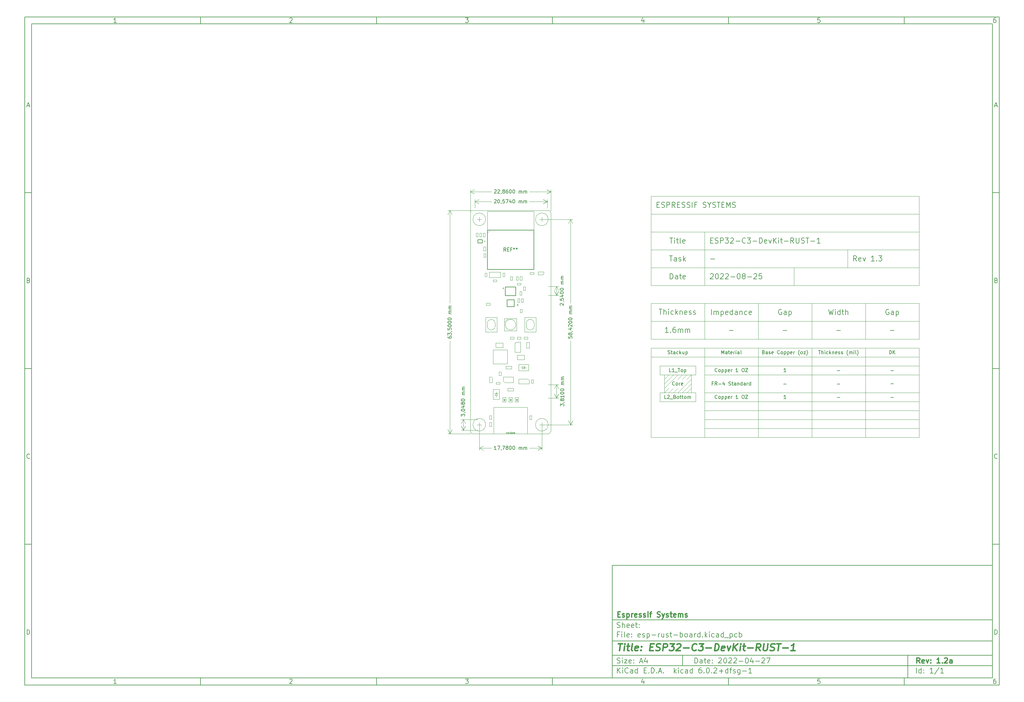
<source format=gbr>
G04 #@! TF.GenerationSoftware,KiCad,Pcbnew,6.0.2+dfsg-1*
G04 #@! TF.CreationDate,2022-08-25T09:54:05+01:00*
G04 #@! TF.ProjectId,esp-rust-board,6573702d-7275-4737-942d-626f6172642e,1.2a*
G04 #@! TF.SameCoordinates,Original*
G04 #@! TF.FileFunction,AssemblyDrawing,Top*
%FSLAX46Y46*%
G04 Gerber Fmt 4.6, Leading zero omitted, Abs format (unit mm)*
G04 Created by KiCad (PCBNEW 6.0.2+dfsg-1) date 2022-08-25 09:54:05*
%MOMM*%
%LPD*%
G01*
G04 APERTURE LIST*
%ADD10C,0.100000*%
%ADD11C,0.150000*%
%ADD12C,0.300000*%
%ADD13C,0.400000*%
%ADD14C,0.200000*%
%ADD15C,0.080000*%
%ADD16C,0.120000*%
%ADD17C,0.127000*%
G04 APERTURE END LIST*
D10*
D11*
X177002200Y-166007200D02*
X177002200Y-198007200D01*
X285002200Y-198007200D01*
X285002200Y-166007200D01*
X177002200Y-166007200D01*
D10*
D11*
X10000000Y-10000000D02*
X10000000Y-200007200D01*
X287002200Y-200007200D01*
X287002200Y-10000000D01*
X10000000Y-10000000D01*
D10*
D11*
X12000000Y-12000000D02*
X12000000Y-198007200D01*
X285002200Y-198007200D01*
X285002200Y-12000000D01*
X12000000Y-12000000D01*
D10*
D11*
X60000000Y-12000000D02*
X60000000Y-10000000D01*
D10*
D11*
X110000000Y-12000000D02*
X110000000Y-10000000D01*
D10*
D11*
X160000000Y-12000000D02*
X160000000Y-10000000D01*
D10*
D11*
X210000000Y-12000000D02*
X210000000Y-10000000D01*
D10*
D11*
X260000000Y-12000000D02*
X260000000Y-10000000D01*
D10*
D11*
X36065476Y-11588095D02*
X35322619Y-11588095D01*
X35694047Y-11588095D02*
X35694047Y-10288095D01*
X35570238Y-10473809D01*
X35446428Y-10597619D01*
X35322619Y-10659523D01*
D10*
D11*
X85322619Y-10411904D02*
X85384523Y-10350000D01*
X85508333Y-10288095D01*
X85817857Y-10288095D01*
X85941666Y-10350000D01*
X86003571Y-10411904D01*
X86065476Y-10535714D01*
X86065476Y-10659523D01*
X86003571Y-10845238D01*
X85260714Y-11588095D01*
X86065476Y-11588095D01*
D10*
D11*
X135260714Y-10288095D02*
X136065476Y-10288095D01*
X135632142Y-10783333D01*
X135817857Y-10783333D01*
X135941666Y-10845238D01*
X136003571Y-10907142D01*
X136065476Y-11030952D01*
X136065476Y-11340476D01*
X136003571Y-11464285D01*
X135941666Y-11526190D01*
X135817857Y-11588095D01*
X135446428Y-11588095D01*
X135322619Y-11526190D01*
X135260714Y-11464285D01*
D10*
D11*
X185941666Y-10721428D02*
X185941666Y-11588095D01*
X185632142Y-10226190D02*
X185322619Y-11154761D01*
X186127380Y-11154761D01*
D10*
D11*
X236003571Y-10288095D02*
X235384523Y-10288095D01*
X235322619Y-10907142D01*
X235384523Y-10845238D01*
X235508333Y-10783333D01*
X235817857Y-10783333D01*
X235941666Y-10845238D01*
X236003571Y-10907142D01*
X236065476Y-11030952D01*
X236065476Y-11340476D01*
X236003571Y-11464285D01*
X235941666Y-11526190D01*
X235817857Y-11588095D01*
X235508333Y-11588095D01*
X235384523Y-11526190D01*
X235322619Y-11464285D01*
D10*
D11*
X285941666Y-10288095D02*
X285694047Y-10288095D01*
X285570238Y-10350000D01*
X285508333Y-10411904D01*
X285384523Y-10597619D01*
X285322619Y-10845238D01*
X285322619Y-11340476D01*
X285384523Y-11464285D01*
X285446428Y-11526190D01*
X285570238Y-11588095D01*
X285817857Y-11588095D01*
X285941666Y-11526190D01*
X286003571Y-11464285D01*
X286065476Y-11340476D01*
X286065476Y-11030952D01*
X286003571Y-10907142D01*
X285941666Y-10845238D01*
X285817857Y-10783333D01*
X285570238Y-10783333D01*
X285446428Y-10845238D01*
X285384523Y-10907142D01*
X285322619Y-11030952D01*
D10*
D11*
X60000000Y-198007200D02*
X60000000Y-200007200D01*
D10*
D11*
X110000000Y-198007200D02*
X110000000Y-200007200D01*
D10*
D11*
X160000000Y-198007200D02*
X160000000Y-200007200D01*
D10*
D11*
X210000000Y-198007200D02*
X210000000Y-200007200D01*
D10*
D11*
X260000000Y-198007200D02*
X260000000Y-200007200D01*
D10*
D11*
X36065476Y-199595295D02*
X35322619Y-199595295D01*
X35694047Y-199595295D02*
X35694047Y-198295295D01*
X35570238Y-198481009D01*
X35446428Y-198604819D01*
X35322619Y-198666723D01*
D10*
D11*
X85322619Y-198419104D02*
X85384523Y-198357200D01*
X85508333Y-198295295D01*
X85817857Y-198295295D01*
X85941666Y-198357200D01*
X86003571Y-198419104D01*
X86065476Y-198542914D01*
X86065476Y-198666723D01*
X86003571Y-198852438D01*
X85260714Y-199595295D01*
X86065476Y-199595295D01*
D10*
D11*
X135260714Y-198295295D02*
X136065476Y-198295295D01*
X135632142Y-198790533D01*
X135817857Y-198790533D01*
X135941666Y-198852438D01*
X136003571Y-198914342D01*
X136065476Y-199038152D01*
X136065476Y-199347676D01*
X136003571Y-199471485D01*
X135941666Y-199533390D01*
X135817857Y-199595295D01*
X135446428Y-199595295D01*
X135322619Y-199533390D01*
X135260714Y-199471485D01*
D10*
D11*
X185941666Y-198728628D02*
X185941666Y-199595295D01*
X185632142Y-198233390D02*
X185322619Y-199161961D01*
X186127380Y-199161961D01*
D10*
D11*
X236003571Y-198295295D02*
X235384523Y-198295295D01*
X235322619Y-198914342D01*
X235384523Y-198852438D01*
X235508333Y-198790533D01*
X235817857Y-198790533D01*
X235941666Y-198852438D01*
X236003571Y-198914342D01*
X236065476Y-199038152D01*
X236065476Y-199347676D01*
X236003571Y-199471485D01*
X235941666Y-199533390D01*
X235817857Y-199595295D01*
X235508333Y-199595295D01*
X235384523Y-199533390D01*
X235322619Y-199471485D01*
D10*
D11*
X285941666Y-198295295D02*
X285694047Y-198295295D01*
X285570238Y-198357200D01*
X285508333Y-198419104D01*
X285384523Y-198604819D01*
X285322619Y-198852438D01*
X285322619Y-199347676D01*
X285384523Y-199471485D01*
X285446428Y-199533390D01*
X285570238Y-199595295D01*
X285817857Y-199595295D01*
X285941666Y-199533390D01*
X286003571Y-199471485D01*
X286065476Y-199347676D01*
X286065476Y-199038152D01*
X286003571Y-198914342D01*
X285941666Y-198852438D01*
X285817857Y-198790533D01*
X285570238Y-198790533D01*
X285446428Y-198852438D01*
X285384523Y-198914342D01*
X285322619Y-199038152D01*
D10*
D11*
X10000000Y-60000000D02*
X12000000Y-60000000D01*
D10*
D11*
X10000000Y-110000000D02*
X12000000Y-110000000D01*
D10*
D11*
X10000000Y-160000000D02*
X12000000Y-160000000D01*
D10*
D11*
X10690476Y-35216666D02*
X11309523Y-35216666D01*
X10566666Y-35588095D02*
X11000000Y-34288095D01*
X11433333Y-35588095D01*
D10*
D11*
X11092857Y-84907142D02*
X11278571Y-84969047D01*
X11340476Y-85030952D01*
X11402380Y-85154761D01*
X11402380Y-85340476D01*
X11340476Y-85464285D01*
X11278571Y-85526190D01*
X11154761Y-85588095D01*
X10659523Y-85588095D01*
X10659523Y-84288095D01*
X11092857Y-84288095D01*
X11216666Y-84350000D01*
X11278571Y-84411904D01*
X11340476Y-84535714D01*
X11340476Y-84659523D01*
X11278571Y-84783333D01*
X11216666Y-84845238D01*
X11092857Y-84907142D01*
X10659523Y-84907142D01*
D10*
D11*
X11402380Y-135464285D02*
X11340476Y-135526190D01*
X11154761Y-135588095D01*
X11030952Y-135588095D01*
X10845238Y-135526190D01*
X10721428Y-135402380D01*
X10659523Y-135278571D01*
X10597619Y-135030952D01*
X10597619Y-134845238D01*
X10659523Y-134597619D01*
X10721428Y-134473809D01*
X10845238Y-134350000D01*
X11030952Y-134288095D01*
X11154761Y-134288095D01*
X11340476Y-134350000D01*
X11402380Y-134411904D01*
D10*
D11*
X10659523Y-185588095D02*
X10659523Y-184288095D01*
X10969047Y-184288095D01*
X11154761Y-184350000D01*
X11278571Y-184473809D01*
X11340476Y-184597619D01*
X11402380Y-184845238D01*
X11402380Y-185030952D01*
X11340476Y-185278571D01*
X11278571Y-185402380D01*
X11154761Y-185526190D01*
X10969047Y-185588095D01*
X10659523Y-185588095D01*
D10*
D11*
X287002200Y-60000000D02*
X285002200Y-60000000D01*
D10*
D11*
X287002200Y-110000000D02*
X285002200Y-110000000D01*
D10*
D11*
X287002200Y-160000000D02*
X285002200Y-160000000D01*
D10*
D11*
X285692676Y-35216666D02*
X286311723Y-35216666D01*
X285568866Y-35588095D02*
X286002200Y-34288095D01*
X286435533Y-35588095D01*
D10*
D11*
X286095057Y-84907142D02*
X286280771Y-84969047D01*
X286342676Y-85030952D01*
X286404580Y-85154761D01*
X286404580Y-85340476D01*
X286342676Y-85464285D01*
X286280771Y-85526190D01*
X286156961Y-85588095D01*
X285661723Y-85588095D01*
X285661723Y-84288095D01*
X286095057Y-84288095D01*
X286218866Y-84350000D01*
X286280771Y-84411904D01*
X286342676Y-84535714D01*
X286342676Y-84659523D01*
X286280771Y-84783333D01*
X286218866Y-84845238D01*
X286095057Y-84907142D01*
X285661723Y-84907142D01*
D10*
D11*
X286404580Y-135464285D02*
X286342676Y-135526190D01*
X286156961Y-135588095D01*
X286033152Y-135588095D01*
X285847438Y-135526190D01*
X285723628Y-135402380D01*
X285661723Y-135278571D01*
X285599819Y-135030952D01*
X285599819Y-134845238D01*
X285661723Y-134597619D01*
X285723628Y-134473809D01*
X285847438Y-134350000D01*
X286033152Y-134288095D01*
X286156961Y-134288095D01*
X286342676Y-134350000D01*
X286404580Y-134411904D01*
D10*
D11*
X285661723Y-185588095D02*
X285661723Y-184288095D01*
X285971247Y-184288095D01*
X286156961Y-184350000D01*
X286280771Y-184473809D01*
X286342676Y-184597619D01*
X286404580Y-184845238D01*
X286404580Y-185030952D01*
X286342676Y-185278571D01*
X286280771Y-185402380D01*
X286156961Y-185526190D01*
X285971247Y-185588095D01*
X285661723Y-185588095D01*
D10*
D11*
X200434342Y-193785771D02*
X200434342Y-192285771D01*
X200791485Y-192285771D01*
X201005771Y-192357200D01*
X201148628Y-192500057D01*
X201220057Y-192642914D01*
X201291485Y-192928628D01*
X201291485Y-193142914D01*
X201220057Y-193428628D01*
X201148628Y-193571485D01*
X201005771Y-193714342D01*
X200791485Y-193785771D01*
X200434342Y-193785771D01*
X202577200Y-193785771D02*
X202577200Y-193000057D01*
X202505771Y-192857200D01*
X202362914Y-192785771D01*
X202077200Y-192785771D01*
X201934342Y-192857200D01*
X202577200Y-193714342D02*
X202434342Y-193785771D01*
X202077200Y-193785771D01*
X201934342Y-193714342D01*
X201862914Y-193571485D01*
X201862914Y-193428628D01*
X201934342Y-193285771D01*
X202077200Y-193214342D01*
X202434342Y-193214342D01*
X202577200Y-193142914D01*
X203077200Y-192785771D02*
X203648628Y-192785771D01*
X203291485Y-192285771D02*
X203291485Y-193571485D01*
X203362914Y-193714342D01*
X203505771Y-193785771D01*
X203648628Y-193785771D01*
X204720057Y-193714342D02*
X204577200Y-193785771D01*
X204291485Y-193785771D01*
X204148628Y-193714342D01*
X204077200Y-193571485D01*
X204077200Y-193000057D01*
X204148628Y-192857200D01*
X204291485Y-192785771D01*
X204577200Y-192785771D01*
X204720057Y-192857200D01*
X204791485Y-193000057D01*
X204791485Y-193142914D01*
X204077200Y-193285771D01*
X205434342Y-193642914D02*
X205505771Y-193714342D01*
X205434342Y-193785771D01*
X205362914Y-193714342D01*
X205434342Y-193642914D01*
X205434342Y-193785771D01*
X205434342Y-192857200D02*
X205505771Y-192928628D01*
X205434342Y-193000057D01*
X205362914Y-192928628D01*
X205434342Y-192857200D01*
X205434342Y-193000057D01*
X207220057Y-192428628D02*
X207291485Y-192357200D01*
X207434342Y-192285771D01*
X207791485Y-192285771D01*
X207934342Y-192357200D01*
X208005771Y-192428628D01*
X208077200Y-192571485D01*
X208077200Y-192714342D01*
X208005771Y-192928628D01*
X207148628Y-193785771D01*
X208077200Y-193785771D01*
X209005771Y-192285771D02*
X209148628Y-192285771D01*
X209291485Y-192357200D01*
X209362914Y-192428628D01*
X209434342Y-192571485D01*
X209505771Y-192857200D01*
X209505771Y-193214342D01*
X209434342Y-193500057D01*
X209362914Y-193642914D01*
X209291485Y-193714342D01*
X209148628Y-193785771D01*
X209005771Y-193785771D01*
X208862914Y-193714342D01*
X208791485Y-193642914D01*
X208720057Y-193500057D01*
X208648628Y-193214342D01*
X208648628Y-192857200D01*
X208720057Y-192571485D01*
X208791485Y-192428628D01*
X208862914Y-192357200D01*
X209005771Y-192285771D01*
X210077200Y-192428628D02*
X210148628Y-192357200D01*
X210291485Y-192285771D01*
X210648628Y-192285771D01*
X210791485Y-192357200D01*
X210862914Y-192428628D01*
X210934342Y-192571485D01*
X210934342Y-192714342D01*
X210862914Y-192928628D01*
X210005771Y-193785771D01*
X210934342Y-193785771D01*
X211505771Y-192428628D02*
X211577200Y-192357200D01*
X211720057Y-192285771D01*
X212077200Y-192285771D01*
X212220057Y-192357200D01*
X212291485Y-192428628D01*
X212362914Y-192571485D01*
X212362914Y-192714342D01*
X212291485Y-192928628D01*
X211434342Y-193785771D01*
X212362914Y-193785771D01*
X213005771Y-193214342D02*
X214148628Y-193214342D01*
X215148628Y-192285771D02*
X215291485Y-192285771D01*
X215434342Y-192357200D01*
X215505771Y-192428628D01*
X215577200Y-192571485D01*
X215648628Y-192857200D01*
X215648628Y-193214342D01*
X215577200Y-193500057D01*
X215505771Y-193642914D01*
X215434342Y-193714342D01*
X215291485Y-193785771D01*
X215148628Y-193785771D01*
X215005771Y-193714342D01*
X214934342Y-193642914D01*
X214862914Y-193500057D01*
X214791485Y-193214342D01*
X214791485Y-192857200D01*
X214862914Y-192571485D01*
X214934342Y-192428628D01*
X215005771Y-192357200D01*
X215148628Y-192285771D01*
X216934342Y-192785771D02*
X216934342Y-193785771D01*
X216577200Y-192214342D02*
X216220057Y-193285771D01*
X217148628Y-193285771D01*
X217720057Y-193214342D02*
X218862914Y-193214342D01*
X219505771Y-192428628D02*
X219577200Y-192357200D01*
X219720057Y-192285771D01*
X220077200Y-192285771D01*
X220220057Y-192357200D01*
X220291485Y-192428628D01*
X220362914Y-192571485D01*
X220362914Y-192714342D01*
X220291485Y-192928628D01*
X219434342Y-193785771D01*
X220362914Y-193785771D01*
X220862914Y-192285771D02*
X221862914Y-192285771D01*
X221220057Y-193785771D01*
D10*
D11*
X177002200Y-194507200D02*
X285002200Y-194507200D01*
D10*
D11*
X178434342Y-196585771D02*
X178434342Y-195085771D01*
X179291485Y-196585771D02*
X178648628Y-195728628D01*
X179291485Y-195085771D02*
X178434342Y-195942914D01*
X179934342Y-196585771D02*
X179934342Y-195585771D01*
X179934342Y-195085771D02*
X179862914Y-195157200D01*
X179934342Y-195228628D01*
X180005771Y-195157200D01*
X179934342Y-195085771D01*
X179934342Y-195228628D01*
X181505771Y-196442914D02*
X181434342Y-196514342D01*
X181220057Y-196585771D01*
X181077200Y-196585771D01*
X180862914Y-196514342D01*
X180720057Y-196371485D01*
X180648628Y-196228628D01*
X180577200Y-195942914D01*
X180577200Y-195728628D01*
X180648628Y-195442914D01*
X180720057Y-195300057D01*
X180862914Y-195157200D01*
X181077200Y-195085771D01*
X181220057Y-195085771D01*
X181434342Y-195157200D01*
X181505771Y-195228628D01*
X182791485Y-196585771D02*
X182791485Y-195800057D01*
X182720057Y-195657200D01*
X182577200Y-195585771D01*
X182291485Y-195585771D01*
X182148628Y-195657200D01*
X182791485Y-196514342D02*
X182648628Y-196585771D01*
X182291485Y-196585771D01*
X182148628Y-196514342D01*
X182077200Y-196371485D01*
X182077200Y-196228628D01*
X182148628Y-196085771D01*
X182291485Y-196014342D01*
X182648628Y-196014342D01*
X182791485Y-195942914D01*
X184148628Y-196585771D02*
X184148628Y-195085771D01*
X184148628Y-196514342D02*
X184005771Y-196585771D01*
X183720057Y-196585771D01*
X183577200Y-196514342D01*
X183505771Y-196442914D01*
X183434342Y-196300057D01*
X183434342Y-195871485D01*
X183505771Y-195728628D01*
X183577200Y-195657200D01*
X183720057Y-195585771D01*
X184005771Y-195585771D01*
X184148628Y-195657200D01*
X186005771Y-195800057D02*
X186505771Y-195800057D01*
X186720057Y-196585771D02*
X186005771Y-196585771D01*
X186005771Y-195085771D01*
X186720057Y-195085771D01*
X187362914Y-196442914D02*
X187434342Y-196514342D01*
X187362914Y-196585771D01*
X187291485Y-196514342D01*
X187362914Y-196442914D01*
X187362914Y-196585771D01*
X188077200Y-196585771D02*
X188077200Y-195085771D01*
X188434342Y-195085771D01*
X188648628Y-195157200D01*
X188791485Y-195300057D01*
X188862914Y-195442914D01*
X188934342Y-195728628D01*
X188934342Y-195942914D01*
X188862914Y-196228628D01*
X188791485Y-196371485D01*
X188648628Y-196514342D01*
X188434342Y-196585771D01*
X188077200Y-196585771D01*
X189577200Y-196442914D02*
X189648628Y-196514342D01*
X189577200Y-196585771D01*
X189505771Y-196514342D01*
X189577200Y-196442914D01*
X189577200Y-196585771D01*
X190220057Y-196157200D02*
X190934342Y-196157200D01*
X190077200Y-196585771D02*
X190577200Y-195085771D01*
X191077200Y-196585771D01*
X191577200Y-196442914D02*
X191648628Y-196514342D01*
X191577200Y-196585771D01*
X191505771Y-196514342D01*
X191577200Y-196442914D01*
X191577200Y-196585771D01*
X194577200Y-196585771D02*
X194577200Y-195085771D01*
X194720057Y-196014342D02*
X195148628Y-196585771D01*
X195148628Y-195585771D02*
X194577200Y-196157200D01*
X195791485Y-196585771D02*
X195791485Y-195585771D01*
X195791485Y-195085771D02*
X195720057Y-195157200D01*
X195791485Y-195228628D01*
X195862914Y-195157200D01*
X195791485Y-195085771D01*
X195791485Y-195228628D01*
X197148628Y-196514342D02*
X197005771Y-196585771D01*
X196720057Y-196585771D01*
X196577200Y-196514342D01*
X196505771Y-196442914D01*
X196434342Y-196300057D01*
X196434342Y-195871485D01*
X196505771Y-195728628D01*
X196577200Y-195657200D01*
X196720057Y-195585771D01*
X197005771Y-195585771D01*
X197148628Y-195657200D01*
X198434342Y-196585771D02*
X198434342Y-195800057D01*
X198362914Y-195657200D01*
X198220057Y-195585771D01*
X197934342Y-195585771D01*
X197791485Y-195657200D01*
X198434342Y-196514342D02*
X198291485Y-196585771D01*
X197934342Y-196585771D01*
X197791485Y-196514342D01*
X197720057Y-196371485D01*
X197720057Y-196228628D01*
X197791485Y-196085771D01*
X197934342Y-196014342D01*
X198291485Y-196014342D01*
X198434342Y-195942914D01*
X199791485Y-196585771D02*
X199791485Y-195085771D01*
X199791485Y-196514342D02*
X199648628Y-196585771D01*
X199362914Y-196585771D01*
X199220057Y-196514342D01*
X199148628Y-196442914D01*
X199077200Y-196300057D01*
X199077200Y-195871485D01*
X199148628Y-195728628D01*
X199220057Y-195657200D01*
X199362914Y-195585771D01*
X199648628Y-195585771D01*
X199791485Y-195657200D01*
X202291485Y-195085771D02*
X202005771Y-195085771D01*
X201862914Y-195157200D01*
X201791485Y-195228628D01*
X201648628Y-195442914D01*
X201577200Y-195728628D01*
X201577200Y-196300057D01*
X201648628Y-196442914D01*
X201720057Y-196514342D01*
X201862914Y-196585771D01*
X202148628Y-196585771D01*
X202291485Y-196514342D01*
X202362914Y-196442914D01*
X202434342Y-196300057D01*
X202434342Y-195942914D01*
X202362914Y-195800057D01*
X202291485Y-195728628D01*
X202148628Y-195657200D01*
X201862914Y-195657200D01*
X201720057Y-195728628D01*
X201648628Y-195800057D01*
X201577200Y-195942914D01*
X203077200Y-196442914D02*
X203148628Y-196514342D01*
X203077200Y-196585771D01*
X203005771Y-196514342D01*
X203077200Y-196442914D01*
X203077200Y-196585771D01*
X204077200Y-195085771D02*
X204220057Y-195085771D01*
X204362914Y-195157200D01*
X204434342Y-195228628D01*
X204505771Y-195371485D01*
X204577200Y-195657200D01*
X204577200Y-196014342D01*
X204505771Y-196300057D01*
X204434342Y-196442914D01*
X204362914Y-196514342D01*
X204220057Y-196585771D01*
X204077200Y-196585771D01*
X203934342Y-196514342D01*
X203862914Y-196442914D01*
X203791485Y-196300057D01*
X203720057Y-196014342D01*
X203720057Y-195657200D01*
X203791485Y-195371485D01*
X203862914Y-195228628D01*
X203934342Y-195157200D01*
X204077200Y-195085771D01*
X205220057Y-196442914D02*
X205291485Y-196514342D01*
X205220057Y-196585771D01*
X205148628Y-196514342D01*
X205220057Y-196442914D01*
X205220057Y-196585771D01*
X205862914Y-195228628D02*
X205934342Y-195157200D01*
X206077200Y-195085771D01*
X206434342Y-195085771D01*
X206577200Y-195157200D01*
X206648628Y-195228628D01*
X206720057Y-195371485D01*
X206720057Y-195514342D01*
X206648628Y-195728628D01*
X205791485Y-196585771D01*
X206720057Y-196585771D01*
X207362914Y-196014342D02*
X208505771Y-196014342D01*
X207934342Y-196585771D02*
X207934342Y-195442914D01*
X209862914Y-196585771D02*
X209862914Y-195085771D01*
X209862914Y-196514342D02*
X209720057Y-196585771D01*
X209434342Y-196585771D01*
X209291485Y-196514342D01*
X209220057Y-196442914D01*
X209148628Y-196300057D01*
X209148628Y-195871485D01*
X209220057Y-195728628D01*
X209291485Y-195657200D01*
X209434342Y-195585771D01*
X209720057Y-195585771D01*
X209862914Y-195657200D01*
X210362914Y-195585771D02*
X210934342Y-195585771D01*
X210577200Y-196585771D02*
X210577200Y-195300057D01*
X210648628Y-195157200D01*
X210791485Y-195085771D01*
X210934342Y-195085771D01*
X211362914Y-196514342D02*
X211505771Y-196585771D01*
X211791485Y-196585771D01*
X211934342Y-196514342D01*
X212005771Y-196371485D01*
X212005771Y-196300057D01*
X211934342Y-196157200D01*
X211791485Y-196085771D01*
X211577200Y-196085771D01*
X211434342Y-196014342D01*
X211362914Y-195871485D01*
X211362914Y-195800057D01*
X211434342Y-195657200D01*
X211577200Y-195585771D01*
X211791485Y-195585771D01*
X211934342Y-195657200D01*
X213291485Y-195585771D02*
X213291485Y-196800057D01*
X213220057Y-196942914D01*
X213148628Y-197014342D01*
X213005771Y-197085771D01*
X212791485Y-197085771D01*
X212648628Y-197014342D01*
X213291485Y-196514342D02*
X213148628Y-196585771D01*
X212862914Y-196585771D01*
X212720057Y-196514342D01*
X212648628Y-196442914D01*
X212577200Y-196300057D01*
X212577200Y-195871485D01*
X212648628Y-195728628D01*
X212720057Y-195657200D01*
X212862914Y-195585771D01*
X213148628Y-195585771D01*
X213291485Y-195657200D01*
X214005771Y-196014342D02*
X215148628Y-196014342D01*
X216648628Y-196585771D02*
X215791485Y-196585771D01*
X216220057Y-196585771D02*
X216220057Y-195085771D01*
X216077200Y-195300057D01*
X215934342Y-195442914D01*
X215791485Y-195514342D01*
D10*
D11*
X177002200Y-191507200D02*
X285002200Y-191507200D01*
D10*
D12*
X264411485Y-193785771D02*
X263911485Y-193071485D01*
X263554342Y-193785771D02*
X263554342Y-192285771D01*
X264125771Y-192285771D01*
X264268628Y-192357200D01*
X264340057Y-192428628D01*
X264411485Y-192571485D01*
X264411485Y-192785771D01*
X264340057Y-192928628D01*
X264268628Y-193000057D01*
X264125771Y-193071485D01*
X263554342Y-193071485D01*
X265625771Y-193714342D02*
X265482914Y-193785771D01*
X265197200Y-193785771D01*
X265054342Y-193714342D01*
X264982914Y-193571485D01*
X264982914Y-193000057D01*
X265054342Y-192857200D01*
X265197200Y-192785771D01*
X265482914Y-192785771D01*
X265625771Y-192857200D01*
X265697200Y-193000057D01*
X265697200Y-193142914D01*
X264982914Y-193285771D01*
X266197200Y-192785771D02*
X266554342Y-193785771D01*
X266911485Y-192785771D01*
X267482914Y-193642914D02*
X267554342Y-193714342D01*
X267482914Y-193785771D01*
X267411485Y-193714342D01*
X267482914Y-193642914D01*
X267482914Y-193785771D01*
X267482914Y-192857200D02*
X267554342Y-192928628D01*
X267482914Y-193000057D01*
X267411485Y-192928628D01*
X267482914Y-192857200D01*
X267482914Y-193000057D01*
X270125771Y-193785771D02*
X269268628Y-193785771D01*
X269697200Y-193785771D02*
X269697200Y-192285771D01*
X269554342Y-192500057D01*
X269411485Y-192642914D01*
X269268628Y-192714342D01*
X270768628Y-193642914D02*
X270840057Y-193714342D01*
X270768628Y-193785771D01*
X270697200Y-193714342D01*
X270768628Y-193642914D01*
X270768628Y-193785771D01*
X271411485Y-192428628D02*
X271482914Y-192357200D01*
X271625771Y-192285771D01*
X271982914Y-192285771D01*
X272125771Y-192357200D01*
X272197200Y-192428628D01*
X272268628Y-192571485D01*
X272268628Y-192714342D01*
X272197200Y-192928628D01*
X271340057Y-193785771D01*
X272268628Y-193785771D01*
X273554342Y-193785771D02*
X273554342Y-193000057D01*
X273482914Y-192857200D01*
X273340057Y-192785771D01*
X273054342Y-192785771D01*
X272911485Y-192857200D01*
X273554342Y-193714342D02*
X273411485Y-193785771D01*
X273054342Y-193785771D01*
X272911485Y-193714342D01*
X272840057Y-193571485D01*
X272840057Y-193428628D01*
X272911485Y-193285771D01*
X273054342Y-193214342D01*
X273411485Y-193214342D01*
X273554342Y-193142914D01*
D10*
D11*
X178362914Y-193714342D02*
X178577200Y-193785771D01*
X178934342Y-193785771D01*
X179077200Y-193714342D01*
X179148628Y-193642914D01*
X179220057Y-193500057D01*
X179220057Y-193357200D01*
X179148628Y-193214342D01*
X179077200Y-193142914D01*
X178934342Y-193071485D01*
X178648628Y-193000057D01*
X178505771Y-192928628D01*
X178434342Y-192857200D01*
X178362914Y-192714342D01*
X178362914Y-192571485D01*
X178434342Y-192428628D01*
X178505771Y-192357200D01*
X178648628Y-192285771D01*
X179005771Y-192285771D01*
X179220057Y-192357200D01*
X179862914Y-193785771D02*
X179862914Y-192785771D01*
X179862914Y-192285771D02*
X179791485Y-192357200D01*
X179862914Y-192428628D01*
X179934342Y-192357200D01*
X179862914Y-192285771D01*
X179862914Y-192428628D01*
X180434342Y-192785771D02*
X181220057Y-192785771D01*
X180434342Y-193785771D01*
X181220057Y-193785771D01*
X182362914Y-193714342D02*
X182220057Y-193785771D01*
X181934342Y-193785771D01*
X181791485Y-193714342D01*
X181720057Y-193571485D01*
X181720057Y-193000057D01*
X181791485Y-192857200D01*
X181934342Y-192785771D01*
X182220057Y-192785771D01*
X182362914Y-192857200D01*
X182434342Y-193000057D01*
X182434342Y-193142914D01*
X181720057Y-193285771D01*
X183077200Y-193642914D02*
X183148628Y-193714342D01*
X183077200Y-193785771D01*
X183005771Y-193714342D01*
X183077200Y-193642914D01*
X183077200Y-193785771D01*
X183077200Y-192857200D02*
X183148628Y-192928628D01*
X183077200Y-193000057D01*
X183005771Y-192928628D01*
X183077200Y-192857200D01*
X183077200Y-193000057D01*
X184862914Y-193357200D02*
X185577200Y-193357200D01*
X184720057Y-193785771D02*
X185220057Y-192285771D01*
X185720057Y-193785771D01*
X186862914Y-192785771D02*
X186862914Y-193785771D01*
X186505771Y-192214342D02*
X186148628Y-193285771D01*
X187077200Y-193285771D01*
D10*
D11*
X263434342Y-196585771D02*
X263434342Y-195085771D01*
X264791485Y-196585771D02*
X264791485Y-195085771D01*
X264791485Y-196514342D02*
X264648628Y-196585771D01*
X264362914Y-196585771D01*
X264220057Y-196514342D01*
X264148628Y-196442914D01*
X264077200Y-196300057D01*
X264077200Y-195871485D01*
X264148628Y-195728628D01*
X264220057Y-195657200D01*
X264362914Y-195585771D01*
X264648628Y-195585771D01*
X264791485Y-195657200D01*
X265505771Y-196442914D02*
X265577200Y-196514342D01*
X265505771Y-196585771D01*
X265434342Y-196514342D01*
X265505771Y-196442914D01*
X265505771Y-196585771D01*
X265505771Y-195657200D02*
X265577200Y-195728628D01*
X265505771Y-195800057D01*
X265434342Y-195728628D01*
X265505771Y-195657200D01*
X265505771Y-195800057D01*
X268148628Y-196585771D02*
X267291485Y-196585771D01*
X267720057Y-196585771D02*
X267720057Y-195085771D01*
X267577200Y-195300057D01*
X267434342Y-195442914D01*
X267291485Y-195514342D01*
X269862914Y-195014342D02*
X268577200Y-196942914D01*
X271148628Y-196585771D02*
X270291485Y-196585771D01*
X270720057Y-196585771D02*
X270720057Y-195085771D01*
X270577200Y-195300057D01*
X270434342Y-195442914D01*
X270291485Y-195514342D01*
D10*
D11*
X177002200Y-187507200D02*
X285002200Y-187507200D01*
D10*
D13*
X178714580Y-188211961D02*
X179857438Y-188211961D01*
X179036009Y-190211961D02*
X179286009Y-188211961D01*
X180274104Y-190211961D02*
X180440771Y-188878628D01*
X180524104Y-188211961D02*
X180416961Y-188307200D01*
X180500295Y-188402438D01*
X180607438Y-188307200D01*
X180524104Y-188211961D01*
X180500295Y-188402438D01*
X181107438Y-188878628D02*
X181869342Y-188878628D01*
X181476485Y-188211961D02*
X181262200Y-189926247D01*
X181333628Y-190116723D01*
X181512200Y-190211961D01*
X181702676Y-190211961D01*
X182655057Y-190211961D02*
X182476485Y-190116723D01*
X182405057Y-189926247D01*
X182619342Y-188211961D01*
X184190771Y-190116723D02*
X183988390Y-190211961D01*
X183607438Y-190211961D01*
X183428866Y-190116723D01*
X183357438Y-189926247D01*
X183452676Y-189164342D01*
X183571723Y-188973866D01*
X183774104Y-188878628D01*
X184155057Y-188878628D01*
X184333628Y-188973866D01*
X184405057Y-189164342D01*
X184381247Y-189354819D01*
X183405057Y-189545295D01*
X185155057Y-190021485D02*
X185238390Y-190116723D01*
X185131247Y-190211961D01*
X185047914Y-190116723D01*
X185155057Y-190021485D01*
X185131247Y-190211961D01*
X185286009Y-188973866D02*
X185369342Y-189069104D01*
X185262200Y-189164342D01*
X185178866Y-189069104D01*
X185286009Y-188973866D01*
X185262200Y-189164342D01*
X187738390Y-189164342D02*
X188405057Y-189164342D01*
X188559819Y-190211961D02*
X187607438Y-190211961D01*
X187857438Y-188211961D01*
X188809819Y-188211961D01*
X189333628Y-190116723D02*
X189607438Y-190211961D01*
X190083628Y-190211961D01*
X190286009Y-190116723D01*
X190393152Y-190021485D01*
X190512200Y-189831009D01*
X190536009Y-189640533D01*
X190464580Y-189450057D01*
X190381247Y-189354819D01*
X190202676Y-189259580D01*
X189833628Y-189164342D01*
X189655057Y-189069104D01*
X189571723Y-188973866D01*
X189500295Y-188783390D01*
X189524104Y-188592914D01*
X189643152Y-188402438D01*
X189750295Y-188307200D01*
X189952676Y-188211961D01*
X190428866Y-188211961D01*
X190702676Y-188307200D01*
X191321723Y-190211961D02*
X191571723Y-188211961D01*
X192333628Y-188211961D01*
X192512200Y-188307200D01*
X192595533Y-188402438D01*
X192666961Y-188592914D01*
X192631247Y-188878628D01*
X192512200Y-189069104D01*
X192405057Y-189164342D01*
X192202676Y-189259580D01*
X191440771Y-189259580D01*
X193381247Y-188211961D02*
X194619342Y-188211961D01*
X193857438Y-188973866D01*
X194143152Y-188973866D01*
X194321723Y-189069104D01*
X194405057Y-189164342D01*
X194476485Y-189354819D01*
X194416961Y-189831009D01*
X194297914Y-190021485D01*
X194190771Y-190116723D01*
X193988390Y-190211961D01*
X193416961Y-190211961D01*
X193238390Y-190116723D01*
X193155057Y-190021485D01*
X195357438Y-188402438D02*
X195464580Y-188307200D01*
X195666961Y-188211961D01*
X196143152Y-188211961D01*
X196321723Y-188307200D01*
X196405057Y-188402438D01*
X196476485Y-188592914D01*
X196452676Y-188783390D01*
X196321723Y-189069104D01*
X195036009Y-190211961D01*
X196274104Y-190211961D01*
X197226485Y-189450057D02*
X198750295Y-189450057D01*
X200774104Y-190021485D02*
X200666961Y-190116723D01*
X200369342Y-190211961D01*
X200178866Y-190211961D01*
X199905057Y-190116723D01*
X199738390Y-189926247D01*
X199666961Y-189735771D01*
X199619342Y-189354819D01*
X199655057Y-189069104D01*
X199797914Y-188688152D01*
X199916961Y-188497676D01*
X200131247Y-188307200D01*
X200428866Y-188211961D01*
X200619342Y-188211961D01*
X200893152Y-188307200D01*
X200976485Y-188402438D01*
X201666961Y-188211961D02*
X202905057Y-188211961D01*
X202143152Y-188973866D01*
X202428866Y-188973866D01*
X202607438Y-189069104D01*
X202690771Y-189164342D01*
X202762200Y-189354819D01*
X202702676Y-189831009D01*
X202583628Y-190021485D01*
X202476485Y-190116723D01*
X202274104Y-190211961D01*
X201702676Y-190211961D01*
X201524104Y-190116723D01*
X201440771Y-190021485D01*
X203607438Y-189450057D02*
X205131247Y-189450057D01*
X205988390Y-190211961D02*
X206238390Y-188211961D01*
X206714580Y-188211961D01*
X206988390Y-188307200D01*
X207155057Y-188497676D01*
X207226485Y-188688152D01*
X207274104Y-189069104D01*
X207238390Y-189354819D01*
X207095533Y-189735771D01*
X206976485Y-189926247D01*
X206762200Y-190116723D01*
X206464580Y-190211961D01*
X205988390Y-190211961D01*
X208762200Y-190116723D02*
X208559819Y-190211961D01*
X208178866Y-190211961D01*
X208000295Y-190116723D01*
X207928866Y-189926247D01*
X208024104Y-189164342D01*
X208143152Y-188973866D01*
X208345533Y-188878628D01*
X208726485Y-188878628D01*
X208905057Y-188973866D01*
X208976485Y-189164342D01*
X208952676Y-189354819D01*
X207976485Y-189545295D01*
X209678866Y-188878628D02*
X209988390Y-190211961D01*
X210631247Y-188878628D01*
X211226485Y-190211961D02*
X211476485Y-188211961D01*
X212369342Y-190211961D02*
X211655057Y-189069104D01*
X212619342Y-188211961D02*
X211333628Y-189354819D01*
X213226485Y-190211961D02*
X213393152Y-188878628D01*
X213476485Y-188211961D02*
X213369342Y-188307200D01*
X213452676Y-188402438D01*
X213559819Y-188307200D01*
X213476485Y-188211961D01*
X213452676Y-188402438D01*
X214059819Y-188878628D02*
X214821723Y-188878628D01*
X214428866Y-188211961D02*
X214214580Y-189926247D01*
X214286009Y-190116723D01*
X214464580Y-190211961D01*
X214655057Y-190211961D01*
X215416961Y-189450057D02*
X216940771Y-189450057D01*
X218940771Y-190211961D02*
X218393152Y-189259580D01*
X217797914Y-190211961D02*
X218047914Y-188211961D01*
X218809819Y-188211961D01*
X218988390Y-188307200D01*
X219071723Y-188402438D01*
X219143152Y-188592914D01*
X219107438Y-188878628D01*
X218988390Y-189069104D01*
X218881247Y-189164342D01*
X218678866Y-189259580D01*
X217916961Y-189259580D01*
X220047914Y-188211961D02*
X219845533Y-189831009D01*
X219916961Y-190021485D01*
X220000295Y-190116723D01*
X220178866Y-190211961D01*
X220559819Y-190211961D01*
X220762200Y-190116723D01*
X220869342Y-190021485D01*
X220988390Y-189831009D01*
X221190771Y-188211961D01*
X221809819Y-190116723D02*
X222083628Y-190211961D01*
X222559819Y-190211961D01*
X222762200Y-190116723D01*
X222869342Y-190021485D01*
X222988390Y-189831009D01*
X223012200Y-189640533D01*
X222940771Y-189450057D01*
X222857438Y-189354819D01*
X222678866Y-189259580D01*
X222309819Y-189164342D01*
X222131247Y-189069104D01*
X222047914Y-188973866D01*
X221976485Y-188783390D01*
X222000295Y-188592914D01*
X222119342Y-188402438D01*
X222226485Y-188307200D01*
X222428866Y-188211961D01*
X222905057Y-188211961D01*
X223178866Y-188307200D01*
X223762200Y-188211961D02*
X224905057Y-188211961D01*
X224083628Y-190211961D02*
X224333628Y-188211961D01*
X225416961Y-189450057D02*
X226940771Y-189450057D01*
X228845533Y-190211961D02*
X227702676Y-190211961D01*
X228274104Y-190211961D02*
X228524104Y-188211961D01*
X228297914Y-188497676D01*
X228083628Y-188688152D01*
X227881247Y-188783390D01*
D10*
D11*
X178934342Y-185600057D02*
X178434342Y-185600057D01*
X178434342Y-186385771D02*
X178434342Y-184885771D01*
X179148628Y-184885771D01*
X179720057Y-186385771D02*
X179720057Y-185385771D01*
X179720057Y-184885771D02*
X179648628Y-184957200D01*
X179720057Y-185028628D01*
X179791485Y-184957200D01*
X179720057Y-184885771D01*
X179720057Y-185028628D01*
X180648628Y-186385771D02*
X180505771Y-186314342D01*
X180434342Y-186171485D01*
X180434342Y-184885771D01*
X181791485Y-186314342D02*
X181648628Y-186385771D01*
X181362914Y-186385771D01*
X181220057Y-186314342D01*
X181148628Y-186171485D01*
X181148628Y-185600057D01*
X181220057Y-185457200D01*
X181362914Y-185385771D01*
X181648628Y-185385771D01*
X181791485Y-185457200D01*
X181862914Y-185600057D01*
X181862914Y-185742914D01*
X181148628Y-185885771D01*
X182505771Y-186242914D02*
X182577200Y-186314342D01*
X182505771Y-186385771D01*
X182434342Y-186314342D01*
X182505771Y-186242914D01*
X182505771Y-186385771D01*
X182505771Y-185457200D02*
X182577200Y-185528628D01*
X182505771Y-185600057D01*
X182434342Y-185528628D01*
X182505771Y-185457200D01*
X182505771Y-185600057D01*
X184934342Y-186314342D02*
X184791485Y-186385771D01*
X184505771Y-186385771D01*
X184362914Y-186314342D01*
X184291485Y-186171485D01*
X184291485Y-185600057D01*
X184362914Y-185457200D01*
X184505771Y-185385771D01*
X184791485Y-185385771D01*
X184934342Y-185457200D01*
X185005771Y-185600057D01*
X185005771Y-185742914D01*
X184291485Y-185885771D01*
X185577200Y-186314342D02*
X185720057Y-186385771D01*
X186005771Y-186385771D01*
X186148628Y-186314342D01*
X186220057Y-186171485D01*
X186220057Y-186100057D01*
X186148628Y-185957200D01*
X186005771Y-185885771D01*
X185791485Y-185885771D01*
X185648628Y-185814342D01*
X185577200Y-185671485D01*
X185577200Y-185600057D01*
X185648628Y-185457200D01*
X185791485Y-185385771D01*
X186005771Y-185385771D01*
X186148628Y-185457200D01*
X186862914Y-185385771D02*
X186862914Y-186885771D01*
X186862914Y-185457200D02*
X187005771Y-185385771D01*
X187291485Y-185385771D01*
X187434342Y-185457200D01*
X187505771Y-185528628D01*
X187577200Y-185671485D01*
X187577200Y-186100057D01*
X187505771Y-186242914D01*
X187434342Y-186314342D01*
X187291485Y-186385771D01*
X187005771Y-186385771D01*
X186862914Y-186314342D01*
X188220057Y-185814342D02*
X189362914Y-185814342D01*
X190077200Y-186385771D02*
X190077200Y-185385771D01*
X190077200Y-185671485D02*
X190148628Y-185528628D01*
X190220057Y-185457200D01*
X190362914Y-185385771D01*
X190505771Y-185385771D01*
X191648628Y-185385771D02*
X191648628Y-186385771D01*
X191005771Y-185385771D02*
X191005771Y-186171485D01*
X191077200Y-186314342D01*
X191220057Y-186385771D01*
X191434342Y-186385771D01*
X191577200Y-186314342D01*
X191648628Y-186242914D01*
X192291485Y-186314342D02*
X192434342Y-186385771D01*
X192720057Y-186385771D01*
X192862914Y-186314342D01*
X192934342Y-186171485D01*
X192934342Y-186100057D01*
X192862914Y-185957200D01*
X192720057Y-185885771D01*
X192505771Y-185885771D01*
X192362914Y-185814342D01*
X192291485Y-185671485D01*
X192291485Y-185600057D01*
X192362914Y-185457200D01*
X192505771Y-185385771D01*
X192720057Y-185385771D01*
X192862914Y-185457200D01*
X193362914Y-185385771D02*
X193934342Y-185385771D01*
X193577200Y-184885771D02*
X193577200Y-186171485D01*
X193648628Y-186314342D01*
X193791485Y-186385771D01*
X193934342Y-186385771D01*
X194434342Y-185814342D02*
X195577200Y-185814342D01*
X196291485Y-186385771D02*
X196291485Y-184885771D01*
X196291485Y-185457200D02*
X196434342Y-185385771D01*
X196720057Y-185385771D01*
X196862914Y-185457200D01*
X196934342Y-185528628D01*
X197005771Y-185671485D01*
X197005771Y-186100057D01*
X196934342Y-186242914D01*
X196862914Y-186314342D01*
X196720057Y-186385771D01*
X196434342Y-186385771D01*
X196291485Y-186314342D01*
X197862914Y-186385771D02*
X197720057Y-186314342D01*
X197648628Y-186242914D01*
X197577200Y-186100057D01*
X197577200Y-185671485D01*
X197648628Y-185528628D01*
X197720057Y-185457200D01*
X197862914Y-185385771D01*
X198077200Y-185385771D01*
X198220057Y-185457200D01*
X198291485Y-185528628D01*
X198362914Y-185671485D01*
X198362914Y-186100057D01*
X198291485Y-186242914D01*
X198220057Y-186314342D01*
X198077200Y-186385771D01*
X197862914Y-186385771D01*
X199648628Y-186385771D02*
X199648628Y-185600057D01*
X199577200Y-185457200D01*
X199434342Y-185385771D01*
X199148628Y-185385771D01*
X199005771Y-185457200D01*
X199648628Y-186314342D02*
X199505771Y-186385771D01*
X199148628Y-186385771D01*
X199005771Y-186314342D01*
X198934342Y-186171485D01*
X198934342Y-186028628D01*
X199005771Y-185885771D01*
X199148628Y-185814342D01*
X199505771Y-185814342D01*
X199648628Y-185742914D01*
X200362914Y-186385771D02*
X200362914Y-185385771D01*
X200362914Y-185671485D02*
X200434342Y-185528628D01*
X200505771Y-185457200D01*
X200648628Y-185385771D01*
X200791485Y-185385771D01*
X201934342Y-186385771D02*
X201934342Y-184885771D01*
X201934342Y-186314342D02*
X201791485Y-186385771D01*
X201505771Y-186385771D01*
X201362914Y-186314342D01*
X201291485Y-186242914D01*
X201220057Y-186100057D01*
X201220057Y-185671485D01*
X201291485Y-185528628D01*
X201362914Y-185457200D01*
X201505771Y-185385771D01*
X201791485Y-185385771D01*
X201934342Y-185457200D01*
X202648628Y-186242914D02*
X202720057Y-186314342D01*
X202648628Y-186385771D01*
X202577200Y-186314342D01*
X202648628Y-186242914D01*
X202648628Y-186385771D01*
X203362914Y-186385771D02*
X203362914Y-184885771D01*
X203505771Y-185814342D02*
X203934342Y-186385771D01*
X203934342Y-185385771D02*
X203362914Y-185957200D01*
X204577200Y-186385771D02*
X204577200Y-185385771D01*
X204577200Y-184885771D02*
X204505771Y-184957200D01*
X204577200Y-185028628D01*
X204648628Y-184957200D01*
X204577200Y-184885771D01*
X204577200Y-185028628D01*
X205934342Y-186314342D02*
X205791485Y-186385771D01*
X205505771Y-186385771D01*
X205362914Y-186314342D01*
X205291485Y-186242914D01*
X205220057Y-186100057D01*
X205220057Y-185671485D01*
X205291485Y-185528628D01*
X205362914Y-185457200D01*
X205505771Y-185385771D01*
X205791485Y-185385771D01*
X205934342Y-185457200D01*
X207220057Y-186385771D02*
X207220057Y-185600057D01*
X207148628Y-185457200D01*
X207005771Y-185385771D01*
X206720057Y-185385771D01*
X206577200Y-185457200D01*
X207220057Y-186314342D02*
X207077200Y-186385771D01*
X206720057Y-186385771D01*
X206577200Y-186314342D01*
X206505771Y-186171485D01*
X206505771Y-186028628D01*
X206577200Y-185885771D01*
X206720057Y-185814342D01*
X207077200Y-185814342D01*
X207220057Y-185742914D01*
X208577200Y-186385771D02*
X208577200Y-184885771D01*
X208577200Y-186314342D02*
X208434342Y-186385771D01*
X208148628Y-186385771D01*
X208005771Y-186314342D01*
X207934342Y-186242914D01*
X207862914Y-186100057D01*
X207862914Y-185671485D01*
X207934342Y-185528628D01*
X208005771Y-185457200D01*
X208148628Y-185385771D01*
X208434342Y-185385771D01*
X208577200Y-185457200D01*
X208934342Y-186528628D02*
X210077200Y-186528628D01*
X210434342Y-185385771D02*
X210434342Y-186885771D01*
X210434342Y-185457200D02*
X210577200Y-185385771D01*
X210862914Y-185385771D01*
X211005771Y-185457200D01*
X211077200Y-185528628D01*
X211148628Y-185671485D01*
X211148628Y-186100057D01*
X211077200Y-186242914D01*
X211005771Y-186314342D01*
X210862914Y-186385771D01*
X210577200Y-186385771D01*
X210434342Y-186314342D01*
X212434342Y-186314342D02*
X212291485Y-186385771D01*
X212005771Y-186385771D01*
X211862914Y-186314342D01*
X211791485Y-186242914D01*
X211720057Y-186100057D01*
X211720057Y-185671485D01*
X211791485Y-185528628D01*
X211862914Y-185457200D01*
X212005771Y-185385771D01*
X212291485Y-185385771D01*
X212434342Y-185457200D01*
X213077200Y-186385771D02*
X213077200Y-184885771D01*
X213077200Y-185457200D02*
X213220057Y-185385771D01*
X213505771Y-185385771D01*
X213648628Y-185457200D01*
X213720057Y-185528628D01*
X213791485Y-185671485D01*
X213791485Y-186100057D01*
X213720057Y-186242914D01*
X213648628Y-186314342D01*
X213505771Y-186385771D01*
X213220057Y-186385771D01*
X213077200Y-186314342D01*
D10*
D11*
X177002200Y-181507200D02*
X285002200Y-181507200D01*
D10*
D11*
X178362914Y-183614342D02*
X178577200Y-183685771D01*
X178934342Y-183685771D01*
X179077200Y-183614342D01*
X179148628Y-183542914D01*
X179220057Y-183400057D01*
X179220057Y-183257200D01*
X179148628Y-183114342D01*
X179077200Y-183042914D01*
X178934342Y-182971485D01*
X178648628Y-182900057D01*
X178505771Y-182828628D01*
X178434342Y-182757200D01*
X178362914Y-182614342D01*
X178362914Y-182471485D01*
X178434342Y-182328628D01*
X178505771Y-182257200D01*
X178648628Y-182185771D01*
X179005771Y-182185771D01*
X179220057Y-182257200D01*
X179862914Y-183685771D02*
X179862914Y-182185771D01*
X180505771Y-183685771D02*
X180505771Y-182900057D01*
X180434342Y-182757200D01*
X180291485Y-182685771D01*
X180077200Y-182685771D01*
X179934342Y-182757200D01*
X179862914Y-182828628D01*
X181791485Y-183614342D02*
X181648628Y-183685771D01*
X181362914Y-183685771D01*
X181220057Y-183614342D01*
X181148628Y-183471485D01*
X181148628Y-182900057D01*
X181220057Y-182757200D01*
X181362914Y-182685771D01*
X181648628Y-182685771D01*
X181791485Y-182757200D01*
X181862914Y-182900057D01*
X181862914Y-183042914D01*
X181148628Y-183185771D01*
X183077200Y-183614342D02*
X182934342Y-183685771D01*
X182648628Y-183685771D01*
X182505771Y-183614342D01*
X182434342Y-183471485D01*
X182434342Y-182900057D01*
X182505771Y-182757200D01*
X182648628Y-182685771D01*
X182934342Y-182685771D01*
X183077200Y-182757200D01*
X183148628Y-182900057D01*
X183148628Y-183042914D01*
X182434342Y-183185771D01*
X183577200Y-182685771D02*
X184148628Y-182685771D01*
X183791485Y-182185771D02*
X183791485Y-183471485D01*
X183862914Y-183614342D01*
X184005771Y-183685771D01*
X184148628Y-183685771D01*
X184648628Y-183542914D02*
X184720057Y-183614342D01*
X184648628Y-183685771D01*
X184577200Y-183614342D01*
X184648628Y-183542914D01*
X184648628Y-183685771D01*
X184648628Y-182757200D02*
X184720057Y-182828628D01*
X184648628Y-182900057D01*
X184577200Y-182828628D01*
X184648628Y-182757200D01*
X184648628Y-182900057D01*
D10*
D12*
X178554342Y-179900057D02*
X179054342Y-179900057D01*
X179268628Y-180685771D02*
X178554342Y-180685771D01*
X178554342Y-179185771D01*
X179268628Y-179185771D01*
X179840057Y-180614342D02*
X179982914Y-180685771D01*
X180268628Y-180685771D01*
X180411485Y-180614342D01*
X180482914Y-180471485D01*
X180482914Y-180400057D01*
X180411485Y-180257200D01*
X180268628Y-180185771D01*
X180054342Y-180185771D01*
X179911485Y-180114342D01*
X179840057Y-179971485D01*
X179840057Y-179900057D01*
X179911485Y-179757200D01*
X180054342Y-179685771D01*
X180268628Y-179685771D01*
X180411485Y-179757200D01*
X181125771Y-179685771D02*
X181125771Y-181185771D01*
X181125771Y-179757200D02*
X181268628Y-179685771D01*
X181554342Y-179685771D01*
X181697200Y-179757200D01*
X181768628Y-179828628D01*
X181840057Y-179971485D01*
X181840057Y-180400057D01*
X181768628Y-180542914D01*
X181697200Y-180614342D01*
X181554342Y-180685771D01*
X181268628Y-180685771D01*
X181125771Y-180614342D01*
X182482914Y-180685771D02*
X182482914Y-179685771D01*
X182482914Y-179971485D02*
X182554342Y-179828628D01*
X182625771Y-179757200D01*
X182768628Y-179685771D01*
X182911485Y-179685771D01*
X183982914Y-180614342D02*
X183840057Y-180685771D01*
X183554342Y-180685771D01*
X183411485Y-180614342D01*
X183340057Y-180471485D01*
X183340057Y-179900057D01*
X183411485Y-179757200D01*
X183554342Y-179685771D01*
X183840057Y-179685771D01*
X183982914Y-179757200D01*
X184054342Y-179900057D01*
X184054342Y-180042914D01*
X183340057Y-180185771D01*
X184625771Y-180614342D02*
X184768628Y-180685771D01*
X185054342Y-180685771D01*
X185197200Y-180614342D01*
X185268628Y-180471485D01*
X185268628Y-180400057D01*
X185197200Y-180257200D01*
X185054342Y-180185771D01*
X184840057Y-180185771D01*
X184697200Y-180114342D01*
X184625771Y-179971485D01*
X184625771Y-179900057D01*
X184697200Y-179757200D01*
X184840057Y-179685771D01*
X185054342Y-179685771D01*
X185197200Y-179757200D01*
X185840057Y-180614342D02*
X185982914Y-180685771D01*
X186268628Y-180685771D01*
X186411485Y-180614342D01*
X186482914Y-180471485D01*
X186482914Y-180400057D01*
X186411485Y-180257200D01*
X186268628Y-180185771D01*
X186054342Y-180185771D01*
X185911485Y-180114342D01*
X185840057Y-179971485D01*
X185840057Y-179900057D01*
X185911485Y-179757200D01*
X186054342Y-179685771D01*
X186268628Y-179685771D01*
X186411485Y-179757200D01*
X187125771Y-180685771D02*
X187125771Y-179685771D01*
X187125771Y-179185771D02*
X187054342Y-179257200D01*
X187125771Y-179328628D01*
X187197200Y-179257200D01*
X187125771Y-179185771D01*
X187125771Y-179328628D01*
X187625771Y-179685771D02*
X188197200Y-179685771D01*
X187840057Y-180685771D02*
X187840057Y-179400057D01*
X187911485Y-179257200D01*
X188054342Y-179185771D01*
X188197200Y-179185771D01*
X189768628Y-180614342D02*
X189982914Y-180685771D01*
X190340057Y-180685771D01*
X190482914Y-180614342D01*
X190554342Y-180542914D01*
X190625771Y-180400057D01*
X190625771Y-180257200D01*
X190554342Y-180114342D01*
X190482914Y-180042914D01*
X190340057Y-179971485D01*
X190054342Y-179900057D01*
X189911485Y-179828628D01*
X189840057Y-179757200D01*
X189768628Y-179614342D01*
X189768628Y-179471485D01*
X189840057Y-179328628D01*
X189911485Y-179257200D01*
X190054342Y-179185771D01*
X190411485Y-179185771D01*
X190625771Y-179257200D01*
X191125771Y-179685771D02*
X191482914Y-180685771D01*
X191840057Y-179685771D02*
X191482914Y-180685771D01*
X191340057Y-181042914D01*
X191268628Y-181114342D01*
X191125771Y-181185771D01*
X192340057Y-180614342D02*
X192482914Y-180685771D01*
X192768628Y-180685771D01*
X192911485Y-180614342D01*
X192982914Y-180471485D01*
X192982914Y-180400057D01*
X192911485Y-180257200D01*
X192768628Y-180185771D01*
X192554342Y-180185771D01*
X192411485Y-180114342D01*
X192340057Y-179971485D01*
X192340057Y-179900057D01*
X192411485Y-179757200D01*
X192554342Y-179685771D01*
X192768628Y-179685771D01*
X192911485Y-179757200D01*
X193411485Y-179685771D02*
X193982914Y-179685771D01*
X193625771Y-179185771D02*
X193625771Y-180471485D01*
X193697200Y-180614342D01*
X193840057Y-180685771D01*
X193982914Y-180685771D01*
X195054342Y-180614342D02*
X194911485Y-180685771D01*
X194625771Y-180685771D01*
X194482914Y-180614342D01*
X194411485Y-180471485D01*
X194411485Y-179900057D01*
X194482914Y-179757200D01*
X194625771Y-179685771D01*
X194911485Y-179685771D01*
X195054342Y-179757200D01*
X195125771Y-179900057D01*
X195125771Y-180042914D01*
X194411485Y-180185771D01*
X195768628Y-180685771D02*
X195768628Y-179685771D01*
X195768628Y-179828628D02*
X195840057Y-179757200D01*
X195982914Y-179685771D01*
X196197200Y-179685771D01*
X196340057Y-179757200D01*
X196411485Y-179900057D01*
X196411485Y-180685771D01*
X196411485Y-179900057D02*
X196482914Y-179757200D01*
X196625771Y-179685771D01*
X196840057Y-179685771D01*
X196982914Y-179757200D01*
X197054342Y-179900057D01*
X197054342Y-180685771D01*
X197697200Y-180614342D02*
X197840057Y-180685771D01*
X198125771Y-180685771D01*
X198268628Y-180614342D01*
X198340057Y-180471485D01*
X198340057Y-180400057D01*
X198268628Y-180257200D01*
X198125771Y-180185771D01*
X197911485Y-180185771D01*
X197768628Y-180114342D01*
X197697200Y-179971485D01*
X197697200Y-179900057D01*
X197768628Y-179757200D01*
X197911485Y-179685771D01*
X198125771Y-179685771D01*
X198268628Y-179757200D01*
D10*
D11*
D10*
D11*
D10*
D11*
D10*
D11*
D10*
D11*
X197002200Y-191507200D02*
X197002200Y-194507200D01*
D10*
D11*
X261002200Y-191507200D02*
X261002200Y-198007200D01*
D10*
X195580000Y-113030000D02*
X196850000Y-111760000D01*
X195580000Y-111760000D02*
X191770000Y-115570000D01*
X248920000Y-104140000D02*
X248920000Y-129540000D01*
X199390000Y-114300000D02*
X196850000Y-116840000D01*
X264160000Y-127000000D02*
X203200000Y-127000000D01*
X187960000Y-101600000D02*
X264160000Y-101600000D01*
X264160000Y-109220000D02*
X203200000Y-109220000D01*
X193040000Y-111760000D02*
X191770000Y-113030000D01*
X243840000Y-76200000D02*
X243840000Y-81280000D01*
X218440000Y-104140000D02*
X218440000Y-129540000D01*
X203200000Y-91440000D02*
X203200000Y-101600000D01*
X264160000Y-116840000D02*
X203200000Y-116840000D01*
X187960000Y-66040000D02*
X264160000Y-66040000D01*
X203200000Y-104140000D02*
X203200000Y-129540000D01*
X264160000Y-129540000D02*
X264160000Y-104140000D01*
X198120000Y-111760000D02*
X196850000Y-113030000D01*
X190500000Y-111760000D02*
X200660000Y-111760000D01*
X264160000Y-104140000D02*
X187960000Y-104140000D01*
X190500000Y-116840000D02*
X200660000Y-116840000D01*
X200660000Y-116840000D02*
X200660000Y-119380000D01*
X200660000Y-119380000D02*
X190500000Y-119380000D01*
X190500000Y-119380000D02*
X190500000Y-116840000D01*
X195580000Y-115570000D02*
X194310000Y-116840000D01*
X264160000Y-101600000D02*
X264160000Y-91440000D01*
X248920000Y-91440000D02*
X248920000Y-101600000D01*
X264160000Y-76200000D02*
X187960000Y-76200000D01*
X200660000Y-111760000D02*
X200660000Y-109220000D01*
X264160000Y-111760000D02*
X203200000Y-111760000D01*
X264160000Y-119380000D02*
X203200000Y-119380000D01*
X187960000Y-129540000D02*
X264160000Y-129540000D01*
X264160000Y-91440000D02*
X187960000Y-91440000D01*
X264160000Y-60960000D02*
X187960000Y-60960000D01*
X194310000Y-111760000D02*
X191770000Y-114300000D01*
X187960000Y-104140000D02*
X187960000Y-129540000D01*
X233680000Y-104140000D02*
X233680000Y-129540000D01*
X203200000Y-71120000D02*
X203200000Y-86360000D01*
X191770000Y-111760000D02*
X199390000Y-111760000D01*
X199390000Y-111760000D02*
X199390000Y-116840000D01*
X199390000Y-116840000D02*
X191770000Y-116840000D01*
X191770000Y-116840000D02*
X191770000Y-111760000D01*
X194310000Y-115570000D02*
X193040000Y-116840000D01*
X187960000Y-86360000D02*
X264160000Y-86360000D01*
X190500000Y-109220000D02*
X190500000Y-111760000D01*
X199390000Y-113030000D02*
X195580000Y-116840000D01*
X218440000Y-91440000D02*
X218440000Y-101600000D01*
X233680000Y-91440000D02*
X233680000Y-101600000D01*
X264160000Y-121920000D02*
X203200000Y-121920000D01*
X199390000Y-115570000D02*
X198120000Y-116840000D01*
X199390000Y-111760000D02*
X198120000Y-113030000D01*
X187960000Y-96520000D02*
X264160000Y-96520000D01*
X200660000Y-109220000D02*
X190500000Y-109220000D01*
X187960000Y-91440000D02*
X187960000Y-101600000D01*
X191770000Y-116840000D02*
X193040000Y-115570000D01*
X187960000Y-106680000D02*
X264160000Y-106680000D01*
X264160000Y-86360000D02*
X264160000Y-60960000D01*
X228600000Y-81280000D02*
X228600000Y-86360000D01*
X264160000Y-124460000D02*
X203200000Y-124460000D01*
X187960000Y-60960000D02*
X187960000Y-86360000D01*
X264160000Y-71120000D02*
X187960000Y-71120000D01*
X264160000Y-81280000D02*
X187960000Y-81280000D01*
D11*
X204855119Y-83136904D02*
X204927023Y-83065000D01*
X205070833Y-82993095D01*
X205430357Y-82993095D01*
X205574166Y-83065000D01*
X205646071Y-83136904D01*
X205717976Y-83280714D01*
X205717976Y-83424523D01*
X205646071Y-83640238D01*
X204783214Y-84503095D01*
X205717976Y-84503095D01*
X206652738Y-82993095D02*
X206796547Y-82993095D01*
X206940357Y-83065000D01*
X207012261Y-83136904D01*
X207084166Y-83280714D01*
X207156071Y-83568333D01*
X207156071Y-83927857D01*
X207084166Y-84215476D01*
X207012261Y-84359285D01*
X206940357Y-84431190D01*
X206796547Y-84503095D01*
X206652738Y-84503095D01*
X206508928Y-84431190D01*
X206437023Y-84359285D01*
X206365119Y-84215476D01*
X206293214Y-83927857D01*
X206293214Y-83568333D01*
X206365119Y-83280714D01*
X206437023Y-83136904D01*
X206508928Y-83065000D01*
X206652738Y-82993095D01*
X207731309Y-83136904D02*
X207803214Y-83065000D01*
X207947023Y-82993095D01*
X208306547Y-82993095D01*
X208450357Y-83065000D01*
X208522261Y-83136904D01*
X208594166Y-83280714D01*
X208594166Y-83424523D01*
X208522261Y-83640238D01*
X207659404Y-84503095D01*
X208594166Y-84503095D01*
X209169404Y-83136904D02*
X209241309Y-83065000D01*
X209385119Y-82993095D01*
X209744642Y-82993095D01*
X209888452Y-83065000D01*
X209960357Y-83136904D01*
X210032261Y-83280714D01*
X210032261Y-83424523D01*
X209960357Y-83640238D01*
X209097500Y-84503095D01*
X210032261Y-84503095D01*
X210679404Y-83927857D02*
X211829880Y-83927857D01*
X212836547Y-82993095D02*
X212980357Y-82993095D01*
X213124166Y-83065000D01*
X213196071Y-83136904D01*
X213267976Y-83280714D01*
X213339880Y-83568333D01*
X213339880Y-83927857D01*
X213267976Y-84215476D01*
X213196071Y-84359285D01*
X213124166Y-84431190D01*
X212980357Y-84503095D01*
X212836547Y-84503095D01*
X212692738Y-84431190D01*
X212620833Y-84359285D01*
X212548928Y-84215476D01*
X212477023Y-83927857D01*
X212477023Y-83568333D01*
X212548928Y-83280714D01*
X212620833Y-83136904D01*
X212692738Y-83065000D01*
X212836547Y-82993095D01*
X214202738Y-83640238D02*
X214058928Y-83568333D01*
X213987023Y-83496428D01*
X213915119Y-83352619D01*
X213915119Y-83280714D01*
X213987023Y-83136904D01*
X214058928Y-83065000D01*
X214202738Y-82993095D01*
X214490357Y-82993095D01*
X214634166Y-83065000D01*
X214706071Y-83136904D01*
X214777976Y-83280714D01*
X214777976Y-83352619D01*
X214706071Y-83496428D01*
X214634166Y-83568333D01*
X214490357Y-83640238D01*
X214202738Y-83640238D01*
X214058928Y-83712142D01*
X213987023Y-83784047D01*
X213915119Y-83927857D01*
X213915119Y-84215476D01*
X213987023Y-84359285D01*
X214058928Y-84431190D01*
X214202738Y-84503095D01*
X214490357Y-84503095D01*
X214634166Y-84431190D01*
X214706071Y-84359285D01*
X214777976Y-84215476D01*
X214777976Y-83927857D01*
X214706071Y-83784047D01*
X214634166Y-83712142D01*
X214490357Y-83640238D01*
X215425119Y-83927857D02*
X216575595Y-83927857D01*
X217222738Y-83136904D02*
X217294642Y-83065000D01*
X217438452Y-82993095D01*
X217797976Y-82993095D01*
X217941785Y-83065000D01*
X218013690Y-83136904D01*
X218085595Y-83280714D01*
X218085595Y-83424523D01*
X218013690Y-83640238D01*
X217150833Y-84503095D01*
X218085595Y-84503095D01*
X219451785Y-82993095D02*
X218732738Y-82993095D01*
X218660833Y-83712142D01*
X218732738Y-83640238D01*
X218876547Y-83568333D01*
X219236071Y-83568333D01*
X219379880Y-83640238D01*
X219451785Y-83712142D01*
X219523690Y-83855952D01*
X219523690Y-84215476D01*
X219451785Y-84359285D01*
X219379880Y-84431190D01*
X219236071Y-84503095D01*
X218876547Y-84503095D01*
X218732738Y-84431190D01*
X218660833Y-84359285D01*
X226345714Y-110942380D02*
X225774285Y-110942380D01*
X226060000Y-110942380D02*
X226060000Y-109942380D01*
X225964761Y-110085238D01*
X225869523Y-110180476D01*
X225774285Y-110228095D01*
X240724761Y-99167857D02*
X241875238Y-99167857D01*
X225679047Y-114371428D02*
X226440952Y-114371428D01*
X192818095Y-105814761D02*
X192960952Y-105862380D01*
X193199047Y-105862380D01*
X193294285Y-105814761D01*
X193341904Y-105767142D01*
X193389523Y-105671904D01*
X193389523Y-105576666D01*
X193341904Y-105481428D01*
X193294285Y-105433809D01*
X193199047Y-105386190D01*
X193008571Y-105338571D01*
X192913333Y-105290952D01*
X192865714Y-105243333D01*
X192818095Y-105148095D01*
X192818095Y-105052857D01*
X192865714Y-104957619D01*
X192913333Y-104910000D01*
X193008571Y-104862380D01*
X193246666Y-104862380D01*
X193389523Y-104910000D01*
X193675238Y-105195714D02*
X194056190Y-105195714D01*
X193818095Y-104862380D02*
X193818095Y-105719523D01*
X193865714Y-105814761D01*
X193960952Y-105862380D01*
X194056190Y-105862380D01*
X194818095Y-105862380D02*
X194818095Y-105338571D01*
X194770476Y-105243333D01*
X194675238Y-105195714D01*
X194484761Y-105195714D01*
X194389523Y-105243333D01*
X194818095Y-105814761D02*
X194722857Y-105862380D01*
X194484761Y-105862380D01*
X194389523Y-105814761D01*
X194341904Y-105719523D01*
X194341904Y-105624285D01*
X194389523Y-105529047D01*
X194484761Y-105481428D01*
X194722857Y-105481428D01*
X194818095Y-105433809D01*
X195722857Y-105814761D02*
X195627619Y-105862380D01*
X195437142Y-105862380D01*
X195341904Y-105814761D01*
X195294285Y-105767142D01*
X195246666Y-105671904D01*
X195246666Y-105386190D01*
X195294285Y-105290952D01*
X195341904Y-105243333D01*
X195437142Y-105195714D01*
X195627619Y-105195714D01*
X195722857Y-105243333D01*
X196151428Y-105862380D02*
X196151428Y-104862380D01*
X196246666Y-105481428D02*
X196532380Y-105862380D01*
X196532380Y-105195714D02*
X196151428Y-105576666D01*
X197389523Y-105195714D02*
X197389523Y-105862380D01*
X196960952Y-105195714D02*
X196960952Y-105719523D01*
X197008571Y-105814761D01*
X197103809Y-105862380D01*
X197246666Y-105862380D01*
X197341904Y-105814761D01*
X197389523Y-105767142D01*
X197865714Y-105195714D02*
X197865714Y-106195714D01*
X197865714Y-105243333D02*
X197960952Y-105195714D01*
X198151428Y-105195714D01*
X198246666Y-105243333D01*
X198294285Y-105290952D01*
X198341904Y-105386190D01*
X198341904Y-105671904D01*
X198294285Y-105767142D01*
X198246666Y-105814761D01*
X198151428Y-105862380D01*
X197960952Y-105862380D01*
X197865714Y-105814761D01*
X210244761Y-99167857D02*
X211395238Y-99167857D01*
X206796190Y-118467142D02*
X206748571Y-118514761D01*
X206605714Y-118562380D01*
X206510476Y-118562380D01*
X206367619Y-118514761D01*
X206272380Y-118419523D01*
X206224761Y-118324285D01*
X206177142Y-118133809D01*
X206177142Y-117990952D01*
X206224761Y-117800476D01*
X206272380Y-117705238D01*
X206367619Y-117610000D01*
X206510476Y-117562380D01*
X206605714Y-117562380D01*
X206748571Y-117610000D01*
X206796190Y-117657619D01*
X207367619Y-118562380D02*
X207272380Y-118514761D01*
X207224761Y-118467142D01*
X207177142Y-118371904D01*
X207177142Y-118086190D01*
X207224761Y-117990952D01*
X207272380Y-117943333D01*
X207367619Y-117895714D01*
X207510476Y-117895714D01*
X207605714Y-117943333D01*
X207653333Y-117990952D01*
X207700952Y-118086190D01*
X207700952Y-118371904D01*
X207653333Y-118467142D01*
X207605714Y-118514761D01*
X207510476Y-118562380D01*
X207367619Y-118562380D01*
X208129523Y-117895714D02*
X208129523Y-118895714D01*
X208129523Y-117943333D02*
X208224761Y-117895714D01*
X208415238Y-117895714D01*
X208510476Y-117943333D01*
X208558095Y-117990952D01*
X208605714Y-118086190D01*
X208605714Y-118371904D01*
X208558095Y-118467142D01*
X208510476Y-118514761D01*
X208415238Y-118562380D01*
X208224761Y-118562380D01*
X208129523Y-118514761D01*
X209034285Y-117895714D02*
X209034285Y-118895714D01*
X209034285Y-117943333D02*
X209129523Y-117895714D01*
X209320000Y-117895714D01*
X209415238Y-117943333D01*
X209462857Y-117990952D01*
X209510476Y-118086190D01*
X209510476Y-118371904D01*
X209462857Y-118467142D01*
X209415238Y-118514761D01*
X209320000Y-118562380D01*
X209129523Y-118562380D01*
X209034285Y-118514761D01*
X210320000Y-118514761D02*
X210224761Y-118562380D01*
X210034285Y-118562380D01*
X209939047Y-118514761D01*
X209891428Y-118419523D01*
X209891428Y-118038571D01*
X209939047Y-117943333D01*
X210034285Y-117895714D01*
X210224761Y-117895714D01*
X210320000Y-117943333D01*
X210367619Y-118038571D01*
X210367619Y-118133809D01*
X209891428Y-118229047D01*
X210796190Y-118562380D02*
X210796190Y-117895714D01*
X210796190Y-118086190D02*
X210843809Y-117990952D01*
X210891428Y-117943333D01*
X210986666Y-117895714D01*
X211081904Y-117895714D01*
X212700952Y-118562380D02*
X212129523Y-118562380D01*
X212415238Y-118562380D02*
X212415238Y-117562380D01*
X212320000Y-117705238D01*
X212224761Y-117800476D01*
X212129523Y-117848095D01*
X214081904Y-117562380D02*
X214272380Y-117562380D01*
X214367619Y-117610000D01*
X214462857Y-117705238D01*
X214510476Y-117895714D01*
X214510476Y-118229047D01*
X214462857Y-118419523D01*
X214367619Y-118514761D01*
X214272380Y-118562380D01*
X214081904Y-118562380D01*
X213986666Y-118514761D01*
X213891428Y-118419523D01*
X213843809Y-118229047D01*
X213843809Y-117895714D01*
X213891428Y-117705238D01*
X213986666Y-117610000D01*
X214081904Y-117562380D01*
X214843809Y-117562380D02*
X215510476Y-117562380D01*
X214843809Y-118562380D01*
X215510476Y-118562380D01*
X235585714Y-104862380D02*
X236157142Y-104862380D01*
X235871428Y-105862380D02*
X235871428Y-104862380D01*
X236490476Y-105862380D02*
X236490476Y-104862380D01*
X236919047Y-105862380D02*
X236919047Y-105338571D01*
X236871428Y-105243333D01*
X236776190Y-105195714D01*
X236633333Y-105195714D01*
X236538095Y-105243333D01*
X236490476Y-105290952D01*
X237395238Y-105862380D02*
X237395238Y-105195714D01*
X237395238Y-104862380D02*
X237347619Y-104910000D01*
X237395238Y-104957619D01*
X237442857Y-104910000D01*
X237395238Y-104862380D01*
X237395238Y-104957619D01*
X238300000Y-105814761D02*
X238204761Y-105862380D01*
X238014285Y-105862380D01*
X237919047Y-105814761D01*
X237871428Y-105767142D01*
X237823809Y-105671904D01*
X237823809Y-105386190D01*
X237871428Y-105290952D01*
X237919047Y-105243333D01*
X238014285Y-105195714D01*
X238204761Y-105195714D01*
X238300000Y-105243333D01*
X238728571Y-105862380D02*
X238728571Y-104862380D01*
X238823809Y-105481428D02*
X239109523Y-105862380D01*
X239109523Y-105195714D02*
X238728571Y-105576666D01*
X239538095Y-105195714D02*
X239538095Y-105862380D01*
X239538095Y-105290952D02*
X239585714Y-105243333D01*
X239680952Y-105195714D01*
X239823809Y-105195714D01*
X239919047Y-105243333D01*
X239966666Y-105338571D01*
X239966666Y-105862380D01*
X240823809Y-105814761D02*
X240728571Y-105862380D01*
X240538095Y-105862380D01*
X240442857Y-105814761D01*
X240395238Y-105719523D01*
X240395238Y-105338571D01*
X240442857Y-105243333D01*
X240538095Y-105195714D01*
X240728571Y-105195714D01*
X240823809Y-105243333D01*
X240871428Y-105338571D01*
X240871428Y-105433809D01*
X240395238Y-105529047D01*
X241252380Y-105814761D02*
X241347619Y-105862380D01*
X241538095Y-105862380D01*
X241633333Y-105814761D01*
X241680952Y-105719523D01*
X241680952Y-105671904D01*
X241633333Y-105576666D01*
X241538095Y-105529047D01*
X241395238Y-105529047D01*
X241300000Y-105481428D01*
X241252380Y-105386190D01*
X241252380Y-105338571D01*
X241300000Y-105243333D01*
X241395238Y-105195714D01*
X241538095Y-105195714D01*
X241633333Y-105243333D01*
X242061904Y-105814761D02*
X242157142Y-105862380D01*
X242347619Y-105862380D01*
X242442857Y-105814761D01*
X242490476Y-105719523D01*
X242490476Y-105671904D01*
X242442857Y-105576666D01*
X242347619Y-105529047D01*
X242204761Y-105529047D01*
X242109523Y-105481428D01*
X242061904Y-105386190D01*
X242061904Y-105338571D01*
X242109523Y-105243333D01*
X242204761Y-105195714D01*
X242347619Y-105195714D01*
X242442857Y-105243333D01*
X243966666Y-106243333D02*
X243919047Y-106195714D01*
X243823809Y-106052857D01*
X243776190Y-105957619D01*
X243728571Y-105814761D01*
X243680952Y-105576666D01*
X243680952Y-105386190D01*
X243728571Y-105148095D01*
X243776190Y-105005238D01*
X243823809Y-104910000D01*
X243919047Y-104767142D01*
X243966666Y-104719523D01*
X244347619Y-105862380D02*
X244347619Y-105195714D01*
X244347619Y-105290952D02*
X244395238Y-105243333D01*
X244490476Y-105195714D01*
X244633333Y-105195714D01*
X244728571Y-105243333D01*
X244776190Y-105338571D01*
X244776190Y-105862380D01*
X244776190Y-105338571D02*
X244823809Y-105243333D01*
X244919047Y-105195714D01*
X245061904Y-105195714D01*
X245157142Y-105243333D01*
X245204761Y-105338571D01*
X245204761Y-105862380D01*
X245680952Y-105862380D02*
X245680952Y-105195714D01*
X245680952Y-104862380D02*
X245633333Y-104910000D01*
X245680952Y-104957619D01*
X245728571Y-104910000D01*
X245680952Y-104862380D01*
X245680952Y-104957619D01*
X246300000Y-105862380D02*
X246204761Y-105814761D01*
X246157142Y-105719523D01*
X246157142Y-104862380D01*
X246585714Y-106243333D02*
X246633333Y-106195714D01*
X246728571Y-106052857D01*
X246776190Y-105957619D01*
X246823809Y-105814761D01*
X246871428Y-105576666D01*
X246871428Y-105386190D01*
X246823809Y-105148095D01*
X246776190Y-105005238D01*
X246728571Y-104910000D01*
X246633333Y-104767142D01*
X246585714Y-104719523D01*
X193746666Y-110942380D02*
X193270476Y-110942380D01*
X193270476Y-109942380D01*
X194603809Y-110942380D02*
X194032380Y-110942380D01*
X194318095Y-110942380D02*
X194318095Y-109942380D01*
X194222857Y-110085238D01*
X194127619Y-110180476D01*
X194032380Y-110228095D01*
X194794285Y-111037619D02*
X195556190Y-111037619D01*
X195651428Y-109942380D02*
X196222857Y-109942380D01*
X195937142Y-110942380D02*
X195937142Y-109942380D01*
X196699047Y-110942380D02*
X196603809Y-110894761D01*
X196556190Y-110847142D01*
X196508571Y-110751904D01*
X196508571Y-110466190D01*
X196556190Y-110370952D01*
X196603809Y-110323333D01*
X196699047Y-110275714D01*
X196841904Y-110275714D01*
X196937142Y-110323333D01*
X196984761Y-110370952D01*
X197032380Y-110466190D01*
X197032380Y-110751904D01*
X196984761Y-110847142D01*
X196937142Y-110894761D01*
X196841904Y-110942380D01*
X196699047Y-110942380D01*
X197460952Y-110275714D02*
X197460952Y-111275714D01*
X197460952Y-110323333D02*
X197556190Y-110275714D01*
X197746666Y-110275714D01*
X197841904Y-110323333D01*
X197889523Y-110370952D01*
X197937142Y-110466190D01*
X197937142Y-110751904D01*
X197889523Y-110847142D01*
X197841904Y-110894761D01*
X197746666Y-110942380D01*
X197556190Y-110942380D01*
X197460952Y-110894761D01*
X192919523Y-99743095D02*
X192056666Y-99743095D01*
X192488095Y-99743095D02*
X192488095Y-98233095D01*
X192344285Y-98448809D01*
X192200476Y-98592619D01*
X192056666Y-98664523D01*
X193566666Y-99599285D02*
X193638571Y-99671190D01*
X193566666Y-99743095D01*
X193494761Y-99671190D01*
X193566666Y-99599285D01*
X193566666Y-99743095D01*
X194932857Y-98233095D02*
X194645238Y-98233095D01*
X194501428Y-98305000D01*
X194429523Y-98376904D01*
X194285714Y-98592619D01*
X194213809Y-98880238D01*
X194213809Y-99455476D01*
X194285714Y-99599285D01*
X194357619Y-99671190D01*
X194501428Y-99743095D01*
X194789047Y-99743095D01*
X194932857Y-99671190D01*
X195004761Y-99599285D01*
X195076666Y-99455476D01*
X195076666Y-99095952D01*
X195004761Y-98952142D01*
X194932857Y-98880238D01*
X194789047Y-98808333D01*
X194501428Y-98808333D01*
X194357619Y-98880238D01*
X194285714Y-98952142D01*
X194213809Y-99095952D01*
X195723809Y-99743095D02*
X195723809Y-98736428D01*
X195723809Y-98880238D02*
X195795714Y-98808333D01*
X195939523Y-98736428D01*
X196155238Y-98736428D01*
X196299047Y-98808333D01*
X196370952Y-98952142D01*
X196370952Y-99743095D01*
X196370952Y-98952142D02*
X196442857Y-98808333D01*
X196586666Y-98736428D01*
X196802380Y-98736428D01*
X196946190Y-98808333D01*
X197018095Y-98952142D01*
X197018095Y-99743095D01*
X197737142Y-99743095D02*
X197737142Y-98736428D01*
X197737142Y-98880238D02*
X197809047Y-98808333D01*
X197952857Y-98736428D01*
X198168571Y-98736428D01*
X198312380Y-98808333D01*
X198384285Y-98952142D01*
X198384285Y-99743095D01*
X198384285Y-98952142D02*
X198456190Y-98808333D01*
X198600000Y-98736428D01*
X198815714Y-98736428D01*
X198959523Y-98808333D01*
X199031428Y-98952142D01*
X199031428Y-99743095D01*
X238495714Y-93153095D02*
X238855238Y-94663095D01*
X239142857Y-93584523D01*
X239430476Y-94663095D01*
X239790000Y-93153095D01*
X240365238Y-94663095D02*
X240365238Y-93656428D01*
X240365238Y-93153095D02*
X240293333Y-93225000D01*
X240365238Y-93296904D01*
X240437142Y-93225000D01*
X240365238Y-93153095D01*
X240365238Y-93296904D01*
X241731428Y-94663095D02*
X241731428Y-93153095D01*
X241731428Y-94591190D02*
X241587619Y-94663095D01*
X241300000Y-94663095D01*
X241156190Y-94591190D01*
X241084285Y-94519285D01*
X241012380Y-94375476D01*
X241012380Y-93944047D01*
X241084285Y-93800238D01*
X241156190Y-93728333D01*
X241300000Y-93656428D01*
X241587619Y-93656428D01*
X241731428Y-93728333D01*
X242234761Y-93656428D02*
X242810000Y-93656428D01*
X242450476Y-93153095D02*
X242450476Y-94447380D01*
X242522380Y-94591190D01*
X242666190Y-94663095D01*
X242810000Y-94663095D01*
X243313333Y-94663095D02*
X243313333Y-93153095D01*
X243960476Y-94663095D02*
X243960476Y-93872142D01*
X243888571Y-93728333D01*
X243744761Y-93656428D01*
X243529047Y-93656428D01*
X243385238Y-93728333D01*
X243313333Y-93800238D01*
X255964761Y-99167857D02*
X257115238Y-99167857D01*
X256159047Y-118181428D02*
X256920952Y-118181428D01*
X204927023Y-78847857D02*
X206077500Y-78847857D01*
X240887062Y-114395551D02*
X241648967Y-114395551D01*
X256145290Y-114357310D02*
X256907195Y-114357310D01*
X255569285Y-93225000D02*
X255425476Y-93153095D01*
X255209761Y-93153095D01*
X254994047Y-93225000D01*
X254850238Y-93368809D01*
X254778333Y-93512619D01*
X254706428Y-93800238D01*
X254706428Y-94015952D01*
X254778333Y-94303571D01*
X254850238Y-94447380D01*
X254994047Y-94591190D01*
X255209761Y-94663095D01*
X255353571Y-94663095D01*
X255569285Y-94591190D01*
X255641190Y-94519285D01*
X255641190Y-94015952D01*
X255353571Y-94015952D01*
X256935476Y-94663095D02*
X256935476Y-93872142D01*
X256863571Y-93728333D01*
X256719761Y-93656428D01*
X256432142Y-93656428D01*
X256288333Y-93728333D01*
X256935476Y-94591190D02*
X256791666Y-94663095D01*
X256432142Y-94663095D01*
X256288333Y-94591190D01*
X256216428Y-94447380D01*
X256216428Y-94303571D01*
X256288333Y-94159761D01*
X256432142Y-94087857D01*
X256791666Y-94087857D01*
X256935476Y-94015952D01*
X257654523Y-93656428D02*
X257654523Y-95166428D01*
X257654523Y-93728333D02*
X257798333Y-93656428D01*
X258085952Y-93656428D01*
X258229761Y-93728333D01*
X258301666Y-93800238D01*
X258373571Y-93944047D01*
X258373571Y-94375476D01*
X258301666Y-94519285D01*
X258229761Y-94591190D01*
X258085952Y-94663095D01*
X257798333Y-94663095D01*
X257654523Y-94591190D01*
X193422857Y-84503095D02*
X193422857Y-82993095D01*
X193782380Y-82993095D01*
X193998095Y-83065000D01*
X194141904Y-83208809D01*
X194213809Y-83352619D01*
X194285714Y-83640238D01*
X194285714Y-83855952D01*
X194213809Y-84143571D01*
X194141904Y-84287380D01*
X193998095Y-84431190D01*
X193782380Y-84503095D01*
X193422857Y-84503095D01*
X195580000Y-84503095D02*
X195580000Y-83712142D01*
X195508095Y-83568333D01*
X195364285Y-83496428D01*
X195076666Y-83496428D01*
X194932857Y-83568333D01*
X195580000Y-84431190D02*
X195436190Y-84503095D01*
X195076666Y-84503095D01*
X194932857Y-84431190D01*
X194860952Y-84287380D01*
X194860952Y-84143571D01*
X194932857Y-83999761D01*
X195076666Y-83927857D01*
X195436190Y-83927857D01*
X195580000Y-83855952D01*
X196083333Y-83496428D02*
X196658571Y-83496428D01*
X196299047Y-82993095D02*
X196299047Y-84287380D01*
X196370952Y-84431190D01*
X196514761Y-84503095D01*
X196658571Y-84503095D01*
X197737142Y-84431190D02*
X197593333Y-84503095D01*
X197305714Y-84503095D01*
X197161904Y-84431190D01*
X197090000Y-84287380D01*
X197090000Y-83712142D01*
X197161904Y-83568333D01*
X197305714Y-83496428D01*
X197593333Y-83496428D01*
X197737142Y-83568333D01*
X197809047Y-83712142D01*
X197809047Y-83855952D01*
X197090000Y-83999761D01*
X190257194Y-93105102D02*
X191120051Y-93105102D01*
X190688622Y-94615102D02*
X190688622Y-93105102D01*
X191623384Y-94615102D02*
X191623384Y-93105102D01*
X192270527Y-94615102D02*
X192270527Y-93824149D01*
X192198622Y-93680340D01*
X192054813Y-93608435D01*
X191839098Y-93608435D01*
X191695289Y-93680340D01*
X191623384Y-93752245D01*
X192989574Y-94615102D02*
X192989574Y-93608435D01*
X192989574Y-93105102D02*
X192917670Y-93177007D01*
X192989574Y-93248911D01*
X193061479Y-93177007D01*
X192989574Y-93105102D01*
X192989574Y-93248911D01*
X194355765Y-94543197D02*
X194211955Y-94615102D01*
X193924336Y-94615102D01*
X193780527Y-94543197D01*
X193708622Y-94471292D01*
X193636717Y-94327483D01*
X193636717Y-93896054D01*
X193708622Y-93752245D01*
X193780527Y-93680340D01*
X193924336Y-93608435D01*
X194211955Y-93608435D01*
X194355765Y-93680340D01*
X195002908Y-94615102D02*
X195002908Y-93105102D01*
X195146717Y-94039864D02*
X195578146Y-94615102D01*
X195578146Y-93608435D02*
X195002908Y-94183673D01*
X196225289Y-93608435D02*
X196225289Y-94615102D01*
X196225289Y-93752245D02*
X196297194Y-93680340D01*
X196441003Y-93608435D01*
X196656717Y-93608435D01*
X196800527Y-93680340D01*
X196872432Y-93824149D01*
X196872432Y-94615102D01*
X198166717Y-94543197D02*
X198022908Y-94615102D01*
X197735289Y-94615102D01*
X197591479Y-94543197D01*
X197519574Y-94399387D01*
X197519574Y-93824149D01*
X197591479Y-93680340D01*
X197735289Y-93608435D01*
X198022908Y-93608435D01*
X198166717Y-93680340D01*
X198238622Y-93824149D01*
X198238622Y-93967959D01*
X197519574Y-94111768D01*
X198813860Y-94543197D02*
X198957670Y-94615102D01*
X199245289Y-94615102D01*
X199389098Y-94543197D01*
X199461003Y-94399387D01*
X199461003Y-94327483D01*
X199389098Y-94183673D01*
X199245289Y-94111768D01*
X199029574Y-94111768D01*
X198885765Y-94039864D01*
X198813860Y-93896054D01*
X198813860Y-93824149D01*
X198885765Y-93680340D01*
X199029574Y-93608435D01*
X199245289Y-93608435D01*
X199389098Y-93680340D01*
X200036241Y-94543197D02*
X200180051Y-94615102D01*
X200467670Y-94615102D01*
X200611479Y-94543197D01*
X200683384Y-94399387D01*
X200683384Y-94327483D01*
X200611479Y-94183673D01*
X200467670Y-94111768D01*
X200251955Y-94111768D01*
X200108146Y-94039864D01*
X200036241Y-93896054D01*
X200036241Y-93824149D01*
X200108146Y-93680340D01*
X200251955Y-93608435D01*
X200467670Y-93608435D01*
X200611479Y-93680340D01*
X246429880Y-79423095D02*
X245926547Y-78704047D01*
X245567023Y-79423095D02*
X245567023Y-77913095D01*
X246142261Y-77913095D01*
X246286071Y-77985000D01*
X246357976Y-78056904D01*
X246429880Y-78200714D01*
X246429880Y-78416428D01*
X246357976Y-78560238D01*
X246286071Y-78632142D01*
X246142261Y-78704047D01*
X245567023Y-78704047D01*
X247652261Y-79351190D02*
X247508452Y-79423095D01*
X247220833Y-79423095D01*
X247077023Y-79351190D01*
X247005119Y-79207380D01*
X247005119Y-78632142D01*
X247077023Y-78488333D01*
X247220833Y-78416428D01*
X247508452Y-78416428D01*
X247652261Y-78488333D01*
X247724166Y-78632142D01*
X247724166Y-78775952D01*
X247005119Y-78919761D01*
X248227500Y-78416428D02*
X248587023Y-79423095D01*
X248946547Y-78416428D01*
X251463214Y-79423095D02*
X250600357Y-79423095D01*
X251031785Y-79423095D02*
X251031785Y-77913095D01*
X250887976Y-78128809D01*
X250744166Y-78272619D01*
X250600357Y-78344523D01*
X252110357Y-79279285D02*
X252182261Y-79351190D01*
X252110357Y-79423095D01*
X252038452Y-79351190D01*
X252110357Y-79279285D01*
X252110357Y-79423095D01*
X252685595Y-77913095D02*
X253620357Y-77913095D01*
X253117023Y-78488333D01*
X253332738Y-78488333D01*
X253476547Y-78560238D01*
X253548452Y-78632142D01*
X253620357Y-78775952D01*
X253620357Y-79135476D01*
X253548452Y-79279285D01*
X253476547Y-79351190D01*
X253332738Y-79423095D01*
X252901309Y-79423095D01*
X252757500Y-79351190D01*
X252685595Y-79279285D01*
D14*
X189717142Y-63392142D02*
X190217142Y-63392142D01*
X190431428Y-64183095D02*
X189717142Y-64183095D01*
X189717142Y-62673095D01*
X190431428Y-62673095D01*
X191002857Y-64111190D02*
X191217142Y-64183095D01*
X191574285Y-64183095D01*
X191717142Y-64111190D01*
X191788571Y-64039285D01*
X191860000Y-63895476D01*
X191860000Y-63751666D01*
X191788571Y-63607857D01*
X191717142Y-63535952D01*
X191574285Y-63464047D01*
X191288571Y-63392142D01*
X191145714Y-63320238D01*
X191074285Y-63248333D01*
X191002857Y-63104523D01*
X191002857Y-62960714D01*
X191074285Y-62816904D01*
X191145714Y-62745000D01*
X191288571Y-62673095D01*
X191645714Y-62673095D01*
X191860000Y-62745000D01*
X192502857Y-64183095D02*
X192502857Y-62673095D01*
X193074285Y-62673095D01*
X193217142Y-62745000D01*
X193288571Y-62816904D01*
X193360000Y-62960714D01*
X193360000Y-63176428D01*
X193288571Y-63320238D01*
X193217142Y-63392142D01*
X193074285Y-63464047D01*
X192502857Y-63464047D01*
X194860000Y-64183095D02*
X194360000Y-63464047D01*
X194002857Y-64183095D02*
X194002857Y-62673095D01*
X194574285Y-62673095D01*
X194717142Y-62745000D01*
X194788571Y-62816904D01*
X194860000Y-62960714D01*
X194860000Y-63176428D01*
X194788571Y-63320238D01*
X194717142Y-63392142D01*
X194574285Y-63464047D01*
X194002857Y-63464047D01*
X195502857Y-63392142D02*
X196002857Y-63392142D01*
X196217142Y-64183095D02*
X195502857Y-64183095D01*
X195502857Y-62673095D01*
X196217142Y-62673095D01*
X196788571Y-64111190D02*
X197002857Y-64183095D01*
X197360000Y-64183095D01*
X197502857Y-64111190D01*
X197574285Y-64039285D01*
X197645714Y-63895476D01*
X197645714Y-63751666D01*
X197574285Y-63607857D01*
X197502857Y-63535952D01*
X197360000Y-63464047D01*
X197074285Y-63392142D01*
X196931428Y-63320238D01*
X196860000Y-63248333D01*
X196788571Y-63104523D01*
X196788571Y-62960714D01*
X196860000Y-62816904D01*
X196931428Y-62745000D01*
X197074285Y-62673095D01*
X197431428Y-62673095D01*
X197645714Y-62745000D01*
X198217142Y-64111190D02*
X198431428Y-64183095D01*
X198788571Y-64183095D01*
X198931428Y-64111190D01*
X199002857Y-64039285D01*
X199074285Y-63895476D01*
X199074285Y-63751666D01*
X199002857Y-63607857D01*
X198931428Y-63535952D01*
X198788571Y-63464047D01*
X198502857Y-63392142D01*
X198360000Y-63320238D01*
X198288571Y-63248333D01*
X198217142Y-63104523D01*
X198217142Y-62960714D01*
X198288571Y-62816904D01*
X198360000Y-62745000D01*
X198502857Y-62673095D01*
X198860000Y-62673095D01*
X199074285Y-62745000D01*
X199717142Y-64183095D02*
X199717142Y-62673095D01*
X200931428Y-63392142D02*
X200431428Y-63392142D01*
X200431428Y-64183095D02*
X200431428Y-62673095D01*
X201145714Y-62673095D01*
X202788571Y-64111190D02*
X203002857Y-64183095D01*
X203360000Y-64183095D01*
X203502857Y-64111190D01*
X203574285Y-64039285D01*
X203645714Y-63895476D01*
X203645714Y-63751666D01*
X203574285Y-63607857D01*
X203502857Y-63535952D01*
X203360000Y-63464047D01*
X203074285Y-63392142D01*
X202931428Y-63320238D01*
X202860000Y-63248333D01*
X202788571Y-63104523D01*
X202788571Y-62960714D01*
X202860000Y-62816904D01*
X202931428Y-62745000D01*
X203074285Y-62673095D01*
X203431428Y-62673095D01*
X203645714Y-62745000D01*
X204574285Y-63464047D02*
X204574285Y-64183095D01*
X204074285Y-62673095D02*
X204574285Y-63464047D01*
X205074285Y-62673095D01*
X205502857Y-64111190D02*
X205717142Y-64183095D01*
X206074285Y-64183095D01*
X206217142Y-64111190D01*
X206288571Y-64039285D01*
X206360000Y-63895476D01*
X206360000Y-63751666D01*
X206288571Y-63607857D01*
X206217142Y-63535952D01*
X206074285Y-63464047D01*
X205788571Y-63392142D01*
X205645714Y-63320238D01*
X205574285Y-63248333D01*
X205502857Y-63104523D01*
X205502857Y-62960714D01*
X205574285Y-62816904D01*
X205645714Y-62745000D01*
X205788571Y-62673095D01*
X206145714Y-62673095D01*
X206360000Y-62745000D01*
X206788571Y-62673095D02*
X207645714Y-62673095D01*
X207217142Y-64183095D02*
X207217142Y-62673095D01*
X208145714Y-63392142D02*
X208645714Y-63392142D01*
X208860000Y-64183095D02*
X208145714Y-64183095D01*
X208145714Y-62673095D01*
X208860000Y-62673095D01*
X209502857Y-64183095D02*
X209502857Y-62673095D01*
X210002857Y-63751666D01*
X210502857Y-62673095D01*
X210502857Y-64183095D01*
X211145714Y-64111190D02*
X211360000Y-64183095D01*
X211717142Y-64183095D01*
X211860000Y-64111190D01*
X211931428Y-64039285D01*
X212002857Y-63895476D01*
X212002857Y-63751666D01*
X211931428Y-63607857D01*
X211860000Y-63535952D01*
X211717142Y-63464047D01*
X211431428Y-63392142D01*
X211288571Y-63320238D01*
X211217142Y-63248333D01*
X211145714Y-63104523D01*
X211145714Y-62960714D01*
X211217142Y-62816904D01*
X211288571Y-62745000D01*
X211431428Y-62673095D01*
X211788571Y-62673095D01*
X212002857Y-62745000D01*
D11*
X256159047Y-110561428D02*
X256920952Y-110561428D01*
X219964761Y-105338571D02*
X220107619Y-105386190D01*
X220155238Y-105433809D01*
X220202857Y-105529047D01*
X220202857Y-105671904D01*
X220155238Y-105767142D01*
X220107619Y-105814761D01*
X220012380Y-105862380D01*
X219631428Y-105862380D01*
X219631428Y-104862380D01*
X219964761Y-104862380D01*
X220060000Y-104910000D01*
X220107619Y-104957619D01*
X220155238Y-105052857D01*
X220155238Y-105148095D01*
X220107619Y-105243333D01*
X220060000Y-105290952D01*
X219964761Y-105338571D01*
X219631428Y-105338571D01*
X221060000Y-105862380D02*
X221060000Y-105338571D01*
X221012380Y-105243333D01*
X220917142Y-105195714D01*
X220726666Y-105195714D01*
X220631428Y-105243333D01*
X221060000Y-105814761D02*
X220964761Y-105862380D01*
X220726666Y-105862380D01*
X220631428Y-105814761D01*
X220583809Y-105719523D01*
X220583809Y-105624285D01*
X220631428Y-105529047D01*
X220726666Y-105481428D01*
X220964761Y-105481428D01*
X221060000Y-105433809D01*
X221488571Y-105814761D02*
X221583809Y-105862380D01*
X221774285Y-105862380D01*
X221869523Y-105814761D01*
X221917142Y-105719523D01*
X221917142Y-105671904D01*
X221869523Y-105576666D01*
X221774285Y-105529047D01*
X221631428Y-105529047D01*
X221536190Y-105481428D01*
X221488571Y-105386190D01*
X221488571Y-105338571D01*
X221536190Y-105243333D01*
X221631428Y-105195714D01*
X221774285Y-105195714D01*
X221869523Y-105243333D01*
X222726666Y-105814761D02*
X222631428Y-105862380D01*
X222440952Y-105862380D01*
X222345714Y-105814761D01*
X222298095Y-105719523D01*
X222298095Y-105338571D01*
X222345714Y-105243333D01*
X222440952Y-105195714D01*
X222631428Y-105195714D01*
X222726666Y-105243333D01*
X222774285Y-105338571D01*
X222774285Y-105433809D01*
X222298095Y-105529047D01*
X224536190Y-105767142D02*
X224488571Y-105814761D01*
X224345714Y-105862380D01*
X224250476Y-105862380D01*
X224107619Y-105814761D01*
X224012380Y-105719523D01*
X223964761Y-105624285D01*
X223917142Y-105433809D01*
X223917142Y-105290952D01*
X223964761Y-105100476D01*
X224012380Y-105005238D01*
X224107619Y-104910000D01*
X224250476Y-104862380D01*
X224345714Y-104862380D01*
X224488571Y-104910000D01*
X224536190Y-104957619D01*
X225107619Y-105862380D02*
X225012380Y-105814761D01*
X224964761Y-105767142D01*
X224917142Y-105671904D01*
X224917142Y-105386190D01*
X224964761Y-105290952D01*
X225012380Y-105243333D01*
X225107619Y-105195714D01*
X225250476Y-105195714D01*
X225345714Y-105243333D01*
X225393333Y-105290952D01*
X225440952Y-105386190D01*
X225440952Y-105671904D01*
X225393333Y-105767142D01*
X225345714Y-105814761D01*
X225250476Y-105862380D01*
X225107619Y-105862380D01*
X225869523Y-105195714D02*
X225869523Y-106195714D01*
X225869523Y-105243333D02*
X225964761Y-105195714D01*
X226155238Y-105195714D01*
X226250476Y-105243333D01*
X226298095Y-105290952D01*
X226345714Y-105386190D01*
X226345714Y-105671904D01*
X226298095Y-105767142D01*
X226250476Y-105814761D01*
X226155238Y-105862380D01*
X225964761Y-105862380D01*
X225869523Y-105814761D01*
X226774285Y-105195714D02*
X226774285Y-106195714D01*
X226774285Y-105243333D02*
X226869523Y-105195714D01*
X227060000Y-105195714D01*
X227155238Y-105243333D01*
X227202857Y-105290952D01*
X227250476Y-105386190D01*
X227250476Y-105671904D01*
X227202857Y-105767142D01*
X227155238Y-105814761D01*
X227060000Y-105862380D01*
X226869523Y-105862380D01*
X226774285Y-105814761D01*
X228060000Y-105814761D02*
X227964761Y-105862380D01*
X227774285Y-105862380D01*
X227679047Y-105814761D01*
X227631428Y-105719523D01*
X227631428Y-105338571D01*
X227679047Y-105243333D01*
X227774285Y-105195714D01*
X227964761Y-105195714D01*
X228060000Y-105243333D01*
X228107619Y-105338571D01*
X228107619Y-105433809D01*
X227631428Y-105529047D01*
X228536190Y-105862380D02*
X228536190Y-105195714D01*
X228536190Y-105386190D02*
X228583809Y-105290952D01*
X228631428Y-105243333D01*
X228726666Y-105195714D01*
X228821904Y-105195714D01*
X230202857Y-106243333D02*
X230155238Y-106195714D01*
X230060000Y-106052857D01*
X230012380Y-105957619D01*
X229964761Y-105814761D01*
X229917142Y-105576666D01*
X229917142Y-105386190D01*
X229964761Y-105148095D01*
X230012380Y-105005238D01*
X230060000Y-104910000D01*
X230155238Y-104767142D01*
X230202857Y-104719523D01*
X230726666Y-105862380D02*
X230631428Y-105814761D01*
X230583809Y-105767142D01*
X230536190Y-105671904D01*
X230536190Y-105386190D01*
X230583809Y-105290952D01*
X230631428Y-105243333D01*
X230726666Y-105195714D01*
X230869523Y-105195714D01*
X230964761Y-105243333D01*
X231012380Y-105290952D01*
X231060000Y-105386190D01*
X231060000Y-105671904D01*
X231012380Y-105767142D01*
X230964761Y-105814761D01*
X230869523Y-105862380D01*
X230726666Y-105862380D01*
X231393333Y-105195714D02*
X231917142Y-105195714D01*
X231393333Y-105862380D01*
X231917142Y-105862380D01*
X232202857Y-106243333D02*
X232250476Y-106195714D01*
X232345714Y-106052857D01*
X232393333Y-105957619D01*
X232440952Y-105814761D01*
X232488571Y-105576666D01*
X232488571Y-105386190D01*
X232440952Y-105148095D01*
X232393333Y-105005238D01*
X232345714Y-104910000D01*
X232250476Y-104767142D01*
X232202857Y-104719523D01*
X240919047Y-118181428D02*
X241680952Y-118181428D01*
X240919047Y-110561428D02*
X241680952Y-110561428D01*
X205653333Y-114228571D02*
X205320000Y-114228571D01*
X205320000Y-114752380D02*
X205320000Y-113752380D01*
X205796190Y-113752380D01*
X206748571Y-114752380D02*
X206415238Y-114276190D01*
X206177142Y-114752380D02*
X206177142Y-113752380D01*
X206558095Y-113752380D01*
X206653333Y-113800000D01*
X206700952Y-113847619D01*
X206748571Y-113942857D01*
X206748571Y-114085714D01*
X206700952Y-114180952D01*
X206653333Y-114228571D01*
X206558095Y-114276190D01*
X206177142Y-114276190D01*
X207177142Y-114371428D02*
X207939047Y-114371428D01*
X208843809Y-114085714D02*
X208843809Y-114752380D01*
X208605714Y-113704761D02*
X208367619Y-114419047D01*
X208986666Y-114419047D01*
X210081904Y-114704761D02*
X210224761Y-114752380D01*
X210462857Y-114752380D01*
X210558095Y-114704761D01*
X210605714Y-114657142D01*
X210653333Y-114561904D01*
X210653333Y-114466666D01*
X210605714Y-114371428D01*
X210558095Y-114323809D01*
X210462857Y-114276190D01*
X210272380Y-114228571D01*
X210177142Y-114180952D01*
X210129523Y-114133333D01*
X210081904Y-114038095D01*
X210081904Y-113942857D01*
X210129523Y-113847619D01*
X210177142Y-113800000D01*
X210272380Y-113752380D01*
X210510476Y-113752380D01*
X210653333Y-113800000D01*
X210939047Y-114085714D02*
X211320000Y-114085714D01*
X211081904Y-113752380D02*
X211081904Y-114609523D01*
X211129523Y-114704761D01*
X211224761Y-114752380D01*
X211320000Y-114752380D01*
X212081904Y-114752380D02*
X212081904Y-114228571D01*
X212034285Y-114133333D01*
X211939047Y-114085714D01*
X211748571Y-114085714D01*
X211653333Y-114133333D01*
X212081904Y-114704761D02*
X211986666Y-114752380D01*
X211748571Y-114752380D01*
X211653333Y-114704761D01*
X211605714Y-114609523D01*
X211605714Y-114514285D01*
X211653333Y-114419047D01*
X211748571Y-114371428D01*
X211986666Y-114371428D01*
X212081904Y-114323809D01*
X212558095Y-114085714D02*
X212558095Y-114752380D01*
X212558095Y-114180952D02*
X212605714Y-114133333D01*
X212700952Y-114085714D01*
X212843809Y-114085714D01*
X212939047Y-114133333D01*
X212986666Y-114228571D01*
X212986666Y-114752380D01*
X213891428Y-114752380D02*
X213891428Y-113752380D01*
X213891428Y-114704761D02*
X213796190Y-114752380D01*
X213605714Y-114752380D01*
X213510476Y-114704761D01*
X213462857Y-114657142D01*
X213415238Y-114561904D01*
X213415238Y-114276190D01*
X213462857Y-114180952D01*
X213510476Y-114133333D01*
X213605714Y-114085714D01*
X213796190Y-114085714D01*
X213891428Y-114133333D01*
X214796190Y-114752380D02*
X214796190Y-114228571D01*
X214748571Y-114133333D01*
X214653333Y-114085714D01*
X214462857Y-114085714D01*
X214367619Y-114133333D01*
X214796190Y-114704761D02*
X214700952Y-114752380D01*
X214462857Y-114752380D01*
X214367619Y-114704761D01*
X214320000Y-114609523D01*
X214320000Y-114514285D01*
X214367619Y-114419047D01*
X214462857Y-114371428D01*
X214700952Y-114371428D01*
X214796190Y-114323809D01*
X215272380Y-114752380D02*
X215272380Y-114085714D01*
X215272380Y-114276190D02*
X215320000Y-114180952D01*
X215367619Y-114133333D01*
X215462857Y-114085714D01*
X215558095Y-114085714D01*
X216320000Y-114752380D02*
X216320000Y-113752380D01*
X216320000Y-114704761D02*
X216224761Y-114752380D01*
X216034285Y-114752380D01*
X215939047Y-114704761D01*
X215891428Y-114657142D01*
X215843809Y-114561904D01*
X215843809Y-114276190D01*
X215891428Y-114180952D01*
X215939047Y-114133333D01*
X216034285Y-114085714D01*
X216224761Y-114085714D01*
X216320000Y-114133333D01*
X225484761Y-99167857D02*
X226635238Y-99167857D01*
X206796190Y-110847142D02*
X206748571Y-110894761D01*
X206605714Y-110942380D01*
X206510476Y-110942380D01*
X206367619Y-110894761D01*
X206272380Y-110799523D01*
X206224761Y-110704285D01*
X206177142Y-110513809D01*
X206177142Y-110370952D01*
X206224761Y-110180476D01*
X206272380Y-110085238D01*
X206367619Y-109990000D01*
X206510476Y-109942380D01*
X206605714Y-109942380D01*
X206748571Y-109990000D01*
X206796190Y-110037619D01*
X207367619Y-110942380D02*
X207272380Y-110894761D01*
X207224761Y-110847142D01*
X207177142Y-110751904D01*
X207177142Y-110466190D01*
X207224761Y-110370952D01*
X207272380Y-110323333D01*
X207367619Y-110275714D01*
X207510476Y-110275714D01*
X207605714Y-110323333D01*
X207653333Y-110370952D01*
X207700952Y-110466190D01*
X207700952Y-110751904D01*
X207653333Y-110847142D01*
X207605714Y-110894761D01*
X207510476Y-110942380D01*
X207367619Y-110942380D01*
X208129523Y-110275714D02*
X208129523Y-111275714D01*
X208129523Y-110323333D02*
X208224761Y-110275714D01*
X208415238Y-110275714D01*
X208510476Y-110323333D01*
X208558095Y-110370952D01*
X208605714Y-110466190D01*
X208605714Y-110751904D01*
X208558095Y-110847142D01*
X208510476Y-110894761D01*
X208415238Y-110942380D01*
X208224761Y-110942380D01*
X208129523Y-110894761D01*
X209034285Y-110275714D02*
X209034285Y-111275714D01*
X209034285Y-110323333D02*
X209129523Y-110275714D01*
X209320000Y-110275714D01*
X209415238Y-110323333D01*
X209462857Y-110370952D01*
X209510476Y-110466190D01*
X209510476Y-110751904D01*
X209462857Y-110847142D01*
X209415238Y-110894761D01*
X209320000Y-110942380D01*
X209129523Y-110942380D01*
X209034285Y-110894761D01*
X210320000Y-110894761D02*
X210224761Y-110942380D01*
X210034285Y-110942380D01*
X209939047Y-110894761D01*
X209891428Y-110799523D01*
X209891428Y-110418571D01*
X209939047Y-110323333D01*
X210034285Y-110275714D01*
X210224761Y-110275714D01*
X210320000Y-110323333D01*
X210367619Y-110418571D01*
X210367619Y-110513809D01*
X209891428Y-110609047D01*
X210796190Y-110942380D02*
X210796190Y-110275714D01*
X210796190Y-110466190D02*
X210843809Y-110370952D01*
X210891428Y-110323333D01*
X210986666Y-110275714D01*
X211081904Y-110275714D01*
X212700952Y-110942380D02*
X212129523Y-110942380D01*
X212415238Y-110942380D02*
X212415238Y-109942380D01*
X212320000Y-110085238D01*
X212224761Y-110180476D01*
X212129523Y-110228095D01*
X214081904Y-109942380D02*
X214272380Y-109942380D01*
X214367619Y-109990000D01*
X214462857Y-110085238D01*
X214510476Y-110275714D01*
X214510476Y-110609047D01*
X214462857Y-110799523D01*
X214367619Y-110894761D01*
X214272380Y-110942380D01*
X214081904Y-110942380D01*
X213986666Y-110894761D01*
X213891428Y-110799523D01*
X213843809Y-110609047D01*
X213843809Y-110275714D01*
X213891428Y-110085238D01*
X213986666Y-109990000D01*
X214081904Y-109942380D01*
X214843809Y-109942380D02*
X215510476Y-109942380D01*
X214843809Y-110942380D01*
X215510476Y-110942380D01*
X208058095Y-105862380D02*
X208058095Y-104862380D01*
X208391428Y-105576666D01*
X208724761Y-104862380D01*
X208724761Y-105862380D01*
X209629523Y-105862380D02*
X209629523Y-105338571D01*
X209581904Y-105243333D01*
X209486666Y-105195714D01*
X209296190Y-105195714D01*
X209200952Y-105243333D01*
X209629523Y-105814761D02*
X209534285Y-105862380D01*
X209296190Y-105862380D01*
X209200952Y-105814761D01*
X209153333Y-105719523D01*
X209153333Y-105624285D01*
X209200952Y-105529047D01*
X209296190Y-105481428D01*
X209534285Y-105481428D01*
X209629523Y-105433809D01*
X209962857Y-105195714D02*
X210343809Y-105195714D01*
X210105714Y-104862380D02*
X210105714Y-105719523D01*
X210153333Y-105814761D01*
X210248571Y-105862380D01*
X210343809Y-105862380D01*
X211058095Y-105814761D02*
X210962857Y-105862380D01*
X210772380Y-105862380D01*
X210677142Y-105814761D01*
X210629523Y-105719523D01*
X210629523Y-105338571D01*
X210677142Y-105243333D01*
X210772380Y-105195714D01*
X210962857Y-105195714D01*
X211058095Y-105243333D01*
X211105714Y-105338571D01*
X211105714Y-105433809D01*
X210629523Y-105529047D01*
X211534285Y-105862380D02*
X211534285Y-105195714D01*
X211534285Y-105386190D02*
X211581904Y-105290952D01*
X211629523Y-105243333D01*
X211724761Y-105195714D01*
X211820000Y-105195714D01*
X212153333Y-105862380D02*
X212153333Y-105195714D01*
X212153333Y-104862380D02*
X212105714Y-104910000D01*
X212153333Y-104957619D01*
X212200952Y-104910000D01*
X212153333Y-104862380D01*
X212153333Y-104957619D01*
X213058095Y-105862380D02*
X213058095Y-105338571D01*
X213010476Y-105243333D01*
X212915238Y-105195714D01*
X212724761Y-105195714D01*
X212629523Y-105243333D01*
X213058095Y-105814761D02*
X212962857Y-105862380D01*
X212724761Y-105862380D01*
X212629523Y-105814761D01*
X212581904Y-105719523D01*
X212581904Y-105624285D01*
X212629523Y-105529047D01*
X212724761Y-105481428D01*
X212962857Y-105481428D01*
X213058095Y-105433809D01*
X213677142Y-105862380D02*
X213581904Y-105814761D01*
X213534285Y-105719523D01*
X213534285Y-104862380D01*
X205139523Y-94663095D02*
X205139523Y-93153095D01*
X205858571Y-94663095D02*
X205858571Y-93656428D01*
X205858571Y-93800238D02*
X205930476Y-93728333D01*
X206074285Y-93656428D01*
X206290000Y-93656428D01*
X206433809Y-93728333D01*
X206505714Y-93872142D01*
X206505714Y-94663095D01*
X206505714Y-93872142D02*
X206577619Y-93728333D01*
X206721428Y-93656428D01*
X206937142Y-93656428D01*
X207080952Y-93728333D01*
X207152857Y-93872142D01*
X207152857Y-94663095D01*
X207871904Y-93656428D02*
X207871904Y-95166428D01*
X207871904Y-93728333D02*
X208015714Y-93656428D01*
X208303333Y-93656428D01*
X208447142Y-93728333D01*
X208519047Y-93800238D01*
X208590952Y-93944047D01*
X208590952Y-94375476D01*
X208519047Y-94519285D01*
X208447142Y-94591190D01*
X208303333Y-94663095D01*
X208015714Y-94663095D01*
X207871904Y-94591190D01*
X209813333Y-94591190D02*
X209669523Y-94663095D01*
X209381904Y-94663095D01*
X209238095Y-94591190D01*
X209166190Y-94447380D01*
X209166190Y-93872142D01*
X209238095Y-93728333D01*
X209381904Y-93656428D01*
X209669523Y-93656428D01*
X209813333Y-93728333D01*
X209885238Y-93872142D01*
X209885238Y-94015952D01*
X209166190Y-94159761D01*
X211179523Y-94663095D02*
X211179523Y-93153095D01*
X211179523Y-94591190D02*
X211035714Y-94663095D01*
X210748095Y-94663095D01*
X210604285Y-94591190D01*
X210532380Y-94519285D01*
X210460476Y-94375476D01*
X210460476Y-93944047D01*
X210532380Y-93800238D01*
X210604285Y-93728333D01*
X210748095Y-93656428D01*
X211035714Y-93656428D01*
X211179523Y-93728333D01*
X212545714Y-94663095D02*
X212545714Y-93872142D01*
X212473809Y-93728333D01*
X212330000Y-93656428D01*
X212042380Y-93656428D01*
X211898571Y-93728333D01*
X212545714Y-94591190D02*
X212401904Y-94663095D01*
X212042380Y-94663095D01*
X211898571Y-94591190D01*
X211826666Y-94447380D01*
X211826666Y-94303571D01*
X211898571Y-94159761D01*
X212042380Y-94087857D01*
X212401904Y-94087857D01*
X212545714Y-94015952D01*
X213264761Y-93656428D02*
X213264761Y-94663095D01*
X213264761Y-93800238D02*
X213336666Y-93728333D01*
X213480476Y-93656428D01*
X213696190Y-93656428D01*
X213840000Y-93728333D01*
X213911904Y-93872142D01*
X213911904Y-94663095D01*
X215278095Y-94591190D02*
X215134285Y-94663095D01*
X214846666Y-94663095D01*
X214702857Y-94591190D01*
X214630952Y-94519285D01*
X214559047Y-94375476D01*
X214559047Y-93944047D01*
X214630952Y-93800238D01*
X214702857Y-93728333D01*
X214846666Y-93656428D01*
X215134285Y-93656428D01*
X215278095Y-93728333D01*
X216500476Y-94591190D02*
X216356666Y-94663095D01*
X216069047Y-94663095D01*
X215925238Y-94591190D01*
X215853333Y-94447380D01*
X215853333Y-93872142D01*
X215925238Y-93728333D01*
X216069047Y-93656428D01*
X216356666Y-93656428D01*
X216500476Y-93728333D01*
X216572380Y-93872142D01*
X216572380Y-94015952D01*
X215853333Y-94159761D01*
X204927023Y-73552142D02*
X205430357Y-73552142D01*
X205646071Y-74343095D02*
X204927023Y-74343095D01*
X204927023Y-72833095D01*
X205646071Y-72833095D01*
X206221309Y-74271190D02*
X206437023Y-74343095D01*
X206796547Y-74343095D01*
X206940357Y-74271190D01*
X207012261Y-74199285D01*
X207084166Y-74055476D01*
X207084166Y-73911666D01*
X207012261Y-73767857D01*
X206940357Y-73695952D01*
X206796547Y-73624047D01*
X206508928Y-73552142D01*
X206365119Y-73480238D01*
X206293214Y-73408333D01*
X206221309Y-73264523D01*
X206221309Y-73120714D01*
X206293214Y-72976904D01*
X206365119Y-72905000D01*
X206508928Y-72833095D01*
X206868452Y-72833095D01*
X207084166Y-72905000D01*
X207731309Y-74343095D02*
X207731309Y-72833095D01*
X208306547Y-72833095D01*
X208450357Y-72905000D01*
X208522261Y-72976904D01*
X208594166Y-73120714D01*
X208594166Y-73336428D01*
X208522261Y-73480238D01*
X208450357Y-73552142D01*
X208306547Y-73624047D01*
X207731309Y-73624047D01*
X209097500Y-72833095D02*
X210032261Y-72833095D01*
X209528928Y-73408333D01*
X209744642Y-73408333D01*
X209888452Y-73480238D01*
X209960357Y-73552142D01*
X210032261Y-73695952D01*
X210032261Y-74055476D01*
X209960357Y-74199285D01*
X209888452Y-74271190D01*
X209744642Y-74343095D01*
X209313214Y-74343095D01*
X209169404Y-74271190D01*
X209097500Y-74199285D01*
X210607500Y-72976904D02*
X210679404Y-72905000D01*
X210823214Y-72833095D01*
X211182738Y-72833095D01*
X211326547Y-72905000D01*
X211398452Y-72976904D01*
X211470357Y-73120714D01*
X211470357Y-73264523D01*
X211398452Y-73480238D01*
X210535595Y-74343095D01*
X211470357Y-74343095D01*
X212117500Y-73767857D02*
X213267976Y-73767857D01*
X214849880Y-74199285D02*
X214777976Y-74271190D01*
X214562261Y-74343095D01*
X214418452Y-74343095D01*
X214202738Y-74271190D01*
X214058928Y-74127380D01*
X213987023Y-73983571D01*
X213915119Y-73695952D01*
X213915119Y-73480238D01*
X213987023Y-73192619D01*
X214058928Y-73048809D01*
X214202738Y-72905000D01*
X214418452Y-72833095D01*
X214562261Y-72833095D01*
X214777976Y-72905000D01*
X214849880Y-72976904D01*
X215353214Y-72833095D02*
X216287976Y-72833095D01*
X215784642Y-73408333D01*
X216000357Y-73408333D01*
X216144166Y-73480238D01*
X216216071Y-73552142D01*
X216287976Y-73695952D01*
X216287976Y-74055476D01*
X216216071Y-74199285D01*
X216144166Y-74271190D01*
X216000357Y-74343095D01*
X215568928Y-74343095D01*
X215425119Y-74271190D01*
X215353214Y-74199285D01*
X216935119Y-73767857D02*
X218085595Y-73767857D01*
X218804642Y-74343095D02*
X218804642Y-72833095D01*
X219164166Y-72833095D01*
X219379880Y-72905000D01*
X219523690Y-73048809D01*
X219595595Y-73192619D01*
X219667500Y-73480238D01*
X219667500Y-73695952D01*
X219595595Y-73983571D01*
X219523690Y-74127380D01*
X219379880Y-74271190D01*
X219164166Y-74343095D01*
X218804642Y-74343095D01*
X220889880Y-74271190D02*
X220746071Y-74343095D01*
X220458452Y-74343095D01*
X220314642Y-74271190D01*
X220242738Y-74127380D01*
X220242738Y-73552142D01*
X220314642Y-73408333D01*
X220458452Y-73336428D01*
X220746071Y-73336428D01*
X220889880Y-73408333D01*
X220961785Y-73552142D01*
X220961785Y-73695952D01*
X220242738Y-73839761D01*
X221465119Y-73336428D02*
X221824642Y-74343095D01*
X222184166Y-73336428D01*
X222759404Y-74343095D02*
X222759404Y-72833095D01*
X223622261Y-74343095D02*
X222975119Y-73480238D01*
X223622261Y-72833095D02*
X222759404Y-73695952D01*
X224269404Y-74343095D02*
X224269404Y-73336428D01*
X224269404Y-72833095D02*
X224197500Y-72905000D01*
X224269404Y-72976904D01*
X224341309Y-72905000D01*
X224269404Y-72833095D01*
X224269404Y-72976904D01*
X224772738Y-73336428D02*
X225347976Y-73336428D01*
X224988452Y-72833095D02*
X224988452Y-74127380D01*
X225060357Y-74271190D01*
X225204166Y-74343095D01*
X225347976Y-74343095D01*
X225851309Y-73767857D02*
X227001785Y-73767857D01*
X228583690Y-74343095D02*
X228080357Y-73624047D01*
X227720833Y-74343095D02*
X227720833Y-72833095D01*
X228296071Y-72833095D01*
X228439880Y-72905000D01*
X228511785Y-72976904D01*
X228583690Y-73120714D01*
X228583690Y-73336428D01*
X228511785Y-73480238D01*
X228439880Y-73552142D01*
X228296071Y-73624047D01*
X227720833Y-73624047D01*
X229230833Y-72833095D02*
X229230833Y-74055476D01*
X229302738Y-74199285D01*
X229374642Y-74271190D01*
X229518452Y-74343095D01*
X229806071Y-74343095D01*
X229949880Y-74271190D01*
X230021785Y-74199285D01*
X230093690Y-74055476D01*
X230093690Y-72833095D01*
X230740833Y-74271190D02*
X230956547Y-74343095D01*
X231316071Y-74343095D01*
X231459880Y-74271190D01*
X231531785Y-74199285D01*
X231603690Y-74055476D01*
X231603690Y-73911666D01*
X231531785Y-73767857D01*
X231459880Y-73695952D01*
X231316071Y-73624047D01*
X231028452Y-73552142D01*
X230884642Y-73480238D01*
X230812738Y-73408333D01*
X230740833Y-73264523D01*
X230740833Y-73120714D01*
X230812738Y-72976904D01*
X230884642Y-72905000D01*
X231028452Y-72833095D01*
X231387976Y-72833095D01*
X231603690Y-72905000D01*
X232035119Y-72833095D02*
X232897976Y-72833095D01*
X232466547Y-74343095D02*
X232466547Y-72833095D01*
X233401309Y-73767857D02*
X234551785Y-73767857D01*
X236061785Y-74343095D02*
X235198928Y-74343095D01*
X235630357Y-74343095D02*
X235630357Y-72833095D01*
X235486547Y-73048809D01*
X235342738Y-73192619D01*
X235198928Y-73264523D01*
X193243095Y-77913095D02*
X194105952Y-77913095D01*
X193674523Y-79423095D02*
X193674523Y-77913095D01*
X195256428Y-79423095D02*
X195256428Y-78632142D01*
X195184523Y-78488333D01*
X195040714Y-78416428D01*
X194753095Y-78416428D01*
X194609285Y-78488333D01*
X195256428Y-79351190D02*
X195112619Y-79423095D01*
X194753095Y-79423095D01*
X194609285Y-79351190D01*
X194537380Y-79207380D01*
X194537380Y-79063571D01*
X194609285Y-78919761D01*
X194753095Y-78847857D01*
X195112619Y-78847857D01*
X195256428Y-78775952D01*
X195903571Y-79351190D02*
X196047380Y-79423095D01*
X196335000Y-79423095D01*
X196478809Y-79351190D01*
X196550714Y-79207380D01*
X196550714Y-79135476D01*
X196478809Y-78991666D01*
X196335000Y-78919761D01*
X196119285Y-78919761D01*
X195975476Y-78847857D01*
X195903571Y-78704047D01*
X195903571Y-78632142D01*
X195975476Y-78488333D01*
X196119285Y-78416428D01*
X196335000Y-78416428D01*
X196478809Y-78488333D01*
X197197857Y-79423095D02*
X197197857Y-77913095D01*
X197341666Y-78847857D02*
X197773095Y-79423095D01*
X197773095Y-78416428D02*
X197197857Y-78991666D01*
X194699047Y-114657142D02*
X194651428Y-114704761D01*
X194508571Y-114752380D01*
X194413333Y-114752380D01*
X194270476Y-114704761D01*
X194175238Y-114609523D01*
X194127619Y-114514285D01*
X194080000Y-114323809D01*
X194080000Y-114180952D01*
X194127619Y-113990476D01*
X194175238Y-113895238D01*
X194270476Y-113800000D01*
X194413333Y-113752380D01*
X194508571Y-113752380D01*
X194651428Y-113800000D01*
X194699047Y-113847619D01*
X195270476Y-114752380D02*
X195175238Y-114704761D01*
X195127619Y-114657142D01*
X195080000Y-114561904D01*
X195080000Y-114276190D01*
X195127619Y-114180952D01*
X195175238Y-114133333D01*
X195270476Y-114085714D01*
X195413333Y-114085714D01*
X195508571Y-114133333D01*
X195556190Y-114180952D01*
X195603809Y-114276190D01*
X195603809Y-114561904D01*
X195556190Y-114657142D01*
X195508571Y-114704761D01*
X195413333Y-114752380D01*
X195270476Y-114752380D01*
X196032380Y-114752380D02*
X196032380Y-114085714D01*
X196032380Y-114276190D02*
X196080000Y-114180952D01*
X196127619Y-114133333D01*
X196222857Y-114085714D01*
X196318095Y-114085714D01*
X197032380Y-114704761D02*
X196937142Y-114752380D01*
X196746666Y-114752380D01*
X196651428Y-114704761D01*
X196603809Y-114609523D01*
X196603809Y-114228571D01*
X196651428Y-114133333D01*
X196746666Y-114085714D01*
X196937142Y-114085714D01*
X197032380Y-114133333D01*
X197080000Y-114228571D01*
X197080000Y-114323809D01*
X196603809Y-114419047D01*
X225089285Y-93225000D02*
X224945476Y-93153095D01*
X224729761Y-93153095D01*
X224514047Y-93225000D01*
X224370238Y-93368809D01*
X224298333Y-93512619D01*
X224226428Y-93800238D01*
X224226428Y-94015952D01*
X224298333Y-94303571D01*
X224370238Y-94447380D01*
X224514047Y-94591190D01*
X224729761Y-94663095D01*
X224873571Y-94663095D01*
X225089285Y-94591190D01*
X225161190Y-94519285D01*
X225161190Y-94015952D01*
X224873571Y-94015952D01*
X226455476Y-94663095D02*
X226455476Y-93872142D01*
X226383571Y-93728333D01*
X226239761Y-93656428D01*
X225952142Y-93656428D01*
X225808333Y-93728333D01*
X226455476Y-94591190D02*
X226311666Y-94663095D01*
X225952142Y-94663095D01*
X225808333Y-94591190D01*
X225736428Y-94447380D01*
X225736428Y-94303571D01*
X225808333Y-94159761D01*
X225952142Y-94087857D01*
X226311666Y-94087857D01*
X226455476Y-94015952D01*
X227174523Y-93656428D02*
X227174523Y-95166428D01*
X227174523Y-93728333D02*
X227318333Y-93656428D01*
X227605952Y-93656428D01*
X227749761Y-93728333D01*
X227821666Y-93800238D01*
X227893571Y-93944047D01*
X227893571Y-94375476D01*
X227821666Y-94519285D01*
X227749761Y-94591190D01*
X227605952Y-94663095D01*
X227318333Y-94663095D01*
X227174523Y-94591190D01*
X255778095Y-105862380D02*
X255778095Y-104862380D01*
X256016190Y-104862380D01*
X256159047Y-104910000D01*
X256254285Y-105005238D01*
X256301904Y-105100476D01*
X256349523Y-105290952D01*
X256349523Y-105433809D01*
X256301904Y-105624285D01*
X256254285Y-105719523D01*
X256159047Y-105814761D01*
X256016190Y-105862380D01*
X255778095Y-105862380D01*
X256778095Y-105862380D02*
X256778095Y-104862380D01*
X257349523Y-105862380D02*
X256920952Y-105290952D01*
X257349523Y-104862380D02*
X256778095Y-105433809D01*
X192389523Y-118562380D02*
X191913333Y-118562380D01*
X191913333Y-117562380D01*
X192675238Y-117657619D02*
X192722857Y-117610000D01*
X192818095Y-117562380D01*
X193056190Y-117562380D01*
X193151428Y-117610000D01*
X193199047Y-117657619D01*
X193246666Y-117752857D01*
X193246666Y-117848095D01*
X193199047Y-117990952D01*
X192627619Y-118562380D01*
X193246666Y-118562380D01*
X193437142Y-118657619D02*
X194199047Y-118657619D01*
X194770476Y-118038571D02*
X194913333Y-118086190D01*
X194960952Y-118133809D01*
X195008571Y-118229047D01*
X195008571Y-118371904D01*
X194960952Y-118467142D01*
X194913333Y-118514761D01*
X194818095Y-118562380D01*
X194437142Y-118562380D01*
X194437142Y-117562380D01*
X194770476Y-117562380D01*
X194865714Y-117610000D01*
X194913333Y-117657619D01*
X194960952Y-117752857D01*
X194960952Y-117848095D01*
X194913333Y-117943333D01*
X194865714Y-117990952D01*
X194770476Y-118038571D01*
X194437142Y-118038571D01*
X195580000Y-118562380D02*
X195484761Y-118514761D01*
X195437142Y-118467142D01*
X195389523Y-118371904D01*
X195389523Y-118086190D01*
X195437142Y-117990952D01*
X195484761Y-117943333D01*
X195580000Y-117895714D01*
X195722857Y-117895714D01*
X195818095Y-117943333D01*
X195865714Y-117990952D01*
X195913333Y-118086190D01*
X195913333Y-118371904D01*
X195865714Y-118467142D01*
X195818095Y-118514761D01*
X195722857Y-118562380D01*
X195580000Y-118562380D01*
X196199047Y-117895714D02*
X196580000Y-117895714D01*
X196341904Y-117562380D02*
X196341904Y-118419523D01*
X196389523Y-118514761D01*
X196484761Y-118562380D01*
X196580000Y-118562380D01*
X196770476Y-117895714D02*
X197151428Y-117895714D01*
X196913333Y-117562380D02*
X196913333Y-118419523D01*
X196960952Y-118514761D01*
X197056190Y-118562380D01*
X197151428Y-118562380D01*
X197627619Y-118562380D02*
X197532380Y-118514761D01*
X197484761Y-118467142D01*
X197437142Y-118371904D01*
X197437142Y-118086190D01*
X197484761Y-117990952D01*
X197532380Y-117943333D01*
X197627619Y-117895714D01*
X197770476Y-117895714D01*
X197865714Y-117943333D01*
X197913333Y-117990952D01*
X197960952Y-118086190D01*
X197960952Y-118371904D01*
X197913333Y-118467142D01*
X197865714Y-118514761D01*
X197770476Y-118562380D01*
X197627619Y-118562380D01*
X198389523Y-118562380D02*
X198389523Y-117895714D01*
X198389523Y-117990952D02*
X198437142Y-117943333D01*
X198532380Y-117895714D01*
X198675238Y-117895714D01*
X198770476Y-117943333D01*
X198818095Y-118038571D01*
X198818095Y-118562380D01*
X198818095Y-118038571D02*
X198865714Y-117943333D01*
X198960952Y-117895714D01*
X199103809Y-117895714D01*
X199199047Y-117943333D01*
X199246666Y-118038571D01*
X199246666Y-118562380D01*
X226345714Y-118562380D02*
X225774285Y-118562380D01*
X226060000Y-118562380D02*
X226060000Y-117562380D01*
X225964761Y-117705238D01*
X225869523Y-117800476D01*
X225774285Y-117848095D01*
X193330000Y-72833095D02*
X194187142Y-72833095D01*
X193758571Y-74343095D02*
X193758571Y-72833095D01*
X194687142Y-74343095D02*
X194687142Y-73336428D01*
X194687142Y-72833095D02*
X194615714Y-72905000D01*
X194687142Y-72976904D01*
X194758571Y-72905000D01*
X194687142Y-72833095D01*
X194687142Y-72976904D01*
X195187142Y-73336428D02*
X195758571Y-73336428D01*
X195401428Y-72833095D02*
X195401428Y-74127380D01*
X195472857Y-74271190D01*
X195615714Y-74343095D01*
X195758571Y-74343095D01*
X196472857Y-74343095D02*
X196330000Y-74271190D01*
X196258571Y-74127380D01*
X196258571Y-72833095D01*
X197615714Y-74271190D02*
X197472857Y-74343095D01*
X197187142Y-74343095D01*
X197044285Y-74271190D01*
X196972857Y-74127380D01*
X196972857Y-73552142D01*
X197044285Y-73408333D01*
X197187142Y-73336428D01*
X197472857Y-73336428D01*
X197615714Y-73408333D01*
X197687142Y-73552142D01*
X197687142Y-73695952D01*
X196972857Y-73839761D01*
X143462952Y-62031619D02*
X143510571Y-61984000D01*
X143605809Y-61936380D01*
X143843904Y-61936380D01*
X143939142Y-61984000D01*
X143986761Y-62031619D01*
X144034380Y-62126857D01*
X144034380Y-62222095D01*
X143986761Y-62364952D01*
X143415333Y-62936380D01*
X144034380Y-62936380D01*
X144653428Y-61936380D02*
X144748666Y-61936380D01*
X144843904Y-61984000D01*
X144891523Y-62031619D01*
X144939142Y-62126857D01*
X144986761Y-62317333D01*
X144986761Y-62555428D01*
X144939142Y-62745904D01*
X144891523Y-62841142D01*
X144843904Y-62888761D01*
X144748666Y-62936380D01*
X144653428Y-62936380D01*
X144558190Y-62888761D01*
X144510571Y-62841142D01*
X144462952Y-62745904D01*
X144415333Y-62555428D01*
X144415333Y-62317333D01*
X144462952Y-62126857D01*
X144510571Y-62031619D01*
X144558190Y-61984000D01*
X144653428Y-61936380D01*
X145462952Y-62888761D02*
X145462952Y-62936380D01*
X145415333Y-63031619D01*
X145367714Y-63079238D01*
X146367714Y-61936380D02*
X145891523Y-61936380D01*
X145843904Y-62412571D01*
X145891523Y-62364952D01*
X145986761Y-62317333D01*
X146224857Y-62317333D01*
X146320095Y-62364952D01*
X146367714Y-62412571D01*
X146415333Y-62507809D01*
X146415333Y-62745904D01*
X146367714Y-62841142D01*
X146320095Y-62888761D01*
X146224857Y-62936380D01*
X145986761Y-62936380D01*
X145891523Y-62888761D01*
X145843904Y-62841142D01*
X146748666Y-61936380D02*
X147415333Y-61936380D01*
X146986761Y-62936380D01*
X148224857Y-62269714D02*
X148224857Y-62936380D01*
X147986761Y-61888761D02*
X147748666Y-62603047D01*
X148367714Y-62603047D01*
X148939142Y-61936380D02*
X149034380Y-61936380D01*
X149129619Y-61984000D01*
X149177238Y-62031619D01*
X149224857Y-62126857D01*
X149272476Y-62317333D01*
X149272476Y-62555428D01*
X149224857Y-62745904D01*
X149177238Y-62841142D01*
X149129619Y-62888761D01*
X149034380Y-62936380D01*
X148939142Y-62936380D01*
X148843904Y-62888761D01*
X148796285Y-62841142D01*
X148748666Y-62745904D01*
X148701047Y-62555428D01*
X148701047Y-62317333D01*
X148748666Y-62126857D01*
X148796285Y-62031619D01*
X148843904Y-61984000D01*
X148939142Y-61936380D01*
X150462952Y-62936380D02*
X150462952Y-62269714D01*
X150462952Y-62364952D02*
X150510571Y-62317333D01*
X150605809Y-62269714D01*
X150748666Y-62269714D01*
X150843904Y-62317333D01*
X150891523Y-62412571D01*
X150891523Y-62936380D01*
X150891523Y-62412571D02*
X150939142Y-62317333D01*
X151034380Y-62269714D01*
X151177238Y-62269714D01*
X151272476Y-62317333D01*
X151320095Y-62412571D01*
X151320095Y-62936380D01*
X151796285Y-62936380D02*
X151796285Y-62269714D01*
X151796285Y-62364952D02*
X151843904Y-62317333D01*
X151939142Y-62269714D01*
X152082000Y-62269714D01*
X152177238Y-62317333D01*
X152224857Y-62412571D01*
X152224857Y-62936380D01*
X152224857Y-62412571D02*
X152272476Y-62317333D01*
X152367714Y-62269714D01*
X152510571Y-62269714D01*
X152605809Y-62317333D01*
X152653428Y-62412571D01*
X152653428Y-62936380D01*
D10*
X158496000Y-64270000D02*
X158496000Y-61897580D01*
X137922000Y-64270000D02*
X137922000Y-61897580D01*
X158496000Y-62484000D02*
X153466524Y-62484000D01*
X142697476Y-62484000D02*
X137922000Y-62484000D01*
X158496000Y-62484000D02*
X157369496Y-61897579D01*
X158496000Y-62484000D02*
X157369496Y-63070421D01*
X137922000Y-62484000D02*
X139048504Y-63070421D01*
X137922000Y-62484000D02*
X139048504Y-61897579D01*
D11*
X144034380Y-133040380D02*
X143462952Y-133040380D01*
X143748666Y-133040380D02*
X143748666Y-132040380D01*
X143653428Y-132183238D01*
X143558190Y-132278476D01*
X143462952Y-132326095D01*
X144367714Y-132040380D02*
X145034380Y-132040380D01*
X144605809Y-133040380D01*
X145462952Y-132992761D02*
X145462952Y-133040380D01*
X145415333Y-133135619D01*
X145367714Y-133183238D01*
X145796285Y-132040380D02*
X146462952Y-132040380D01*
X146034380Y-133040380D01*
X146986761Y-132468952D02*
X146891523Y-132421333D01*
X146843904Y-132373714D01*
X146796285Y-132278476D01*
X146796285Y-132230857D01*
X146843904Y-132135619D01*
X146891523Y-132088000D01*
X146986761Y-132040380D01*
X147177238Y-132040380D01*
X147272476Y-132088000D01*
X147320095Y-132135619D01*
X147367714Y-132230857D01*
X147367714Y-132278476D01*
X147320095Y-132373714D01*
X147272476Y-132421333D01*
X147177238Y-132468952D01*
X146986761Y-132468952D01*
X146891523Y-132516571D01*
X146843904Y-132564190D01*
X146796285Y-132659428D01*
X146796285Y-132849904D01*
X146843904Y-132945142D01*
X146891523Y-132992761D01*
X146986761Y-133040380D01*
X147177238Y-133040380D01*
X147272476Y-132992761D01*
X147320095Y-132945142D01*
X147367714Y-132849904D01*
X147367714Y-132659428D01*
X147320095Y-132564190D01*
X147272476Y-132516571D01*
X147177238Y-132468952D01*
X147986761Y-132040380D02*
X148082000Y-132040380D01*
X148177238Y-132088000D01*
X148224857Y-132135619D01*
X148272476Y-132230857D01*
X148320095Y-132421333D01*
X148320095Y-132659428D01*
X148272476Y-132849904D01*
X148224857Y-132945142D01*
X148177238Y-132992761D01*
X148082000Y-133040380D01*
X147986761Y-133040380D01*
X147891523Y-132992761D01*
X147843904Y-132945142D01*
X147796285Y-132849904D01*
X147748666Y-132659428D01*
X147748666Y-132421333D01*
X147796285Y-132230857D01*
X147843904Y-132135619D01*
X147891523Y-132088000D01*
X147986761Y-132040380D01*
X148939142Y-132040380D02*
X149034380Y-132040380D01*
X149129619Y-132088000D01*
X149177238Y-132135619D01*
X149224857Y-132230857D01*
X149272476Y-132421333D01*
X149272476Y-132659428D01*
X149224857Y-132849904D01*
X149177238Y-132945142D01*
X149129619Y-132992761D01*
X149034380Y-133040380D01*
X148939142Y-133040380D01*
X148843904Y-132992761D01*
X148796285Y-132945142D01*
X148748666Y-132849904D01*
X148701047Y-132659428D01*
X148701047Y-132421333D01*
X148748666Y-132230857D01*
X148796285Y-132135619D01*
X148843904Y-132088000D01*
X148939142Y-132040380D01*
X150462952Y-133040380D02*
X150462952Y-132373714D01*
X150462952Y-132468952D02*
X150510571Y-132421333D01*
X150605809Y-132373714D01*
X150748666Y-132373714D01*
X150843904Y-132421333D01*
X150891523Y-132516571D01*
X150891523Y-133040380D01*
X150891523Y-132516571D02*
X150939142Y-132421333D01*
X151034380Y-132373714D01*
X151177238Y-132373714D01*
X151272476Y-132421333D01*
X151320095Y-132516571D01*
X151320095Y-133040380D01*
X151796285Y-133040380D02*
X151796285Y-132373714D01*
X151796285Y-132468952D02*
X151843904Y-132421333D01*
X151939142Y-132373714D01*
X152082000Y-132373714D01*
X152177238Y-132421333D01*
X152224857Y-132516571D01*
X152224857Y-133040380D01*
X152224857Y-132516571D02*
X152272476Y-132421333D01*
X152367714Y-132373714D01*
X152510571Y-132373714D01*
X152605809Y-132421333D01*
X152653428Y-132516571D01*
X152653428Y-133040380D01*
D10*
X139192000Y-126484000D02*
X139192000Y-133174420D01*
X156972000Y-126484000D02*
X156972000Y-133174420D01*
X139192000Y-132588000D02*
X142697476Y-132588000D01*
X153466524Y-132588000D02*
X156972000Y-132588000D01*
X139192000Y-132588000D02*
X140318504Y-133174421D01*
X139192000Y-132588000D02*
X140318504Y-132001579D01*
X156972000Y-132588000D02*
X155845496Y-132001579D01*
X156972000Y-132588000D02*
X155845496Y-133174421D01*
D11*
X130262380Y-100916857D02*
X130262380Y-101107333D01*
X130310000Y-101202571D01*
X130357619Y-101250190D01*
X130500476Y-101345428D01*
X130690952Y-101393047D01*
X131071904Y-101393047D01*
X131167142Y-101345428D01*
X131214761Y-101297809D01*
X131262380Y-101202571D01*
X131262380Y-101012095D01*
X131214761Y-100916857D01*
X131167142Y-100869238D01*
X131071904Y-100821619D01*
X130833809Y-100821619D01*
X130738571Y-100869238D01*
X130690952Y-100916857D01*
X130643333Y-101012095D01*
X130643333Y-101202571D01*
X130690952Y-101297809D01*
X130738571Y-101345428D01*
X130833809Y-101393047D01*
X130262380Y-100488285D02*
X130262380Y-99869238D01*
X130643333Y-100202571D01*
X130643333Y-100059714D01*
X130690952Y-99964476D01*
X130738571Y-99916857D01*
X130833809Y-99869238D01*
X131071904Y-99869238D01*
X131167142Y-99916857D01*
X131214761Y-99964476D01*
X131262380Y-100059714D01*
X131262380Y-100345428D01*
X131214761Y-100440666D01*
X131167142Y-100488285D01*
X131214761Y-99393047D02*
X131262380Y-99393047D01*
X131357619Y-99440666D01*
X131405238Y-99488285D01*
X130262380Y-98488285D02*
X130262380Y-98964476D01*
X130738571Y-99012095D01*
X130690952Y-98964476D01*
X130643333Y-98869238D01*
X130643333Y-98631142D01*
X130690952Y-98535904D01*
X130738571Y-98488285D01*
X130833809Y-98440666D01*
X131071904Y-98440666D01*
X131167142Y-98488285D01*
X131214761Y-98535904D01*
X131262380Y-98631142D01*
X131262380Y-98869238D01*
X131214761Y-98964476D01*
X131167142Y-99012095D01*
X130262380Y-97821619D02*
X130262380Y-97726380D01*
X130310000Y-97631142D01*
X130357619Y-97583523D01*
X130452857Y-97535904D01*
X130643333Y-97488285D01*
X130881428Y-97488285D01*
X131071904Y-97535904D01*
X131167142Y-97583523D01*
X131214761Y-97631142D01*
X131262380Y-97726380D01*
X131262380Y-97821619D01*
X131214761Y-97916857D01*
X131167142Y-97964476D01*
X131071904Y-98012095D01*
X130881428Y-98059714D01*
X130643333Y-98059714D01*
X130452857Y-98012095D01*
X130357619Y-97964476D01*
X130310000Y-97916857D01*
X130262380Y-97821619D01*
X130262380Y-96869238D02*
X130262380Y-96774000D01*
X130310000Y-96678761D01*
X130357619Y-96631142D01*
X130452857Y-96583523D01*
X130643333Y-96535904D01*
X130881428Y-96535904D01*
X131071904Y-96583523D01*
X131167142Y-96631142D01*
X131214761Y-96678761D01*
X131262380Y-96774000D01*
X131262380Y-96869238D01*
X131214761Y-96964476D01*
X131167142Y-97012095D01*
X131071904Y-97059714D01*
X130881428Y-97107333D01*
X130643333Y-97107333D01*
X130452857Y-97059714D01*
X130357619Y-97012095D01*
X130310000Y-96964476D01*
X130262380Y-96869238D01*
X130262380Y-95916857D02*
X130262380Y-95821619D01*
X130310000Y-95726380D01*
X130357619Y-95678761D01*
X130452857Y-95631142D01*
X130643333Y-95583523D01*
X130881428Y-95583523D01*
X131071904Y-95631142D01*
X131167142Y-95678761D01*
X131214761Y-95726380D01*
X131262380Y-95821619D01*
X131262380Y-95916857D01*
X131214761Y-96012095D01*
X131167142Y-96059714D01*
X131071904Y-96107333D01*
X130881428Y-96154952D01*
X130643333Y-96154952D01*
X130452857Y-96107333D01*
X130357619Y-96059714D01*
X130310000Y-96012095D01*
X130262380Y-95916857D01*
X131262380Y-94393047D02*
X130595714Y-94393047D01*
X130690952Y-94393047D02*
X130643333Y-94345428D01*
X130595714Y-94250190D01*
X130595714Y-94107333D01*
X130643333Y-94012095D01*
X130738571Y-93964476D01*
X131262380Y-93964476D01*
X130738571Y-93964476D02*
X130643333Y-93916857D01*
X130595714Y-93821619D01*
X130595714Y-93678761D01*
X130643333Y-93583523D01*
X130738571Y-93535904D01*
X131262380Y-93535904D01*
X131262380Y-93059714D02*
X130595714Y-93059714D01*
X130690952Y-93059714D02*
X130643333Y-93012095D01*
X130595714Y-92916857D01*
X130595714Y-92774000D01*
X130643333Y-92678761D01*
X130738571Y-92631142D01*
X131262380Y-92631142D01*
X130738571Y-92631142D02*
X130643333Y-92583523D01*
X130595714Y-92488285D01*
X130595714Y-92345428D01*
X130643333Y-92250190D01*
X130738571Y-92202571D01*
X131262380Y-92202571D01*
D10*
X136787000Y-65024000D02*
X130223581Y-65024000D01*
X136787000Y-128524000D02*
X130223581Y-128524000D01*
X130810001Y-65024000D02*
X130810001Y-91389476D01*
X130810001Y-102158524D02*
X130810001Y-128524000D01*
X130810001Y-65024000D02*
X130223580Y-66150504D01*
X130810001Y-65024000D02*
X131396422Y-66150504D01*
X130810001Y-128524000D02*
X131396422Y-127397496D01*
X130810001Y-128524000D02*
X130223580Y-127397496D01*
D11*
X143462952Y-59237619D02*
X143510571Y-59190000D01*
X143605809Y-59142380D01*
X143843904Y-59142380D01*
X143939142Y-59190000D01*
X143986761Y-59237619D01*
X144034380Y-59332857D01*
X144034380Y-59428095D01*
X143986761Y-59570952D01*
X143415333Y-60142380D01*
X144034380Y-60142380D01*
X144415333Y-59237619D02*
X144462952Y-59190000D01*
X144558190Y-59142380D01*
X144796285Y-59142380D01*
X144891523Y-59190000D01*
X144939142Y-59237619D01*
X144986761Y-59332857D01*
X144986761Y-59428095D01*
X144939142Y-59570952D01*
X144367714Y-60142380D01*
X144986761Y-60142380D01*
X145462952Y-60094761D02*
X145462952Y-60142380D01*
X145415333Y-60237619D01*
X145367714Y-60285238D01*
X146034380Y-59570952D02*
X145939142Y-59523333D01*
X145891523Y-59475714D01*
X145843904Y-59380476D01*
X145843904Y-59332857D01*
X145891523Y-59237619D01*
X145939142Y-59190000D01*
X146034380Y-59142380D01*
X146224857Y-59142380D01*
X146320095Y-59190000D01*
X146367714Y-59237619D01*
X146415333Y-59332857D01*
X146415333Y-59380476D01*
X146367714Y-59475714D01*
X146320095Y-59523333D01*
X146224857Y-59570952D01*
X146034380Y-59570952D01*
X145939142Y-59618571D01*
X145891523Y-59666190D01*
X145843904Y-59761428D01*
X145843904Y-59951904D01*
X145891523Y-60047142D01*
X145939142Y-60094761D01*
X146034380Y-60142380D01*
X146224857Y-60142380D01*
X146320095Y-60094761D01*
X146367714Y-60047142D01*
X146415333Y-59951904D01*
X146415333Y-59761428D01*
X146367714Y-59666190D01*
X146320095Y-59618571D01*
X146224857Y-59570952D01*
X147272476Y-59142380D02*
X147082000Y-59142380D01*
X146986761Y-59190000D01*
X146939142Y-59237619D01*
X146843904Y-59380476D01*
X146796285Y-59570952D01*
X146796285Y-59951904D01*
X146843904Y-60047142D01*
X146891523Y-60094761D01*
X146986761Y-60142380D01*
X147177238Y-60142380D01*
X147272476Y-60094761D01*
X147320095Y-60047142D01*
X147367714Y-59951904D01*
X147367714Y-59713809D01*
X147320095Y-59618571D01*
X147272476Y-59570952D01*
X147177238Y-59523333D01*
X146986761Y-59523333D01*
X146891523Y-59570952D01*
X146843904Y-59618571D01*
X146796285Y-59713809D01*
X147986761Y-59142380D02*
X148082000Y-59142380D01*
X148177238Y-59190000D01*
X148224857Y-59237619D01*
X148272476Y-59332857D01*
X148320095Y-59523333D01*
X148320095Y-59761428D01*
X148272476Y-59951904D01*
X148224857Y-60047142D01*
X148177238Y-60094761D01*
X148082000Y-60142380D01*
X147986761Y-60142380D01*
X147891523Y-60094761D01*
X147843904Y-60047142D01*
X147796285Y-59951904D01*
X147748666Y-59761428D01*
X147748666Y-59523333D01*
X147796285Y-59332857D01*
X147843904Y-59237619D01*
X147891523Y-59190000D01*
X147986761Y-59142380D01*
X148939142Y-59142380D02*
X149034380Y-59142380D01*
X149129619Y-59190000D01*
X149177238Y-59237619D01*
X149224857Y-59332857D01*
X149272476Y-59523333D01*
X149272476Y-59761428D01*
X149224857Y-59951904D01*
X149177238Y-60047142D01*
X149129619Y-60094761D01*
X149034380Y-60142380D01*
X148939142Y-60142380D01*
X148843904Y-60094761D01*
X148796285Y-60047142D01*
X148748666Y-59951904D01*
X148701047Y-59761428D01*
X148701047Y-59523333D01*
X148748666Y-59332857D01*
X148796285Y-59237619D01*
X148843904Y-59190000D01*
X148939142Y-59142380D01*
X150462952Y-60142380D02*
X150462952Y-59475714D01*
X150462952Y-59570952D02*
X150510571Y-59523333D01*
X150605809Y-59475714D01*
X150748666Y-59475714D01*
X150843904Y-59523333D01*
X150891523Y-59618571D01*
X150891523Y-60142380D01*
X150891523Y-59618571D02*
X150939142Y-59523333D01*
X151034380Y-59475714D01*
X151177238Y-59475714D01*
X151272476Y-59523333D01*
X151320095Y-59618571D01*
X151320095Y-60142380D01*
X151796285Y-60142380D02*
X151796285Y-59475714D01*
X151796285Y-59570952D02*
X151843904Y-59523333D01*
X151939142Y-59475714D01*
X152082000Y-59475714D01*
X152177238Y-59523333D01*
X152224857Y-59618571D01*
X152224857Y-60142380D01*
X152224857Y-59618571D02*
X152272476Y-59523333D01*
X152367714Y-59475714D01*
X152510571Y-59475714D01*
X152605809Y-59523333D01*
X152653428Y-59618571D01*
X152653428Y-60142380D01*
D10*
X136652000Y-65159000D02*
X136652000Y-59103580D01*
X159512000Y-65159000D02*
X159512000Y-59103580D01*
X136652000Y-59690000D02*
X142697476Y-59690000D01*
X153466524Y-59690000D02*
X159512000Y-59690000D01*
X136652000Y-59690000D02*
X137778504Y-60276421D01*
X136652000Y-59690000D02*
X137778504Y-59103579D01*
X159512000Y-59690000D02*
X158385496Y-59103579D01*
X159512000Y-59690000D02*
X158385496Y-60276421D01*
D11*
X162234619Y-92026857D02*
X162187000Y-91979238D01*
X162139380Y-91884000D01*
X162139380Y-91645904D01*
X162187000Y-91550666D01*
X162234619Y-91503047D01*
X162329857Y-91455428D01*
X162425095Y-91455428D01*
X162567952Y-91503047D01*
X163139380Y-92074476D01*
X163139380Y-91455428D01*
X163091761Y-90979238D02*
X163139380Y-90979238D01*
X163234619Y-91026857D01*
X163282238Y-91074476D01*
X162139380Y-90074476D02*
X162139380Y-90550666D01*
X162615571Y-90598285D01*
X162567952Y-90550666D01*
X162520333Y-90455428D01*
X162520333Y-90217333D01*
X162567952Y-90122095D01*
X162615571Y-90074476D01*
X162710809Y-90026857D01*
X162948904Y-90026857D01*
X163044142Y-90074476D01*
X163091761Y-90122095D01*
X163139380Y-90217333D01*
X163139380Y-90455428D01*
X163091761Y-90550666D01*
X163044142Y-90598285D01*
X162472714Y-89169714D02*
X163139380Y-89169714D01*
X162091761Y-89407809D02*
X162806047Y-89645904D01*
X162806047Y-89026857D01*
X162139380Y-88455428D02*
X162139380Y-88360190D01*
X162187000Y-88264952D01*
X162234619Y-88217333D01*
X162329857Y-88169714D01*
X162520333Y-88122095D01*
X162758428Y-88122095D01*
X162948904Y-88169714D01*
X163044142Y-88217333D01*
X163091761Y-88264952D01*
X163139380Y-88360190D01*
X163139380Y-88455428D01*
X163091761Y-88550666D01*
X163044142Y-88598285D01*
X162948904Y-88645904D01*
X162758428Y-88693523D01*
X162520333Y-88693523D01*
X162329857Y-88645904D01*
X162234619Y-88598285D01*
X162187000Y-88550666D01*
X162139380Y-88455428D01*
X162139380Y-87503047D02*
X162139380Y-87407809D01*
X162187000Y-87312571D01*
X162234619Y-87264952D01*
X162329857Y-87217333D01*
X162520333Y-87169714D01*
X162758428Y-87169714D01*
X162948904Y-87217333D01*
X163044142Y-87264952D01*
X163091761Y-87312571D01*
X163139380Y-87407809D01*
X163139380Y-87503047D01*
X163091761Y-87598285D01*
X163044142Y-87645904D01*
X162948904Y-87693523D01*
X162758428Y-87741142D01*
X162520333Y-87741142D01*
X162329857Y-87693523D01*
X162234619Y-87645904D01*
X162187000Y-87598285D01*
X162139380Y-87503047D01*
X163139380Y-85979238D02*
X162472714Y-85979238D01*
X162567952Y-85979238D02*
X162520333Y-85931619D01*
X162472714Y-85836380D01*
X162472714Y-85693523D01*
X162520333Y-85598285D01*
X162615571Y-85550666D01*
X163139380Y-85550666D01*
X162615571Y-85550666D02*
X162520333Y-85503047D01*
X162472714Y-85407809D01*
X162472714Y-85264952D01*
X162520333Y-85169714D01*
X162615571Y-85122095D01*
X163139380Y-85122095D01*
X163139380Y-84645904D02*
X162472714Y-84645904D01*
X162567952Y-84645904D02*
X162520333Y-84598285D01*
X162472714Y-84503047D01*
X162472714Y-84360190D01*
X162520333Y-84264952D01*
X162615571Y-84217333D01*
X163139380Y-84217333D01*
X162615571Y-84217333D02*
X162520333Y-84169714D01*
X162472714Y-84074476D01*
X162472714Y-83931619D01*
X162520333Y-83836380D01*
X162615571Y-83788761D01*
X163139380Y-83788761D01*
D10*
X158742000Y-86614000D02*
X161749420Y-86614000D01*
X158742000Y-89154000D02*
X161749420Y-89154000D01*
X161163000Y-86614000D02*
X161163000Y-89154000D01*
X161163000Y-86614000D02*
X161163000Y-89154000D01*
X161163000Y-86614000D02*
X160576579Y-87740504D01*
X161163000Y-86614000D02*
X161749421Y-87740504D01*
X161163000Y-89154000D02*
X161749421Y-88027496D01*
X161163000Y-89154000D02*
X160576579Y-88027496D01*
D11*
X134072380Y-123570476D02*
X134072380Y-122951428D01*
X134453333Y-123284761D01*
X134453333Y-123141904D01*
X134500952Y-123046666D01*
X134548571Y-122999047D01*
X134643809Y-122951428D01*
X134881904Y-122951428D01*
X134977142Y-122999047D01*
X135024761Y-123046666D01*
X135072380Y-123141904D01*
X135072380Y-123427619D01*
X135024761Y-123522857D01*
X134977142Y-123570476D01*
X135024761Y-122475238D02*
X135072380Y-122475238D01*
X135167619Y-122522857D01*
X135215238Y-122570476D01*
X134072380Y-121856190D02*
X134072380Y-121760952D01*
X134120000Y-121665714D01*
X134167619Y-121618095D01*
X134262857Y-121570476D01*
X134453333Y-121522857D01*
X134691428Y-121522857D01*
X134881904Y-121570476D01*
X134977142Y-121618095D01*
X135024761Y-121665714D01*
X135072380Y-121760952D01*
X135072380Y-121856190D01*
X135024761Y-121951428D01*
X134977142Y-121999047D01*
X134881904Y-122046666D01*
X134691428Y-122094285D01*
X134453333Y-122094285D01*
X134262857Y-122046666D01*
X134167619Y-121999047D01*
X134120000Y-121951428D01*
X134072380Y-121856190D01*
X134405714Y-120665714D02*
X135072380Y-120665714D01*
X134024761Y-120903809D02*
X134739047Y-121141904D01*
X134739047Y-120522857D01*
X134500952Y-119999047D02*
X134453333Y-120094285D01*
X134405714Y-120141904D01*
X134310476Y-120189523D01*
X134262857Y-120189523D01*
X134167619Y-120141904D01*
X134120000Y-120094285D01*
X134072380Y-119999047D01*
X134072380Y-119808571D01*
X134120000Y-119713333D01*
X134167619Y-119665714D01*
X134262857Y-119618095D01*
X134310476Y-119618095D01*
X134405714Y-119665714D01*
X134453333Y-119713333D01*
X134500952Y-119808571D01*
X134500952Y-119999047D01*
X134548571Y-120094285D01*
X134596190Y-120141904D01*
X134691428Y-120189523D01*
X134881904Y-120189523D01*
X134977142Y-120141904D01*
X135024761Y-120094285D01*
X135072380Y-119999047D01*
X135072380Y-119808571D01*
X135024761Y-119713333D01*
X134977142Y-119665714D01*
X134881904Y-119618095D01*
X134691428Y-119618095D01*
X134596190Y-119665714D01*
X134548571Y-119713333D01*
X134500952Y-119808571D01*
X134072380Y-118999047D02*
X134072380Y-118903809D01*
X134120000Y-118808571D01*
X134167619Y-118760952D01*
X134262857Y-118713333D01*
X134453333Y-118665714D01*
X134691428Y-118665714D01*
X134881904Y-118713333D01*
X134977142Y-118760952D01*
X135024761Y-118808571D01*
X135072380Y-118903809D01*
X135072380Y-118999047D01*
X135024761Y-119094285D01*
X134977142Y-119141904D01*
X134881904Y-119189523D01*
X134691428Y-119237142D01*
X134453333Y-119237142D01*
X134262857Y-119189523D01*
X134167619Y-119141904D01*
X134120000Y-119094285D01*
X134072380Y-118999047D01*
X135072380Y-117475238D02*
X134405714Y-117475238D01*
X134500952Y-117475238D02*
X134453333Y-117427619D01*
X134405714Y-117332380D01*
X134405714Y-117189523D01*
X134453333Y-117094285D01*
X134548571Y-117046666D01*
X135072380Y-117046666D01*
X134548571Y-117046666D02*
X134453333Y-116999047D01*
X134405714Y-116903809D01*
X134405714Y-116760952D01*
X134453333Y-116665714D01*
X134548571Y-116618095D01*
X135072380Y-116618095D01*
X135072380Y-116141904D02*
X134405714Y-116141904D01*
X134500952Y-116141904D02*
X134453333Y-116094285D01*
X134405714Y-115999047D01*
X134405714Y-115856190D01*
X134453333Y-115760952D01*
X134548571Y-115713333D01*
X135072380Y-115713333D01*
X134548571Y-115713333D02*
X134453333Y-115665714D01*
X134405714Y-115570476D01*
X134405714Y-115427619D01*
X134453333Y-115332380D01*
X134548571Y-115284761D01*
X135072380Y-115284761D01*
D10*
X138692000Y-127508000D02*
X134033580Y-127508000D01*
X138692000Y-124460000D02*
X134033580Y-124460000D01*
X134620000Y-127508000D02*
X134620000Y-124460000D01*
X134620000Y-127508000D02*
X134620000Y-124460000D01*
X134620000Y-127508000D02*
X135206421Y-126381496D01*
X134620000Y-127508000D02*
X134033579Y-126381496D01*
X134620000Y-124460000D02*
X134033579Y-125586504D01*
X134620000Y-124460000D02*
X135206421Y-125586504D01*
D11*
X162266380Y-120649476D02*
X162266380Y-120030428D01*
X162647333Y-120363761D01*
X162647333Y-120220904D01*
X162694952Y-120125666D01*
X162742571Y-120078047D01*
X162837809Y-120030428D01*
X163075904Y-120030428D01*
X163171142Y-120078047D01*
X163218761Y-120125666D01*
X163266380Y-120220904D01*
X163266380Y-120506619D01*
X163218761Y-120601857D01*
X163171142Y-120649476D01*
X163218761Y-119554238D02*
X163266380Y-119554238D01*
X163361619Y-119601857D01*
X163409238Y-119649476D01*
X162694952Y-118982809D02*
X162647333Y-119078047D01*
X162599714Y-119125666D01*
X162504476Y-119173285D01*
X162456857Y-119173285D01*
X162361619Y-119125666D01*
X162314000Y-119078047D01*
X162266380Y-118982809D01*
X162266380Y-118792333D01*
X162314000Y-118697095D01*
X162361619Y-118649476D01*
X162456857Y-118601857D01*
X162504476Y-118601857D01*
X162599714Y-118649476D01*
X162647333Y-118697095D01*
X162694952Y-118792333D01*
X162694952Y-118982809D01*
X162742571Y-119078047D01*
X162790190Y-119125666D01*
X162885428Y-119173285D01*
X163075904Y-119173285D01*
X163171142Y-119125666D01*
X163218761Y-119078047D01*
X163266380Y-118982809D01*
X163266380Y-118792333D01*
X163218761Y-118697095D01*
X163171142Y-118649476D01*
X163075904Y-118601857D01*
X162885428Y-118601857D01*
X162790190Y-118649476D01*
X162742571Y-118697095D01*
X162694952Y-118792333D01*
X163266380Y-117649476D02*
X163266380Y-118220904D01*
X163266380Y-117935190D02*
X162266380Y-117935190D01*
X162409238Y-118030428D01*
X162504476Y-118125666D01*
X162552095Y-118220904D01*
X162266380Y-117030428D02*
X162266380Y-116935190D01*
X162314000Y-116839952D01*
X162361619Y-116792333D01*
X162456857Y-116744714D01*
X162647333Y-116697095D01*
X162885428Y-116697095D01*
X163075904Y-116744714D01*
X163171142Y-116792333D01*
X163218761Y-116839952D01*
X163266380Y-116935190D01*
X163266380Y-117030428D01*
X163218761Y-117125666D01*
X163171142Y-117173285D01*
X163075904Y-117220904D01*
X162885428Y-117268523D01*
X162647333Y-117268523D01*
X162456857Y-117220904D01*
X162361619Y-117173285D01*
X162314000Y-117125666D01*
X162266380Y-117030428D01*
X162266380Y-116078047D02*
X162266380Y-115982809D01*
X162314000Y-115887571D01*
X162361619Y-115839952D01*
X162456857Y-115792333D01*
X162647333Y-115744714D01*
X162885428Y-115744714D01*
X163075904Y-115792333D01*
X163171142Y-115839952D01*
X163218761Y-115887571D01*
X163266380Y-115982809D01*
X163266380Y-116078047D01*
X163218761Y-116173285D01*
X163171142Y-116220904D01*
X163075904Y-116268523D01*
X162885428Y-116316142D01*
X162647333Y-116316142D01*
X162456857Y-116268523D01*
X162361619Y-116220904D01*
X162314000Y-116173285D01*
X162266380Y-116078047D01*
X163266380Y-114554238D02*
X162599714Y-114554238D01*
X162694952Y-114554238D02*
X162647333Y-114506619D01*
X162599714Y-114411380D01*
X162599714Y-114268523D01*
X162647333Y-114173285D01*
X162742571Y-114125666D01*
X163266380Y-114125666D01*
X162742571Y-114125666D02*
X162647333Y-114078047D01*
X162599714Y-113982809D01*
X162599714Y-113839952D01*
X162647333Y-113744714D01*
X162742571Y-113697095D01*
X163266380Y-113697095D01*
X163266380Y-113220904D02*
X162599714Y-113220904D01*
X162694952Y-113220904D02*
X162647333Y-113173285D01*
X162599714Y-113078047D01*
X162599714Y-112935190D01*
X162647333Y-112839952D01*
X162742571Y-112792333D01*
X163266380Y-112792333D01*
X162742571Y-112792333D02*
X162647333Y-112744714D01*
X162599714Y-112649476D01*
X162599714Y-112506619D01*
X162647333Y-112411380D01*
X162742571Y-112363761D01*
X163266380Y-112363761D01*
D10*
X158742000Y-114554000D02*
X161749420Y-114554000D01*
X158742000Y-118364000D02*
X161749420Y-118364000D01*
X161163000Y-114554000D02*
X161163000Y-118364000D01*
X161163000Y-114554000D02*
X161163000Y-118364000D01*
X161163000Y-114554000D02*
X160576579Y-115680504D01*
X161163000Y-114554000D02*
X161749421Y-115680504D01*
X161163000Y-118364000D02*
X161749421Y-117237496D01*
X161163000Y-118364000D02*
X160576579Y-117237496D01*
D11*
X164552380Y-100869238D02*
X164552380Y-101345428D01*
X165028571Y-101393047D01*
X164980952Y-101345428D01*
X164933333Y-101250190D01*
X164933333Y-101012095D01*
X164980952Y-100916857D01*
X165028571Y-100869238D01*
X165123809Y-100821619D01*
X165361904Y-100821619D01*
X165457142Y-100869238D01*
X165504761Y-100916857D01*
X165552380Y-101012095D01*
X165552380Y-101250190D01*
X165504761Y-101345428D01*
X165457142Y-101393047D01*
X164980952Y-100250190D02*
X164933333Y-100345428D01*
X164885714Y-100393047D01*
X164790476Y-100440666D01*
X164742857Y-100440666D01*
X164647619Y-100393047D01*
X164600000Y-100345428D01*
X164552380Y-100250190D01*
X164552380Y-100059714D01*
X164600000Y-99964476D01*
X164647619Y-99916857D01*
X164742857Y-99869238D01*
X164790476Y-99869238D01*
X164885714Y-99916857D01*
X164933333Y-99964476D01*
X164980952Y-100059714D01*
X164980952Y-100250190D01*
X165028571Y-100345428D01*
X165076190Y-100393047D01*
X165171428Y-100440666D01*
X165361904Y-100440666D01*
X165457142Y-100393047D01*
X165504761Y-100345428D01*
X165552380Y-100250190D01*
X165552380Y-100059714D01*
X165504761Y-99964476D01*
X165457142Y-99916857D01*
X165361904Y-99869238D01*
X165171428Y-99869238D01*
X165076190Y-99916857D01*
X165028571Y-99964476D01*
X164980952Y-100059714D01*
X165504761Y-99393047D02*
X165552380Y-99393047D01*
X165647619Y-99440666D01*
X165695238Y-99488285D01*
X164885714Y-98535904D02*
X165552380Y-98535904D01*
X164504761Y-98774000D02*
X165219047Y-99012095D01*
X165219047Y-98393047D01*
X164647619Y-98059714D02*
X164600000Y-98012095D01*
X164552380Y-97916857D01*
X164552380Y-97678761D01*
X164600000Y-97583523D01*
X164647619Y-97535904D01*
X164742857Y-97488285D01*
X164838095Y-97488285D01*
X164980952Y-97535904D01*
X165552380Y-98107333D01*
X165552380Y-97488285D01*
X164552380Y-96869238D02*
X164552380Y-96774000D01*
X164600000Y-96678761D01*
X164647619Y-96631142D01*
X164742857Y-96583523D01*
X164933333Y-96535904D01*
X165171428Y-96535904D01*
X165361904Y-96583523D01*
X165457142Y-96631142D01*
X165504761Y-96678761D01*
X165552380Y-96774000D01*
X165552380Y-96869238D01*
X165504761Y-96964476D01*
X165457142Y-97012095D01*
X165361904Y-97059714D01*
X165171428Y-97107333D01*
X164933333Y-97107333D01*
X164742857Y-97059714D01*
X164647619Y-97012095D01*
X164600000Y-96964476D01*
X164552380Y-96869238D01*
X164552380Y-95916857D02*
X164552380Y-95821619D01*
X164600000Y-95726380D01*
X164647619Y-95678761D01*
X164742857Y-95631142D01*
X164933333Y-95583523D01*
X165171428Y-95583523D01*
X165361904Y-95631142D01*
X165457142Y-95678761D01*
X165504761Y-95726380D01*
X165552380Y-95821619D01*
X165552380Y-95916857D01*
X165504761Y-96012095D01*
X165457142Y-96059714D01*
X165361904Y-96107333D01*
X165171428Y-96154952D01*
X164933333Y-96154952D01*
X164742857Y-96107333D01*
X164647619Y-96059714D01*
X164600000Y-96012095D01*
X164552380Y-95916857D01*
X165552380Y-94393047D02*
X164885714Y-94393047D01*
X164980952Y-94393047D02*
X164933333Y-94345428D01*
X164885714Y-94250190D01*
X164885714Y-94107333D01*
X164933333Y-94012095D01*
X165028571Y-93964476D01*
X165552380Y-93964476D01*
X165028571Y-93964476D02*
X164933333Y-93916857D01*
X164885714Y-93821619D01*
X164885714Y-93678761D01*
X164933333Y-93583523D01*
X165028571Y-93535904D01*
X165552380Y-93535904D01*
X165552380Y-93059714D02*
X164885714Y-93059714D01*
X164980952Y-93059714D02*
X164933333Y-93012095D01*
X164885714Y-92916857D01*
X164885714Y-92774000D01*
X164933333Y-92678761D01*
X165028571Y-92631142D01*
X165552380Y-92631142D01*
X165028571Y-92631142D02*
X164933333Y-92583523D01*
X164885714Y-92488285D01*
X164885714Y-92345428D01*
X164933333Y-92250190D01*
X165028571Y-92202571D01*
X165552380Y-92202571D01*
D10*
X157472000Y-67564000D02*
X165686420Y-67564000D01*
X157472000Y-125984000D02*
X165686420Y-125984000D01*
X165100000Y-67564000D02*
X165100000Y-91389476D01*
X165100000Y-102158524D02*
X165100000Y-125984000D01*
X165100000Y-67564000D02*
X164513579Y-68690504D01*
X165100000Y-67564000D02*
X165686421Y-68690504D01*
X165100000Y-125984000D02*
X165686421Y-124857496D01*
X165100000Y-125984000D02*
X164513579Y-124857496D01*
D11*
G04 #@! TO.C,U3*
X146748666Y-76652380D02*
X146415333Y-76176190D01*
X146177238Y-76652380D02*
X146177238Y-75652380D01*
X146558190Y-75652380D01*
X146653428Y-75700000D01*
X146701047Y-75747619D01*
X146748666Y-75842857D01*
X146748666Y-75985714D01*
X146701047Y-76080952D01*
X146653428Y-76128571D01*
X146558190Y-76176190D01*
X146177238Y-76176190D01*
X147177238Y-76128571D02*
X147510571Y-76128571D01*
X147653428Y-76652380D02*
X147177238Y-76652380D01*
X147177238Y-75652380D01*
X147653428Y-75652380D01*
X148415333Y-76128571D02*
X148082000Y-76128571D01*
X148082000Y-76652380D02*
X148082000Y-75652380D01*
X148558190Y-75652380D01*
X149082000Y-75652380D02*
X149082000Y-75890476D01*
X148843904Y-75795238D02*
X149082000Y-75890476D01*
X149320095Y-75795238D01*
X148939142Y-76080952D02*
X149082000Y-75890476D01*
X149224857Y-76080952D01*
X149843904Y-75652380D02*
X149843904Y-75890476D01*
X149605809Y-75795238D02*
X149843904Y-75890476D01*
X150082000Y-75795238D01*
X149701047Y-76080952D02*
X149843904Y-75890476D01*
X149986761Y-76080952D01*
D15*
G04 #@! TO.C,J1*
X146870571Y-128428761D02*
X146870571Y-128108761D01*
X146992476Y-128108761D01*
X147022952Y-128124000D01*
X147038190Y-128139238D01*
X147053428Y-128169714D01*
X147053428Y-128215428D01*
X147038190Y-128245904D01*
X147022952Y-128261142D01*
X146992476Y-128276380D01*
X146870571Y-128276380D01*
X147373428Y-128398285D02*
X147358190Y-128413523D01*
X147312476Y-128428761D01*
X147282000Y-128428761D01*
X147236285Y-128413523D01*
X147205809Y-128383047D01*
X147190571Y-128352571D01*
X147175333Y-128291619D01*
X147175333Y-128245904D01*
X147190571Y-128184952D01*
X147205809Y-128154476D01*
X147236285Y-128124000D01*
X147282000Y-128108761D01*
X147312476Y-128108761D01*
X147358190Y-128124000D01*
X147373428Y-128139238D01*
X147617238Y-128261142D02*
X147662952Y-128276380D01*
X147678190Y-128291619D01*
X147693428Y-128322095D01*
X147693428Y-128367809D01*
X147678190Y-128398285D01*
X147662952Y-128413523D01*
X147632476Y-128428761D01*
X147510571Y-128428761D01*
X147510571Y-128108761D01*
X147617238Y-128108761D01*
X147647714Y-128124000D01*
X147662952Y-128139238D01*
X147678190Y-128169714D01*
X147678190Y-128200190D01*
X147662952Y-128230666D01*
X147647714Y-128245904D01*
X147617238Y-128261142D01*
X147510571Y-128261142D01*
X147830571Y-128306857D02*
X148074380Y-128306857D01*
X148226761Y-128261142D02*
X148333428Y-128261142D01*
X148379142Y-128428761D02*
X148226761Y-128428761D01*
X148226761Y-128108761D01*
X148379142Y-128108761D01*
X148516285Y-128428761D02*
X148516285Y-128108761D01*
X148592476Y-128108761D01*
X148638190Y-128124000D01*
X148668666Y-128154476D01*
X148683904Y-128184952D01*
X148699142Y-128245904D01*
X148699142Y-128291619D01*
X148683904Y-128352571D01*
X148668666Y-128383047D01*
X148638190Y-128413523D01*
X148592476Y-128428761D01*
X148516285Y-128428761D01*
X149003904Y-128124000D02*
X148973428Y-128108761D01*
X148927714Y-128108761D01*
X148882000Y-128124000D01*
X148851523Y-128154476D01*
X148836285Y-128184952D01*
X148821047Y-128245904D01*
X148821047Y-128291619D01*
X148836285Y-128352571D01*
X148851523Y-128383047D01*
X148882000Y-128413523D01*
X148927714Y-128428761D01*
X148958190Y-128428761D01*
X149003904Y-128413523D01*
X149019142Y-128398285D01*
X149019142Y-128291619D01*
X148958190Y-128291619D01*
X149156285Y-128261142D02*
X149262952Y-128261142D01*
X149308666Y-128428761D02*
X149156285Y-128428761D01*
X149156285Y-128108761D01*
X149308666Y-128108761D01*
D16*
G04 #@! TO.C,U4*
X139192000Y-125349000D02*
X139192000Y-126619000D01*
X156972000Y-125349000D02*
X156972000Y-126619000D01*
X138557000Y-125984000D02*
X139827000Y-125984000D01*
X156337000Y-125984000D02*
X157607000Y-125984000D01*
X159512000Y-127889000D02*
X159512000Y-65659000D01*
X139192000Y-66929000D02*
X139192000Y-68199000D01*
X137287000Y-128524000D02*
X158877000Y-128524000D01*
X138557000Y-67564000D02*
X139827000Y-67564000D01*
X156972000Y-66929000D02*
X156972000Y-68199000D01*
X136652000Y-65659000D02*
X136652000Y-127889000D01*
X148082000Y-128524000D02*
X148082000Y-127889000D01*
X156337000Y-67564000D02*
X157607000Y-67564000D01*
X158877000Y-65024000D02*
X137287000Y-65024000D01*
X159512000Y-65659000D02*
G75*
G03*
X158877000Y-65024000I-634999J1D01*
G01*
X158877000Y-128524000D02*
G75*
G03*
X159512000Y-127889000I1J634999D01*
G01*
X137287000Y-65024000D02*
G75*
G03*
X136652000Y-65659000I-1J-634999D01*
G01*
X136652000Y-127889000D02*
G75*
G03*
X137287000Y-128524000I634999J-1D01*
G01*
X140988051Y-67564000D02*
G75*
G03*
X140988051Y-67564000I-1796051J0D01*
G01*
X158768051Y-125984000D02*
G75*
G03*
X158768051Y-125984000I-1796051J0D01*
G01*
X140988051Y-125984000D02*
G75*
G03*
X140988051Y-125984000I-1796051J0D01*
G01*
X158768051Y-67564000D02*
G75*
G03*
X158768051Y-67564000I-1796051J0D01*
G01*
D10*
G04 #@! TO.C,D2*
X157518000Y-83031000D02*
X157518000Y-82531000D01*
X155918000Y-82531000D02*
X155918000Y-83331000D01*
X157518000Y-82531000D02*
X155918000Y-82531000D01*
X157218000Y-83331000D02*
X157518000Y-83031000D01*
X155918000Y-83331000D02*
X157218000Y-83331000D01*
G04 #@! TO.C,Y1*
X145237000Y-82562000D02*
X142037000Y-82562000D01*
X145237000Y-84062000D02*
X145237000Y-82562000D01*
X145237000Y-84062000D02*
X142037000Y-84062000D01*
X142037000Y-84062000D02*
X142037000Y-82562000D01*
G04 #@! TO.C,C3*
X150118000Y-90127200D02*
X150618000Y-90127200D01*
X150118000Y-91127200D02*
X150118000Y-90127200D01*
X150618000Y-90127200D02*
X150618000Y-91127200D01*
X150618000Y-91127200D02*
X150118000Y-91127200D01*
G04 #@! TO.C,C13*
X145927000Y-83812000D02*
X145927000Y-82812000D01*
X145927000Y-82812000D02*
X146427000Y-82812000D01*
X146427000Y-83812000D02*
X145927000Y-83812000D01*
X146427000Y-82812000D02*
X146427000Y-83812000D01*
G04 #@! TO.C,C1*
X151684800Y-90127200D02*
X151684800Y-91127200D01*
X151684800Y-91127200D02*
X151184800Y-91127200D01*
X151184800Y-91127200D02*
X151184800Y-90127200D01*
X151184800Y-90127200D02*
X151684800Y-90127200D01*
G04 #@! TO.C,C14*
X151329200Y-94124400D02*
X150829200Y-94124400D01*
X150829200Y-93124400D02*
X151329200Y-93124400D01*
X151329200Y-93124400D02*
X151329200Y-94124400D01*
X150829200Y-94124400D02*
X150829200Y-93124400D01*
G04 #@! TO.C,R12*
X143117000Y-84764000D02*
X144167000Y-84764000D01*
X143117000Y-85304000D02*
X143117000Y-84764000D01*
X144167000Y-84764000D02*
X144167000Y-85304000D01*
X144167000Y-85304000D02*
X143117000Y-85304000D01*
G04 #@! TO.C,C16*
X147282000Y-116400000D02*
X147282000Y-115600000D01*
X147282000Y-115600000D02*
X148882000Y-115600000D01*
X148882000Y-115600000D02*
X148882000Y-116400000D01*
X148882000Y-116400000D02*
X147282000Y-116400000D01*
G04 #@! TO.C,C2*
X151278400Y-89095200D02*
X150778400Y-89095200D01*
X150778400Y-89095200D02*
X150778400Y-88095200D01*
X150778400Y-88095200D02*
X151278400Y-88095200D01*
X151278400Y-88095200D02*
X151278400Y-89095200D01*
G04 #@! TO.C,D8*
X148532000Y-118222000D02*
X148532000Y-119522000D01*
X148082000Y-119072000D02*
X148082000Y-119222000D01*
X147632000Y-118222000D02*
X148532000Y-118222000D01*
X148082000Y-119072000D02*
X148282000Y-118772000D01*
X148282000Y-118772000D02*
X147882000Y-118772000D01*
X148082000Y-118772000D02*
X148082000Y-118622000D01*
X147882000Y-118772000D02*
X148082000Y-119072000D01*
X148532000Y-119522000D02*
X147632000Y-119522000D01*
X148282000Y-119072000D02*
X147882000Y-119072000D01*
X147632000Y-119522000D02*
X147632000Y-118222000D01*
G04 #@! TO.C,C8*
X140839000Y-71509000D02*
X140839000Y-72509000D01*
X140339000Y-72509000D02*
X140339000Y-71509000D01*
X140339000Y-71509000D02*
X140839000Y-71509000D01*
X140839000Y-72509000D02*
X140339000Y-72509000D01*
G04 #@! TO.C,C10*
X140966000Y-78351000D02*
X140466000Y-78351000D01*
X140466000Y-78351000D02*
X140466000Y-77351000D01*
X140466000Y-77351000D02*
X140966000Y-77351000D01*
X140966000Y-77351000D02*
X140966000Y-78351000D01*
G04 #@! TO.C,D7*
X149860000Y-119072000D02*
X149860000Y-119222000D01*
X150310000Y-119522000D02*
X149410000Y-119522000D01*
X150060000Y-119072000D02*
X149660000Y-119072000D01*
X149660000Y-118772000D02*
X149860000Y-119072000D01*
X150060000Y-118772000D02*
X149660000Y-118772000D01*
X149410000Y-119522000D02*
X149410000Y-118222000D01*
X150310000Y-118222000D02*
X150310000Y-119522000D01*
X149860000Y-119072000D02*
X150060000Y-118772000D01*
X149860000Y-118772000D02*
X149860000Y-118622000D01*
X149410000Y-118222000D02*
X150310000Y-118222000D01*
G04 #@! TO.C,R10*
X153653000Y-83201000D02*
X153653000Y-82661000D01*
X154703000Y-83201000D02*
X153653000Y-83201000D01*
X153653000Y-82661000D02*
X154703000Y-82661000D01*
X154703000Y-82661000D02*
X154703000Y-83201000D01*
D11*
G04 #@! TO.C,U3*
X141482000Y-70605000D02*
X141482000Y-81800000D01*
X154682000Y-81800000D02*
X154682000Y-70605000D01*
D16*
X154682000Y-70700000D02*
X154682000Y-65300000D01*
X154682000Y-65300000D02*
X141482000Y-65300000D01*
X142282000Y-70600000D02*
X141482000Y-71400000D01*
X141482000Y-70700000D02*
X141482000Y-65300000D01*
D11*
X141482000Y-81800000D02*
X154682000Y-81800000D01*
X154682000Y-70600000D02*
X141482000Y-70605000D01*
D10*
G04 #@! TO.C,R7*
X149944600Y-85683600D02*
X150994600Y-85683600D01*
X150994600Y-86223600D02*
X149944600Y-86223600D01*
X149944600Y-86223600D02*
X149944600Y-85683600D01*
X150994600Y-85683600D02*
X150994600Y-86223600D01*
G04 #@! TO.C,SW1*
X140995600Y-95436000D02*
X140995600Y-99636000D01*
X143695600Y-97136000D02*
X143695600Y-97936000D01*
X141495600Y-97936000D02*
X141495600Y-97136000D01*
X144195600Y-99636000D02*
X144195600Y-95436000D01*
X144195600Y-95436000D02*
X140995600Y-95436000D01*
X140995600Y-99636000D02*
X144195600Y-99636000D01*
X141495600Y-97936000D02*
G75*
G03*
X143695600Y-97936000I1100000J0D01*
G01*
X143695600Y-97136000D02*
G75*
G03*
X141495600Y-97136000I-1100000J0D01*
G01*
G04 #@! TO.C,C9*
X139323000Y-72509000D02*
X139323000Y-71509000D01*
X139823000Y-71509000D02*
X139823000Y-72509000D01*
X139323000Y-71509000D02*
X139823000Y-71509000D01*
X139823000Y-72509000D02*
X139323000Y-72509000D01*
G04 #@! TO.C,D5*
X146304000Y-119072000D02*
X146304000Y-119222000D01*
X146304000Y-118772000D02*
X146304000Y-118622000D01*
X146754000Y-118222000D02*
X146754000Y-119522000D01*
X145854000Y-119522000D02*
X145854000Y-118222000D01*
X146504000Y-119072000D02*
X146104000Y-119072000D01*
X146504000Y-118772000D02*
X146104000Y-118772000D01*
X145854000Y-118222000D02*
X146754000Y-118222000D01*
X146754000Y-119522000D02*
X145854000Y-119522000D01*
X146304000Y-119072000D02*
X146504000Y-118772000D01*
X146104000Y-118772000D02*
X146304000Y-119072000D01*
D17*
G04 #@! TO.C,U2*
X146592000Y-89284000D02*
X146592000Y-86784000D01*
X149592000Y-86784000D02*
X149592000Y-89284000D01*
X149592000Y-89284000D02*
X146592000Y-89284000D01*
X146592000Y-86784000D02*
X149592000Y-86784000D01*
D14*
X146123000Y-87184000D02*
G75*
G03*
X146123000Y-87184000I-100000J0D01*
G01*
D10*
G04 #@! TO.C,C12*
X140847000Y-83812000D02*
X140847000Y-82812000D01*
X141347000Y-82812000D02*
X141347000Y-83812000D01*
X140847000Y-82812000D02*
X141347000Y-82812000D01*
X141347000Y-83812000D02*
X140847000Y-83812000D01*
G04 #@! TO.C,R6*
X142130000Y-124425000D02*
X142130000Y-123375000D01*
X142670000Y-124425000D02*
X142130000Y-124425000D01*
X142130000Y-123375000D02*
X142670000Y-123375000D01*
X142670000Y-123375000D02*
X142670000Y-124425000D01*
G04 #@! TO.C,R4*
X154070000Y-124477000D02*
X153530000Y-124477000D01*
X154070000Y-123427000D02*
X154070000Y-124477000D01*
X153530000Y-124477000D02*
X153530000Y-123427000D01*
X153530000Y-123427000D02*
X154070000Y-123427000D01*
G04 #@! TO.C,D6*
X143118000Y-118748000D02*
X143118000Y-115948000D01*
X144418000Y-117598000D02*
X143618000Y-117598000D01*
X144918000Y-115948000D02*
X144918000Y-118748000D01*
X144018000Y-116998000D02*
X144568000Y-116998000D01*
X143618000Y-117598000D02*
X144018000Y-116998000D01*
X144018000Y-116998000D02*
X143468000Y-116998000D01*
X143118000Y-115948000D02*
X144918000Y-115948000D01*
X144018000Y-116598000D02*
X144018000Y-116998000D01*
X144018000Y-116998000D02*
X144418000Y-117598000D01*
X144918000Y-118748000D02*
X143118000Y-118748000D01*
X144018000Y-117598000D02*
X144018000Y-118098000D01*
G04 #@! TO.C,C4*
X152294400Y-87723600D02*
X151794400Y-87723600D01*
X151794400Y-86723600D02*
X152294400Y-86723600D01*
X152294400Y-86723600D02*
X152294400Y-87723600D01*
X151794400Y-87723600D02*
X151794400Y-86723600D01*
G04 #@! TO.C,R18*
X148606000Y-83853800D02*
X148606000Y-84903800D01*
X148066000Y-84903800D02*
X148066000Y-83853800D01*
X148606000Y-84903800D02*
X148066000Y-84903800D01*
X148066000Y-83853800D02*
X148606000Y-83853800D01*
G04 #@! TO.C,R17*
X149691600Y-83853800D02*
X150231600Y-83853800D01*
X150231600Y-83853800D02*
X150231600Y-84903800D01*
X150231600Y-84903800D02*
X149691600Y-84903800D01*
X149691600Y-84903800D02*
X149691600Y-83853800D01*
D17*
G04 #@! TO.C,U1*
X147132800Y-92434000D02*
X147132800Y-90434000D01*
X149132800Y-92434000D02*
X147132800Y-92434000D01*
X149132800Y-90434000D02*
X147132800Y-90434000D01*
X149132800Y-92434000D02*
X149132800Y-90434000D01*
D14*
X150192800Y-91934000D02*
G75*
G03*
X150192800Y-91934000I-100000J0D01*
G01*
D10*
G04 #@! TO.C,SW2*
X154770000Y-97136000D02*
X154770000Y-97936000D01*
X152070000Y-95436000D02*
X152070000Y-99636000D01*
X152070000Y-99636000D02*
X155270000Y-99636000D01*
X155270000Y-95436000D02*
X152070000Y-95436000D01*
X155270000Y-99636000D02*
X155270000Y-95436000D01*
X152570000Y-97936000D02*
X152570000Y-97136000D01*
X152570000Y-97936000D02*
G75*
G03*
X154770000Y-97936000I1100000J0D01*
G01*
X154770000Y-97136000D02*
G75*
G03*
X152570000Y-97136000I-1100000J0D01*
G01*
G04 #@! TO.C,C11*
X138307000Y-71509000D02*
X138807000Y-71509000D01*
X138807000Y-72509000D02*
X138307000Y-72509000D01*
X138807000Y-71509000D02*
X138807000Y-72509000D01*
X138307000Y-72509000D02*
X138307000Y-71509000D01*
G04 #@! TO.C,R8*
X140446000Y-76471000D02*
X140446000Y-75421000D01*
X140986000Y-75421000D02*
X140986000Y-76471000D01*
X140986000Y-76471000D02*
X140446000Y-76471000D01*
X140446000Y-75421000D02*
X140986000Y-75421000D01*
G04 #@! TO.C,R2*
X152950400Y-101076000D02*
X152950400Y-101616000D01*
X151900400Y-101076000D02*
X152950400Y-101076000D01*
X151900400Y-101616000D02*
X151900400Y-101076000D01*
X152950400Y-101616000D02*
X151900400Y-101616000D01*
G04 #@! TO.C,D3*
X142894000Y-113957000D02*
X142894000Y-112657000D01*
X142894000Y-112657000D02*
X142594000Y-112357000D01*
X142594000Y-112357000D02*
X142094000Y-112357000D01*
X142094000Y-112357000D02*
X142094000Y-113957000D01*
X142094000Y-113957000D02*
X142894000Y-113957000D01*
G04 #@! TO.C,C6*
X153435000Y-102578000D02*
X153435000Y-104178000D01*
X153435000Y-104178000D02*
X152635000Y-104178000D01*
X152635000Y-104178000D02*
X152635000Y-102578000D01*
X152635000Y-102578000D02*
X153435000Y-102578000D01*
G04 #@! TO.C,C15*
X148374000Y-110128000D02*
X146774000Y-110128000D01*
X146774000Y-110128000D02*
X146774000Y-109328000D01*
X148374000Y-109328000D02*
X148374000Y-110128000D01*
X146774000Y-109328000D02*
X148374000Y-109328000D01*
G04 #@! TO.C,U6*
X146397000Y-113957000D02*
X145997000Y-113557000D01*
X145997000Y-112357000D02*
X148897000Y-112357000D01*
X148897000Y-112357000D02*
X148897000Y-113957000D01*
X148897000Y-113957000D02*
X146397000Y-113957000D01*
X145997000Y-113557000D02*
X145997000Y-112357000D01*
G04 #@! TO.C,C5*
X150003000Y-106182000D02*
X152003000Y-106182000D01*
X152003000Y-107432000D02*
X150003000Y-107432000D01*
X150003000Y-107432000D02*
X150003000Y-106182000D01*
X152003000Y-106182000D02*
X152003000Y-107432000D01*
G04 #@! TO.C,R9*
X145380200Y-111954800D02*
X144840200Y-111954800D01*
X145380200Y-110904800D02*
X145380200Y-111954800D01*
X144840200Y-110904800D02*
X145380200Y-110904800D01*
X144840200Y-111954800D02*
X144840200Y-110904800D01*
G04 #@! TO.C,Q1*
X153342000Y-113340000D02*
X153342000Y-114315000D01*
X150442000Y-114315000D02*
X150442000Y-113015000D01*
X153342000Y-114315000D02*
X150442000Y-114315000D01*
X153017000Y-113015000D02*
X153342000Y-113340000D01*
X150442000Y-113015000D02*
X153017000Y-113015000D01*
G04 #@! TO.C,R1*
X148014200Y-101076000D02*
X149064200Y-101076000D01*
X148014200Y-101616000D02*
X148014200Y-101076000D01*
X149064200Y-101076000D02*
X149064200Y-101616000D01*
X149064200Y-101616000D02*
X148014200Y-101616000D01*
G04 #@! TO.C,C7*
X145907000Y-104003000D02*
X143907000Y-104003000D01*
X143907000Y-104003000D02*
X143907000Y-102753000D01*
X143907000Y-102753000D02*
X145907000Y-102753000D01*
X145907000Y-102753000D02*
X145907000Y-104003000D01*
G04 #@! TO.C,R3*
X151020000Y-101076000D02*
X151020000Y-101616000D01*
X149970000Y-101076000D02*
X151020000Y-101076000D01*
X149970000Y-101616000D02*
X149970000Y-101076000D01*
X151020000Y-101616000D02*
X149970000Y-101616000D01*
G04 #@! TO.C,U5*
X149714000Y-102436000D02*
X150914000Y-102436000D01*
X149314000Y-105336000D02*
X149314000Y-102836000D01*
X150914000Y-102436000D02*
X150914000Y-105336000D01*
X149314000Y-102836000D02*
X149714000Y-102436000D01*
X150914000Y-105336000D02*
X149314000Y-105336000D01*
G04 #@! TO.C,R19*
X150758400Y-83853800D02*
X151298400Y-83853800D01*
X150758400Y-84903800D02*
X150758400Y-83853800D01*
X151298400Y-84903800D02*
X150758400Y-84903800D01*
X151298400Y-83853800D02*
X151298400Y-84903800D01*
G04 #@! TO.C,L1*
X143161000Y-104680000D02*
X147161000Y-104680000D01*
X143161000Y-108680000D02*
X143161000Y-104680000D01*
X147161000Y-108680000D02*
X147161000Y-104680000D01*
X147161000Y-108680000D02*
X143161000Y-108680000D01*
G04 #@! TO.C,D4*
X151515000Y-109728000D02*
X151015000Y-109728000D01*
X153165000Y-110628000D02*
X150365000Y-110628000D01*
X152115000Y-109728000D02*
X152115000Y-110278000D01*
X151515000Y-110128000D02*
X151515000Y-109328000D01*
X150365000Y-108828000D02*
X153165000Y-108828000D01*
X152515000Y-109728000D02*
X152115000Y-109728000D01*
X152115000Y-109728000D02*
X152115000Y-109178000D01*
X153165000Y-108828000D02*
X153165000Y-110628000D01*
X152115000Y-109728000D02*
X151515000Y-110128000D01*
X151515000Y-109328000D02*
X152115000Y-109728000D01*
X150365000Y-110628000D02*
X150365000Y-108828000D01*
G04 #@! TO.C,R14*
X145051000Y-113903000D02*
X145051000Y-114443000D01*
X144001000Y-113903000D02*
X145051000Y-113903000D01*
X144001000Y-114443000D02*
X144001000Y-113903000D01*
X145051000Y-114443000D02*
X144001000Y-114443000D01*
G04 #@! TO.C,R15*
X154575000Y-114190000D02*
X154035000Y-114190000D01*
X154035000Y-114190000D02*
X154035000Y-113140000D01*
X154035000Y-113140000D02*
X154575000Y-113140000D01*
X154575000Y-113140000D02*
X154575000Y-114190000D01*
G04 #@! TO.C,R11*
X141207000Y-91964000D02*
X141207000Y-91424000D01*
X142257000Y-91964000D02*
X141207000Y-91964000D01*
X142257000Y-91424000D02*
X142257000Y-91964000D01*
X141207000Y-91424000D02*
X142257000Y-91424000D01*
G04 #@! TO.C,R5*
X142130000Y-125375000D02*
X142670000Y-125375000D01*
X142130000Y-126425000D02*
X142130000Y-125375000D01*
X142670000Y-126425000D02*
X142130000Y-126425000D01*
X142670000Y-125375000D02*
X142670000Y-126425000D01*
G04 #@! TO.C,J1*
X152872000Y-121054000D02*
X152872000Y-128584000D01*
X152872000Y-128584000D02*
X143292000Y-128584000D01*
X146332000Y-128584000D02*
X149932000Y-128584000D01*
X143292000Y-128584000D02*
X143292000Y-121054000D01*
X143292000Y-121054000D02*
X152872000Y-121054000D01*
G04 #@! TO.C,D9*
X146332000Y-99286000D02*
X149832000Y-99286000D01*
X146332000Y-95786000D02*
X146332000Y-99286000D01*
X149832000Y-95786000D02*
X146332000Y-95786000D01*
X149832000Y-99286000D02*
X149832000Y-95786000D01*
X146332000Y-96786000D02*
X147332000Y-95786000D01*
X149582000Y-97536000D02*
G75*
G03*
X149582000Y-97536000I-1500000J0D01*
G01*
D17*
G04 #@! TO.C,D1*
X138792000Y-74284000D02*
X138792000Y-73384000D01*
X140092000Y-74284000D02*
X138792000Y-74284000D01*
X140092000Y-73384000D02*
X140092000Y-74284000D01*
X138792000Y-73384000D02*
X140092000Y-73384000D01*
D14*
X140842000Y-73834000D02*
G75*
G03*
X140842000Y-73834000I-100000J0D01*
G01*
G04 #@! TD*
M02*

</source>
